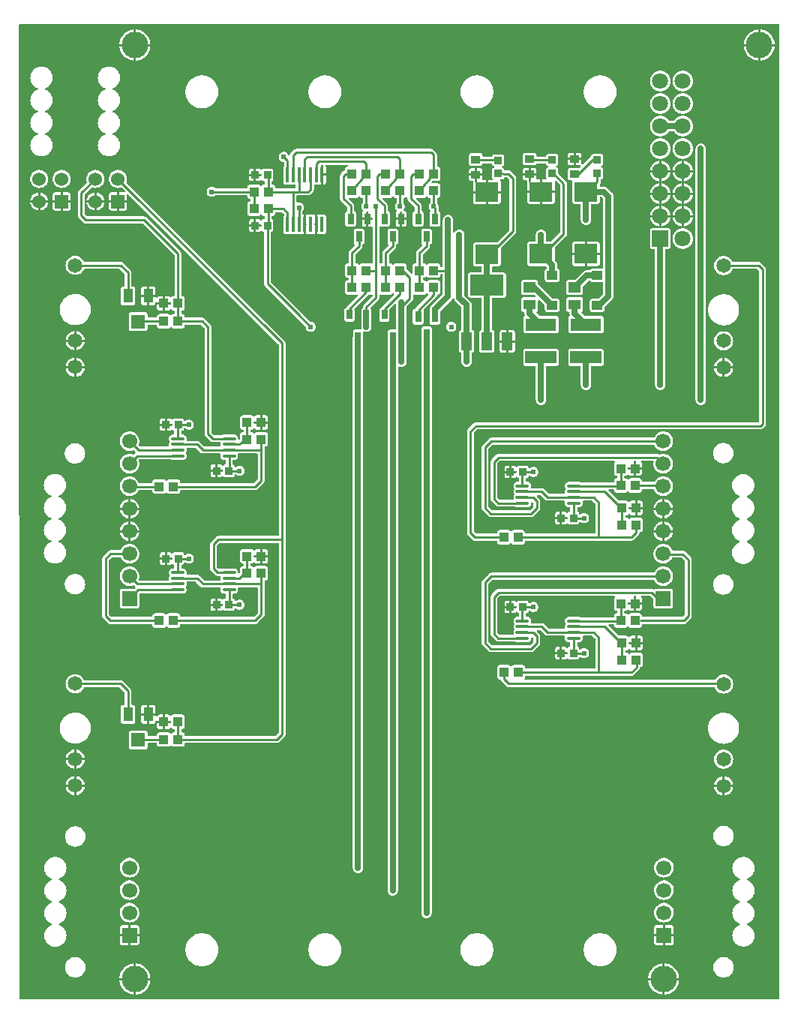
<source format=gbl>
G04 Layer: BottomLayer*
G04 EasyEDA v6.5.34, 2023-09-22 05:43:39*
G04 5a9e321870784d179380c5b7005af72b,5a6b42c53f6a479593ecc07194224c93,10*
G04 Gerber Generator version 0.2*
G04 Scale: 100 percent, Rotated: No, Reflected: No *
G04 Dimensions in millimeters *
G04 leading zeros omitted , absolute positions ,4 integer and 5 decimal *
%FSLAX45Y45*%
%MOMM*%

%AMMACRO1*21,1,$1,$2,0,0,$3*%
%ADD10C,0.2540*%
%ADD11C,0.6350*%
%ADD12C,0.6530*%
%ADD13MACRO1,1X1.1X0.0000*%
%ADD14MACRO1,0.4X1.7X0.0000*%
%ADD15MACRO1,0.8X0.9X0.0000*%
%ADD16MACRO1,0.7X1.25X0.0000*%
%ADD17MACRO1,1.25X0.7X90.0000*%
%ADD18MACRO1,1.07X0.6X90.0000*%
%ADD19MACRO1,1.1001X1.5999X0.0000*%
%ADD20MACRO1,1.6002X1.5999X0.0000*%
%ADD21MACRO1,1.0998X1.5999X0.0000*%
%ADD22MACRO1,2.3X3.8X90.0000*%
%ADD23MACRO1,2X1.2X90.0000*%
%ADD24O,1.499997X0.3999992*%
%ADD25MACRO1,0.7999X0.9X0.0000*%
%ADD26MACRO1,1.377X1.1325X0.0000*%
%ADD27R,1.3770X1.1325*%
%ADD28MACRO1,0.95X1.15X-90.0000*%
%ADD29R,0.8640X0.8065*%
%ADD30MACRO1,0.864X0.8065X0.0000*%
%ADD31R,2.5920X2.2075*%
%ADD32MACRO1,2.592X2.2075X0.0000*%
%ADD33MACRO1,1X0.8999X0.0000*%
%ADD34R,3.4992X1.4067*%
%ADD35MACRO1,3.4992X1.4067X0.0000*%
%ADD36MACRO1,1.524X1.524X0.0000*%
%ADD37C,1.5240*%
%ADD38MACRO1,1.7X1.7X90.0000*%
%ADD39C,1.7000*%
%ADD40R,1.7000X1.7000*%
%ADD41MACRO1,1.8X1.8X90.0000*%
%ADD42C,1.8000*%
%ADD43C,1.6500*%
%ADD44C,3.0000*%
%ADD45C,0.6096*%
%ADD46C,0.0142*%

%LPD*%
G36*
X-6994042Y-4279392D02*
G01*
X-6997953Y-4278630D01*
X-7001205Y-4276394D01*
X-7003440Y-4273143D01*
X-7004202Y-4269232D01*
X-7013651Y6720331D01*
X-7012889Y6724192D01*
X-7010704Y6727494D01*
X-7007402Y6729730D01*
X-7003491Y6730492D01*
X1560322Y6730492D01*
X1564233Y6729730D01*
X1567484Y6727494D01*
X1569720Y6724243D01*
X1570482Y6720331D01*
X1570482Y-4269232D01*
X1569720Y-4273143D01*
X1567484Y-4276394D01*
X1564233Y-4278630D01*
X1560322Y-4279392D01*
G37*

%LPC*%
G36*
X1167180Y6506972D02*
G01*
X1329740Y6506972D01*
X1329740Y6669684D01*
X1310894Y6667296D01*
X1293266Y6663181D01*
X1276197Y6657187D01*
X1259789Y6649516D01*
X1244244Y6640220D01*
X1229766Y6629349D01*
X1216507Y6617055D01*
X1204518Y6603441D01*
X1194054Y6588658D01*
X1185113Y6572910D01*
X1177848Y6556298D01*
X1172362Y6539077D01*
X1168654Y6521348D01*
G37*
G36*
X250240Y-4222140D02*
G01*
X250240Y-4059428D01*
X87680Y-4059428D01*
X89154Y-4073804D01*
X92862Y-4091533D01*
X98348Y-4108754D01*
X105613Y-4125366D01*
X114554Y-4141114D01*
X125018Y-4155897D01*
X137007Y-4169511D01*
X150266Y-4181805D01*
X164744Y-4192676D01*
X180289Y-4201972D01*
X196697Y-4209643D01*
X213766Y-4215587D01*
X231394Y-4219752D01*
G37*
G36*
X-5693359Y-4221937D02*
G01*
X-5683453Y-4221175D01*
X-5665673Y-4217924D01*
X-5648248Y-4212844D01*
X-5631484Y-4206036D01*
X-5615482Y-4197502D01*
X-5600496Y-4187393D01*
X-5586577Y-4175810D01*
X-5573928Y-4162856D01*
X-5562701Y-4148632D01*
X-5552948Y-4133342D01*
X-5544870Y-4117136D01*
X-5538470Y-4100220D01*
X-5533898Y-4082694D01*
X-5531104Y-4064812D01*
X-5530799Y-4059428D01*
X-5693359Y-4059428D01*
G37*
G36*
X275640Y-4221937D02*
G01*
X285546Y-4221175D01*
X303326Y-4217924D01*
X320751Y-4212844D01*
X337515Y-4206036D01*
X353517Y-4197502D01*
X368503Y-4187393D01*
X382422Y-4175810D01*
X395071Y-4162856D01*
X406298Y-4148632D01*
X416051Y-4133342D01*
X424129Y-4117136D01*
X430530Y-4100220D01*
X435101Y-4082694D01*
X437896Y-4064812D01*
X438200Y-4059428D01*
X275640Y-4059428D01*
G37*
G36*
X275640Y-4034028D02*
G01*
X438200Y-4034028D01*
X437896Y-4028643D01*
X435101Y-4010761D01*
X430530Y-3993235D01*
X424129Y-3976268D01*
X416051Y-3960063D01*
X406298Y-3944823D01*
X395071Y-3930599D01*
X382422Y-3917645D01*
X368503Y-3906012D01*
X353517Y-3895902D01*
X337515Y-3887419D01*
X320751Y-3880612D01*
X303326Y-3875532D01*
X285546Y-3872280D01*
X275640Y-3871518D01*
G37*
G36*
X-5693359Y-4034028D02*
G01*
X-5530799Y-4034028D01*
X-5531104Y-4028643D01*
X-5533898Y-4010761D01*
X-5538470Y-3993235D01*
X-5544870Y-3976268D01*
X-5552948Y-3960063D01*
X-5562701Y-3944823D01*
X-5573928Y-3930599D01*
X-5586577Y-3917645D01*
X-5600496Y-3906012D01*
X-5615482Y-3895902D01*
X-5631484Y-3887419D01*
X-5648248Y-3880612D01*
X-5665673Y-3875532D01*
X-5683453Y-3872280D01*
X-5693359Y-3871518D01*
G37*
G36*
X87680Y-4034028D02*
G01*
X250240Y-4034028D01*
X250240Y-3871315D01*
X231394Y-3873703D01*
X213766Y-3877818D01*
X196697Y-3883812D01*
X180289Y-3891483D01*
X164744Y-3900779D01*
X150266Y-3911650D01*
X137007Y-3923944D01*
X125018Y-3937558D01*
X114554Y-3952341D01*
X105613Y-3968089D01*
X98348Y-3984701D01*
X92862Y-4001922D01*
X89154Y-4019651D01*
G37*
G36*
X-5881319Y-4034028D02*
G01*
X-5718759Y-4034028D01*
X-5718759Y-3871315D01*
X-5737606Y-3873703D01*
X-5755233Y-3877818D01*
X-5772302Y-3883812D01*
X-5788710Y-3891483D01*
X-5804255Y-3900779D01*
X-5818733Y-3911650D01*
X-5832043Y-3923944D01*
X-5843981Y-3937558D01*
X-5854446Y-3952341D01*
X-5863386Y-3968089D01*
X-5870651Y-3984701D01*
X-5876137Y-4001922D01*
X-5879846Y-4019651D01*
G37*
G36*
X-6386423Y-4030370D02*
G01*
X-6371894Y-4030370D01*
X-6357467Y-4028541D01*
X-6343345Y-4024934D01*
X-6329832Y-4019600D01*
X-6317081Y-4012590D01*
X-6305296Y-4004005D01*
X-6294678Y-3994048D01*
X-6285382Y-3982821D01*
X-6277610Y-3970578D01*
X-6271412Y-3957370D01*
X-6266891Y-3943553D01*
X-6264198Y-3929227D01*
X-6263284Y-3914749D01*
X-6264198Y-3900220D01*
X-6266891Y-3885895D01*
X-6271412Y-3872077D01*
X-6277610Y-3858869D01*
X-6285382Y-3846626D01*
X-6294678Y-3835400D01*
X-6305296Y-3825443D01*
X-6317081Y-3816858D01*
X-6329832Y-3809847D01*
X-6343345Y-3804513D01*
X-6357467Y-3800906D01*
X-6371894Y-3799078D01*
X-6386423Y-3799078D01*
X-6400850Y-3800906D01*
X-6414973Y-3804513D01*
X-6428486Y-3809847D01*
X-6441236Y-3816858D01*
X-6453022Y-3825443D01*
X-6463639Y-3835400D01*
X-6472936Y-3846626D01*
X-6480708Y-3858869D01*
X-6486906Y-3872077D01*
X-6491427Y-3885895D01*
X-6494119Y-3900220D01*
X-6495034Y-3914749D01*
X-6494119Y-3929227D01*
X-6491427Y-3943553D01*
X-6486906Y-3957370D01*
X-6480708Y-3970578D01*
X-6472936Y-3982821D01*
X-6463639Y-3994048D01*
X-6453022Y-4004005D01*
X-6441236Y-4012590D01*
X-6428486Y-4019600D01*
X-6414973Y-4024934D01*
X-6400850Y-4028541D01*
G37*
G36*
X932332Y-4029201D02*
G01*
X946861Y-4029201D01*
X961288Y-4027373D01*
X975410Y-4023766D01*
X988923Y-4018381D01*
X1001674Y-4011371D01*
X1013460Y-4002836D01*
X1024077Y-3992879D01*
X1033373Y-3981653D01*
X1041146Y-3969359D01*
X1047343Y-3956202D01*
X1051864Y-3942334D01*
X1054557Y-3928059D01*
X1055471Y-3913530D01*
X1054557Y-3899001D01*
X1051864Y-3884726D01*
X1047343Y-3870858D01*
X1041146Y-3857701D01*
X1033373Y-3845407D01*
X1024077Y-3834180D01*
X1013460Y-3824224D01*
X1001674Y-3815689D01*
X988923Y-3808679D01*
X975410Y-3803294D01*
X961288Y-3799687D01*
X946861Y-3797858D01*
X932332Y-3797858D01*
X917905Y-3799687D01*
X903782Y-3803294D01*
X890269Y-3808679D01*
X877519Y-3815689D01*
X865733Y-3824224D01*
X855116Y-3834180D01*
X845819Y-3845407D01*
X838047Y-3857701D01*
X831850Y-3870858D01*
X827328Y-3884726D01*
X824636Y-3899001D01*
X823721Y-3913530D01*
X824636Y-3928059D01*
X827328Y-3942334D01*
X831850Y-3956202D01*
X838047Y-3969359D01*
X845819Y-3981653D01*
X855116Y-3992879D01*
X865733Y-4002836D01*
X877519Y-4011371D01*
X890269Y-4018381D01*
X903782Y-4023766D01*
X917905Y-4027373D01*
G37*
G36*
X-1853336Y-3902201D02*
G01*
X-1834540Y-3902201D01*
X-1815795Y-3900271D01*
X-1797354Y-3896512D01*
X-1779371Y-3890873D01*
X-1762048Y-3883406D01*
X-1745589Y-3874262D01*
X-1730146Y-3863543D01*
X-1715871Y-3851249D01*
X-1702866Y-3837635D01*
X-1691386Y-3822700D01*
X-1681378Y-3806748D01*
X-1673098Y-3789832D01*
X-1666544Y-3772154D01*
X-1661871Y-3753967D01*
X-1658975Y-3735324D01*
X-1658061Y-3716528D01*
X-1658975Y-3697732D01*
X-1661871Y-3679088D01*
X-1666544Y-3660901D01*
X-1673098Y-3643223D01*
X-1681378Y-3626307D01*
X-1691386Y-3610356D01*
X-1702866Y-3595420D01*
X-1715871Y-3581806D01*
X-1730146Y-3569512D01*
X-1745589Y-3558794D01*
X-1762048Y-3549650D01*
X-1779371Y-3542182D01*
X-1797354Y-3536543D01*
X-1815795Y-3532784D01*
X-1834540Y-3530854D01*
X-1853336Y-3530854D01*
X-1872081Y-3532784D01*
X-1890522Y-3536543D01*
X-1908505Y-3542182D01*
X-1925828Y-3549650D01*
X-1942287Y-3558794D01*
X-1957730Y-3569512D01*
X-1972005Y-3581806D01*
X-1985010Y-3595420D01*
X-1996490Y-3610356D01*
X-2006498Y-3626307D01*
X-2014778Y-3643223D01*
X-2021332Y-3660901D01*
X-2026005Y-3679088D01*
X-2028901Y-3697732D01*
X-2029815Y-3716528D01*
X-2028901Y-3735324D01*
X-2026005Y-3753967D01*
X-2021332Y-3772154D01*
X-2014778Y-3789832D01*
X-2006498Y-3806748D01*
X-1996490Y-3822700D01*
X-1985010Y-3837635D01*
X-1972005Y-3851249D01*
X-1957730Y-3863543D01*
X-1942287Y-3874262D01*
X-1925828Y-3883406D01*
X-1908505Y-3890873D01*
X-1890522Y-3896512D01*
X-1872081Y-3900271D01*
G37*
G36*
X-4959146Y-3902201D02*
G01*
X-4940350Y-3902201D01*
X-4921605Y-3900271D01*
X-4903165Y-3896512D01*
X-4885182Y-3890873D01*
X-4867859Y-3883406D01*
X-4851400Y-3874262D01*
X-4835956Y-3863543D01*
X-4821682Y-3851249D01*
X-4808677Y-3837635D01*
X-4797196Y-3822700D01*
X-4787188Y-3806748D01*
X-4778908Y-3789832D01*
X-4772355Y-3772154D01*
X-4767681Y-3753967D01*
X-4764786Y-3735324D01*
X-4763871Y-3716528D01*
X-4764786Y-3697732D01*
X-4767681Y-3679088D01*
X-4772355Y-3660901D01*
X-4778908Y-3643223D01*
X-4787188Y-3626307D01*
X-4797196Y-3610356D01*
X-4808677Y-3595420D01*
X-4821682Y-3581806D01*
X-4835956Y-3569512D01*
X-4851400Y-3558794D01*
X-4867859Y-3549650D01*
X-4885182Y-3542182D01*
X-4903165Y-3536543D01*
X-4921605Y-3532784D01*
X-4940350Y-3530854D01*
X-4959146Y-3530854D01*
X-4977892Y-3532784D01*
X-4996332Y-3536543D01*
X-5014315Y-3542182D01*
X-5031638Y-3549650D01*
X-5048097Y-3558794D01*
X-5063540Y-3569512D01*
X-5077815Y-3581806D01*
X-5090820Y-3595420D01*
X-5102301Y-3610356D01*
X-5112308Y-3626307D01*
X-5120589Y-3643223D01*
X-5127142Y-3660901D01*
X-5131816Y-3679088D01*
X-5134711Y-3697732D01*
X-5135626Y-3716528D01*
X-5134711Y-3735324D01*
X-5131816Y-3753967D01*
X-5127142Y-3772154D01*
X-5120589Y-3789832D01*
X-5112308Y-3806748D01*
X-5102301Y-3822700D01*
X-5090820Y-3837635D01*
X-5077815Y-3851249D01*
X-5063540Y-3863543D01*
X-5048097Y-3874262D01*
X-5031638Y-3883406D01*
X-5014315Y-3890873D01*
X-4996332Y-3896512D01*
X-4977892Y-3900271D01*
G37*
G36*
X-3569157Y-3902201D02*
G01*
X-3550361Y-3902201D01*
X-3531615Y-3900271D01*
X-3513175Y-3896512D01*
X-3495192Y-3890873D01*
X-3477869Y-3883406D01*
X-3461410Y-3874262D01*
X-3445967Y-3863543D01*
X-3431692Y-3851249D01*
X-3418687Y-3837635D01*
X-3407206Y-3822700D01*
X-3397199Y-3806748D01*
X-3388918Y-3789832D01*
X-3382365Y-3772154D01*
X-3377692Y-3753967D01*
X-3374796Y-3735324D01*
X-3373882Y-3716528D01*
X-3374796Y-3697732D01*
X-3377692Y-3679088D01*
X-3382365Y-3660901D01*
X-3388918Y-3643223D01*
X-3397199Y-3626307D01*
X-3407206Y-3610356D01*
X-3418687Y-3595420D01*
X-3431692Y-3581806D01*
X-3445967Y-3569512D01*
X-3461410Y-3558794D01*
X-3477869Y-3549650D01*
X-3495192Y-3542182D01*
X-3513175Y-3536543D01*
X-3531615Y-3532784D01*
X-3550361Y-3530854D01*
X-3569157Y-3530854D01*
X-3587902Y-3532784D01*
X-3606342Y-3536543D01*
X-3624326Y-3542182D01*
X-3641648Y-3549650D01*
X-3658108Y-3558794D01*
X-3673551Y-3569512D01*
X-3687826Y-3581806D01*
X-3700830Y-3595420D01*
X-3712311Y-3610356D01*
X-3722319Y-3626307D01*
X-3730599Y-3643223D01*
X-3737152Y-3660901D01*
X-3741826Y-3679088D01*
X-3744722Y-3697732D01*
X-3745636Y-3716528D01*
X-3744722Y-3735324D01*
X-3741826Y-3753967D01*
X-3737152Y-3772154D01*
X-3730599Y-3789832D01*
X-3722319Y-3806748D01*
X-3712311Y-3822700D01*
X-3700830Y-3837635D01*
X-3687826Y-3851249D01*
X-3673551Y-3863543D01*
X-3658108Y-3874262D01*
X-3641648Y-3883406D01*
X-3624326Y-3890873D01*
X-3606342Y-3896512D01*
X-3587902Y-3900271D01*
G37*
G36*
X-463346Y-3902201D02*
G01*
X-444550Y-3902201D01*
X-425805Y-3900271D01*
X-407365Y-3896512D01*
X-389382Y-3890873D01*
X-372059Y-3883406D01*
X-355600Y-3874262D01*
X-340156Y-3863543D01*
X-325882Y-3851249D01*
X-312877Y-3837635D01*
X-301396Y-3822700D01*
X-291388Y-3806748D01*
X-283108Y-3789832D01*
X-276555Y-3772154D01*
X-271881Y-3753967D01*
X-268986Y-3735324D01*
X-268071Y-3716528D01*
X-268986Y-3697732D01*
X-271881Y-3679088D01*
X-276555Y-3660901D01*
X-283108Y-3643223D01*
X-291388Y-3626307D01*
X-301396Y-3610356D01*
X-312877Y-3595420D01*
X-325882Y-3581806D01*
X-340156Y-3569512D01*
X-355600Y-3558794D01*
X-372059Y-3549650D01*
X-389382Y-3542182D01*
X-407365Y-3536543D01*
X-425805Y-3532784D01*
X-444550Y-3530854D01*
X-463346Y-3530854D01*
X-482092Y-3532784D01*
X-500532Y-3536543D01*
X-518515Y-3542182D01*
X-535838Y-3549650D01*
X-552297Y-3558794D01*
X-567740Y-3569512D01*
X-582015Y-3581806D01*
X-595020Y-3595420D01*
X-606501Y-3610356D01*
X-616508Y-3626307D01*
X-624789Y-3643223D01*
X-631342Y-3660901D01*
X-636016Y-3679088D01*
X-638911Y-3697732D01*
X-639826Y-3716528D01*
X-638911Y-3735324D01*
X-636016Y-3753967D01*
X-631342Y-3772154D01*
X-624789Y-3789832D01*
X-616508Y-3806748D01*
X-606501Y-3822700D01*
X-595020Y-3837635D01*
X-582015Y-3851249D01*
X-567740Y-3863543D01*
X-552297Y-3874262D01*
X-535838Y-3883406D01*
X-518515Y-3890873D01*
X-500532Y-3896512D01*
X-482092Y-3900271D01*
G37*
G36*
X-6604152Y-3683050D02*
G01*
X-6589014Y-3682136D01*
X-6574028Y-3679393D01*
X-6559550Y-3674872D01*
X-6545681Y-3668623D01*
X-6532676Y-3660749D01*
X-6520688Y-3651402D01*
X-6509969Y-3640632D01*
X-6500571Y-3628694D01*
X-6492697Y-3615690D01*
X-6486448Y-3601821D01*
X-6481927Y-3587292D01*
X-6479184Y-3572357D01*
X-6478270Y-3557168D01*
X-6479184Y-3541979D01*
X-6481927Y-3527044D01*
X-6486448Y-3512515D01*
X-6492697Y-3498646D01*
X-6500571Y-3485642D01*
X-6509969Y-3473704D01*
X-6520688Y-3462934D01*
X-6532676Y-3453587D01*
X-6545681Y-3445713D01*
X-6559600Y-3439414D01*
X-6562750Y-3437229D01*
X-6564833Y-3433978D01*
X-6565595Y-3430168D01*
X-6564833Y-3426358D01*
X-6562750Y-3423107D01*
X-6559600Y-3420922D01*
X-6545681Y-3414623D01*
X-6532676Y-3406749D01*
X-6520688Y-3397402D01*
X-6509969Y-3386632D01*
X-6500571Y-3374694D01*
X-6492697Y-3361690D01*
X-6486448Y-3347821D01*
X-6481927Y-3333292D01*
X-6479184Y-3318357D01*
X-6478270Y-3303168D01*
X-6479184Y-3287979D01*
X-6481927Y-3273044D01*
X-6486448Y-3258515D01*
X-6492697Y-3244646D01*
X-6500571Y-3231642D01*
X-6509969Y-3219704D01*
X-6520688Y-3208934D01*
X-6532676Y-3199587D01*
X-6545681Y-3191713D01*
X-6559600Y-3185414D01*
X-6562750Y-3183229D01*
X-6564833Y-3179978D01*
X-6565595Y-3176168D01*
X-6564833Y-3172358D01*
X-6562750Y-3169107D01*
X-6559600Y-3166922D01*
X-6545681Y-3160623D01*
X-6532676Y-3152749D01*
X-6520688Y-3143402D01*
X-6509969Y-3132632D01*
X-6500571Y-3120694D01*
X-6492697Y-3107690D01*
X-6486448Y-3093821D01*
X-6481927Y-3079292D01*
X-6479184Y-3064357D01*
X-6478270Y-3049168D01*
X-6479184Y-3033979D01*
X-6481927Y-3019044D01*
X-6486448Y-3004515D01*
X-6492697Y-2990646D01*
X-6500571Y-2977642D01*
X-6509969Y-2965704D01*
X-6520688Y-2954934D01*
X-6532676Y-2945587D01*
X-6545681Y-2937713D01*
X-6559600Y-2931414D01*
X-6562750Y-2929229D01*
X-6564833Y-2925978D01*
X-6565595Y-2922168D01*
X-6564833Y-2918358D01*
X-6562750Y-2915107D01*
X-6559600Y-2912922D01*
X-6545681Y-2906623D01*
X-6532676Y-2898749D01*
X-6520688Y-2889402D01*
X-6509969Y-2878632D01*
X-6500571Y-2866694D01*
X-6492697Y-2853690D01*
X-6486448Y-2839821D01*
X-6481927Y-2825292D01*
X-6479184Y-2810357D01*
X-6478270Y-2795168D01*
X-6479184Y-2779979D01*
X-6481927Y-2765044D01*
X-6486448Y-2750515D01*
X-6492697Y-2736646D01*
X-6500571Y-2723642D01*
X-6509969Y-2711704D01*
X-6520688Y-2700934D01*
X-6532676Y-2691587D01*
X-6545681Y-2683713D01*
X-6559550Y-2677464D01*
X-6574028Y-2672943D01*
X-6589014Y-2670200D01*
X-6604152Y-2669286D01*
X-6619341Y-2670200D01*
X-6634327Y-2672943D01*
X-6648805Y-2677464D01*
X-6662674Y-2683713D01*
X-6675678Y-2691587D01*
X-6687667Y-2700934D01*
X-6698386Y-2711704D01*
X-6707784Y-2723642D01*
X-6715658Y-2736646D01*
X-6721906Y-2750515D01*
X-6726428Y-2765044D01*
X-6729171Y-2779979D01*
X-6730085Y-2795168D01*
X-6729171Y-2810357D01*
X-6726428Y-2825292D01*
X-6721906Y-2839821D01*
X-6715658Y-2853690D01*
X-6707784Y-2866694D01*
X-6698386Y-2878632D01*
X-6687667Y-2889402D01*
X-6675678Y-2898749D01*
X-6662674Y-2906623D01*
X-6648754Y-2912922D01*
X-6645605Y-2915107D01*
X-6643522Y-2918358D01*
X-6642760Y-2922168D01*
X-6643522Y-2925978D01*
X-6645605Y-2929229D01*
X-6648754Y-2931414D01*
X-6662674Y-2937713D01*
X-6675678Y-2945587D01*
X-6687667Y-2954934D01*
X-6698386Y-2965704D01*
X-6707784Y-2977642D01*
X-6715658Y-2990646D01*
X-6721906Y-3004515D01*
X-6726428Y-3019044D01*
X-6729171Y-3033979D01*
X-6730085Y-3049168D01*
X-6729171Y-3064357D01*
X-6726428Y-3079292D01*
X-6721906Y-3093821D01*
X-6715658Y-3107690D01*
X-6707784Y-3120694D01*
X-6698386Y-3132632D01*
X-6687667Y-3143402D01*
X-6675678Y-3152749D01*
X-6662674Y-3160623D01*
X-6648754Y-3166922D01*
X-6645605Y-3169107D01*
X-6643522Y-3172358D01*
X-6642760Y-3176168D01*
X-6643522Y-3179978D01*
X-6645605Y-3183229D01*
X-6648754Y-3185414D01*
X-6662674Y-3191713D01*
X-6675678Y-3199587D01*
X-6687667Y-3208934D01*
X-6698386Y-3219704D01*
X-6707784Y-3231642D01*
X-6715658Y-3244646D01*
X-6721906Y-3258515D01*
X-6726428Y-3273044D01*
X-6729171Y-3287979D01*
X-6730085Y-3303168D01*
X-6729171Y-3318357D01*
X-6726428Y-3333292D01*
X-6721906Y-3347821D01*
X-6715658Y-3361690D01*
X-6707784Y-3374694D01*
X-6698386Y-3386632D01*
X-6687667Y-3397402D01*
X-6675678Y-3406749D01*
X-6662674Y-3414623D01*
X-6648754Y-3420922D01*
X-6645605Y-3423107D01*
X-6643522Y-3426358D01*
X-6642760Y-3430168D01*
X-6643522Y-3433978D01*
X-6645605Y-3437229D01*
X-6648754Y-3439414D01*
X-6662674Y-3445713D01*
X-6675678Y-3453587D01*
X-6687667Y-3462934D01*
X-6698386Y-3473704D01*
X-6707784Y-3485642D01*
X-6715658Y-3498646D01*
X-6721906Y-3512515D01*
X-6726428Y-3527044D01*
X-6729171Y-3541979D01*
X-6730085Y-3557168D01*
X-6729171Y-3572357D01*
X-6726428Y-3587292D01*
X-6721906Y-3601821D01*
X-6715658Y-3615690D01*
X-6707784Y-3628694D01*
X-6698386Y-3640632D01*
X-6687667Y-3651402D01*
X-6675678Y-3660749D01*
X-6662674Y-3668623D01*
X-6648805Y-3674872D01*
X-6634327Y-3679393D01*
X-6619341Y-3682136D01*
G37*
G36*
X1164640Y-3681882D02*
G01*
X1179779Y-3680968D01*
X1194765Y-3678224D01*
X1209243Y-3673703D01*
X1223111Y-3667455D01*
X1236116Y-3659581D01*
X1248105Y-3650234D01*
X1258824Y-3639464D01*
X1268222Y-3627526D01*
X1276096Y-3614521D01*
X1282344Y-3600653D01*
X1286865Y-3586124D01*
X1289608Y-3571189D01*
X1290523Y-3556000D01*
X1289608Y-3540810D01*
X1286865Y-3525875D01*
X1282344Y-3511346D01*
X1276096Y-3497478D01*
X1268222Y-3484473D01*
X1258824Y-3472535D01*
X1248105Y-3461765D01*
X1236116Y-3452418D01*
X1223111Y-3444544D01*
X1209192Y-3438245D01*
X1206042Y-3436061D01*
X1203960Y-3432810D01*
X1203198Y-3429000D01*
X1203960Y-3425190D01*
X1206042Y-3421938D01*
X1209192Y-3419754D01*
X1223111Y-3413455D01*
X1236116Y-3405581D01*
X1248105Y-3396234D01*
X1258824Y-3385464D01*
X1268222Y-3373526D01*
X1276096Y-3360521D01*
X1282344Y-3346653D01*
X1286865Y-3332124D01*
X1289608Y-3317189D01*
X1290523Y-3302000D01*
X1289608Y-3286810D01*
X1286865Y-3271875D01*
X1282344Y-3257346D01*
X1276096Y-3243478D01*
X1268222Y-3230473D01*
X1258824Y-3218535D01*
X1248105Y-3207766D01*
X1236116Y-3198418D01*
X1223111Y-3190544D01*
X1209192Y-3184245D01*
X1206042Y-3182061D01*
X1203960Y-3178810D01*
X1203198Y-3175000D01*
X1203960Y-3171190D01*
X1206042Y-3167938D01*
X1209192Y-3165754D01*
X1223111Y-3159455D01*
X1236116Y-3151581D01*
X1248105Y-3142234D01*
X1258824Y-3131464D01*
X1268222Y-3119526D01*
X1276096Y-3106521D01*
X1282344Y-3092653D01*
X1286865Y-3078124D01*
X1289608Y-3063189D01*
X1290523Y-3048000D01*
X1289608Y-3032810D01*
X1286865Y-3017875D01*
X1282344Y-3003346D01*
X1276096Y-2989478D01*
X1268222Y-2976473D01*
X1258824Y-2964535D01*
X1248105Y-2953766D01*
X1236116Y-2944418D01*
X1223111Y-2936544D01*
X1209192Y-2930245D01*
X1206042Y-2928061D01*
X1203960Y-2924810D01*
X1203198Y-2921000D01*
X1203960Y-2917190D01*
X1206042Y-2913938D01*
X1209192Y-2911754D01*
X1223111Y-2905455D01*
X1236116Y-2897581D01*
X1248105Y-2888234D01*
X1258824Y-2877464D01*
X1268222Y-2865526D01*
X1276096Y-2852521D01*
X1282344Y-2838653D01*
X1286865Y-2824124D01*
X1289608Y-2809189D01*
X1290523Y-2794000D01*
X1289608Y-2778810D01*
X1286865Y-2763875D01*
X1282344Y-2749346D01*
X1276096Y-2735478D01*
X1268222Y-2722473D01*
X1258824Y-2710535D01*
X1248105Y-2699766D01*
X1236116Y-2690418D01*
X1223111Y-2682544D01*
X1209243Y-2676296D01*
X1194765Y-2671775D01*
X1179779Y-2669032D01*
X1164640Y-2668117D01*
X1149451Y-2669032D01*
X1134465Y-2671775D01*
X1119987Y-2676296D01*
X1106119Y-2682544D01*
X1093114Y-2690418D01*
X1081125Y-2699766D01*
X1070406Y-2710535D01*
X1061008Y-2722473D01*
X1053134Y-2735478D01*
X1046886Y-2749346D01*
X1042365Y-2763875D01*
X1039621Y-2778810D01*
X1038707Y-2794000D01*
X1039621Y-2809189D01*
X1042365Y-2824124D01*
X1046886Y-2838653D01*
X1053134Y-2852521D01*
X1061008Y-2865526D01*
X1070406Y-2877464D01*
X1081125Y-2888234D01*
X1093114Y-2897581D01*
X1106119Y-2905455D01*
X1120038Y-2911754D01*
X1123188Y-2913938D01*
X1125270Y-2917190D01*
X1126032Y-2921000D01*
X1125270Y-2924810D01*
X1123188Y-2928061D01*
X1120038Y-2930245D01*
X1106119Y-2936544D01*
X1093114Y-2944418D01*
X1081125Y-2953766D01*
X1070406Y-2964535D01*
X1061008Y-2976473D01*
X1053134Y-2989478D01*
X1046886Y-3003346D01*
X1042365Y-3017875D01*
X1039621Y-3032810D01*
X1038707Y-3048000D01*
X1039621Y-3063189D01*
X1042365Y-3078124D01*
X1046886Y-3092653D01*
X1053134Y-3106521D01*
X1061008Y-3119526D01*
X1070406Y-3131464D01*
X1081125Y-3142234D01*
X1093114Y-3151581D01*
X1106119Y-3159455D01*
X1120038Y-3165754D01*
X1123188Y-3167938D01*
X1125270Y-3171190D01*
X1126032Y-3175000D01*
X1125270Y-3178810D01*
X1123188Y-3182061D01*
X1120038Y-3184245D01*
X1106119Y-3190544D01*
X1093114Y-3198418D01*
X1081125Y-3207766D01*
X1070406Y-3218535D01*
X1061008Y-3230473D01*
X1053134Y-3243478D01*
X1046886Y-3257346D01*
X1042365Y-3271875D01*
X1039621Y-3286810D01*
X1038707Y-3302000D01*
X1039621Y-3317189D01*
X1042365Y-3332124D01*
X1046886Y-3346653D01*
X1053134Y-3360521D01*
X1061008Y-3373526D01*
X1070406Y-3385464D01*
X1081125Y-3396234D01*
X1093114Y-3405581D01*
X1106119Y-3413455D01*
X1120038Y-3419754D01*
X1123188Y-3421938D01*
X1125270Y-3425190D01*
X1126032Y-3429000D01*
X1125270Y-3432810D01*
X1123188Y-3436061D01*
X1120038Y-3438245D01*
X1106119Y-3444544D01*
X1093114Y-3452418D01*
X1081125Y-3461765D01*
X1070406Y-3472535D01*
X1061008Y-3484473D01*
X1053134Y-3497478D01*
X1046886Y-3511346D01*
X1042365Y-3525875D01*
X1039621Y-3540810D01*
X1038707Y-3556000D01*
X1039621Y-3571189D01*
X1042365Y-3586124D01*
X1046886Y-3600653D01*
X1053134Y-3614521D01*
X1061008Y-3627526D01*
X1070406Y-3639464D01*
X1081125Y-3650234D01*
X1093114Y-3659581D01*
X1106119Y-3667455D01*
X1119987Y-3673703D01*
X1134465Y-3678224D01*
X1149451Y-3680968D01*
G37*
G36*
X-5850483Y-3662324D02*
G01*
X-5778754Y-3662324D01*
X-5778754Y-3564128D01*
X-5876950Y-3564128D01*
X-5876950Y-3635857D01*
X-5876239Y-3642156D01*
X-5874359Y-3647643D01*
X-5871260Y-3652520D01*
X-5867196Y-3656634D01*
X-5862269Y-3659733D01*
X-5856833Y-3661613D01*
G37*
G36*
X-5753354Y-3662324D02*
G01*
X-5681624Y-3662324D01*
X-5675325Y-3661613D01*
X-5669838Y-3659733D01*
X-5664962Y-3656634D01*
X-5660847Y-3652520D01*
X-5657799Y-3647643D01*
X-5655868Y-3642156D01*
X-5655157Y-3635857D01*
X-5655157Y-3564128D01*
X-5753354Y-3564128D01*
G37*
G36*
X182067Y-3662324D02*
G01*
X253796Y-3662324D01*
X253796Y-3564128D01*
X155549Y-3564128D01*
X155549Y-3635857D01*
X156260Y-3642207D01*
X158191Y-3647643D01*
X161290Y-3652570D01*
X165354Y-3656634D01*
X170281Y-3659733D01*
X175717Y-3661613D01*
G37*
G36*
X279196Y-3662324D02*
G01*
X350926Y-3662324D01*
X357225Y-3661613D01*
X362712Y-3659733D01*
X367588Y-3656634D01*
X371703Y-3652570D01*
X374751Y-3647643D01*
X376682Y-3642207D01*
X377393Y-3635857D01*
X377393Y-3564128D01*
X279196Y-3564128D01*
G37*
G36*
X-5753354Y-3538728D02*
G01*
X-5655157Y-3538728D01*
X-5655157Y-3466998D01*
X-5655868Y-3460699D01*
X-5657799Y-3455212D01*
X-5660847Y-3450336D01*
X-5664962Y-3446221D01*
X-5669838Y-3443122D01*
X-5675325Y-3441242D01*
X-5681624Y-3440531D01*
X-5753354Y-3440531D01*
G37*
G36*
X-5876950Y-3538728D02*
G01*
X-5778754Y-3538728D01*
X-5778754Y-3440531D01*
X-5850483Y-3440531D01*
X-5856833Y-3441242D01*
X-5862269Y-3443122D01*
X-5867196Y-3446221D01*
X-5871260Y-3450336D01*
X-5874359Y-3455212D01*
X-5876239Y-3460699D01*
X-5876950Y-3466998D01*
G37*
G36*
X155549Y-3538728D02*
G01*
X253796Y-3538728D01*
X253796Y-3440531D01*
X182067Y-3440531D01*
X175717Y-3441242D01*
X170281Y-3443173D01*
X165354Y-3446221D01*
X161290Y-3450336D01*
X158191Y-3455212D01*
X156260Y-3460699D01*
X155549Y-3466998D01*
G37*
G36*
X279196Y-3538728D02*
G01*
X377393Y-3538728D01*
X377393Y-3466998D01*
X376682Y-3460699D01*
X374751Y-3455212D01*
X371703Y-3450336D01*
X367588Y-3446221D01*
X362712Y-3443173D01*
X357225Y-3441242D01*
X350926Y-3440531D01*
X279196Y-3440531D01*
G37*
G36*
X-5766054Y-3408324D02*
G01*
X-5751880Y-3407410D01*
X-5737910Y-3404666D01*
X-5724448Y-3400196D01*
X-5711647Y-3394049D01*
X-5699760Y-3386277D01*
X-5688939Y-3377082D01*
X-5679389Y-3366566D01*
X-5671261Y-3354933D01*
X-5664657Y-3342335D01*
X-5659780Y-3328974D01*
X-5656580Y-3315106D01*
X-5655208Y-3300984D01*
X-5655665Y-3286760D01*
X-5657951Y-3272739D01*
X-5662015Y-3259124D01*
X-5667756Y-3246120D01*
X-5675122Y-3233978D01*
X-5683961Y-3222853D01*
X-5694172Y-3212998D01*
X-5705551Y-3204514D01*
X-5717946Y-3197504D01*
X-5731103Y-3192170D01*
X-5744870Y-3188563D01*
X-5758942Y-3186785D01*
X-5773166Y-3186785D01*
X-5787237Y-3188563D01*
X-5801004Y-3192170D01*
X-5814161Y-3197504D01*
X-5826556Y-3204514D01*
X-5837936Y-3212998D01*
X-5848146Y-3222853D01*
X-5856986Y-3233978D01*
X-5864352Y-3246120D01*
X-5870143Y-3259124D01*
X-5874156Y-3272739D01*
X-5876442Y-3286760D01*
X-5876899Y-3300984D01*
X-5875528Y-3315106D01*
X-5872378Y-3328974D01*
X-5867450Y-3342335D01*
X-5860897Y-3354933D01*
X-5852769Y-3366566D01*
X-5843219Y-3377082D01*
X-5832398Y-3386277D01*
X-5820460Y-3394049D01*
X-5807659Y-3400196D01*
X-5794197Y-3404666D01*
X-5780227Y-3407410D01*
G37*
G36*
X266496Y-3408324D02*
G01*
X280670Y-3407410D01*
X294589Y-3404717D01*
X308102Y-3400196D01*
X320903Y-3394049D01*
X332790Y-3386277D01*
X343611Y-3377082D01*
X353161Y-3366566D01*
X361289Y-3354933D01*
X367893Y-3342335D01*
X372770Y-3328974D01*
X375920Y-3315106D01*
X377291Y-3300984D01*
X376834Y-3286810D01*
X374599Y-3272739D01*
X370535Y-3259124D01*
X364794Y-3246120D01*
X357428Y-3233978D01*
X348538Y-3222904D01*
X338378Y-3212998D01*
X326948Y-3204514D01*
X314604Y-3197504D01*
X301396Y-3192170D01*
X287680Y-3188614D01*
X273558Y-3186785D01*
X259384Y-3186785D01*
X245262Y-3188614D01*
X231546Y-3192170D01*
X218338Y-3197504D01*
X205994Y-3204514D01*
X194614Y-3212998D01*
X184404Y-3222904D01*
X175514Y-3233978D01*
X168148Y-3246120D01*
X162407Y-3259124D01*
X158343Y-3272739D01*
X156108Y-3286810D01*
X155651Y-3300984D01*
X157022Y-3315106D01*
X160172Y-3328974D01*
X165100Y-3342335D01*
X171653Y-3354933D01*
X179781Y-3366566D01*
X189331Y-3377082D01*
X200152Y-3386277D01*
X212039Y-3394049D01*
X224840Y-3400196D01*
X238353Y-3404717D01*
X252272Y-3407410D01*
G37*
G36*
X-2410409Y-3359607D02*
G01*
X-2398877Y-3357879D01*
X-2389835Y-3354781D01*
X-2381504Y-3350260D01*
X-2373985Y-3344367D01*
X-2367534Y-3337407D01*
X-2362301Y-3329432D01*
X-2358491Y-3320694D01*
X-2356154Y-3311499D01*
X-2355342Y-3301593D01*
X-2355342Y3150158D01*
X-2354783Y3153511D01*
X-2352802Y3159150D01*
X-2352090Y3165500D01*
X-2352090Y3289350D01*
X-2352802Y3295650D01*
X-2354732Y3301136D01*
X-2357780Y3306013D01*
X-2361895Y3310128D01*
X-2366772Y3313176D01*
X-2372258Y3315106D01*
X-2378557Y3315817D01*
X-2447442Y3315817D01*
X-2453741Y3315106D01*
X-2459228Y3313176D01*
X-2464104Y3310128D01*
X-2468219Y3306013D01*
X-2471267Y3301136D01*
X-2473198Y3295650D01*
X-2473909Y3289350D01*
X-2473909Y3165500D01*
X-2473198Y3159150D01*
X-2471216Y3153511D01*
X-2470658Y3150158D01*
X-2470658Y-3301593D01*
X-2469845Y-3311499D01*
X-2467508Y-3320694D01*
X-2463698Y-3329432D01*
X-2458466Y-3337407D01*
X-2452014Y-3344367D01*
X-2444496Y-3350260D01*
X-2436164Y-3354781D01*
X-2427173Y-3357879D01*
X-2417673Y-3359454D01*
G37*
G36*
X-5766054Y-3154324D02*
G01*
X-5751880Y-3153410D01*
X-5737910Y-3150666D01*
X-5724448Y-3146196D01*
X-5711647Y-3140049D01*
X-5699760Y-3132277D01*
X-5688939Y-3123082D01*
X-5679389Y-3112566D01*
X-5671261Y-3100933D01*
X-5664657Y-3088335D01*
X-5659780Y-3074974D01*
X-5656580Y-3061106D01*
X-5655208Y-3046984D01*
X-5655665Y-3032760D01*
X-5657951Y-3018739D01*
X-5662015Y-3005124D01*
X-5667756Y-2992120D01*
X-5675122Y-2979978D01*
X-5683961Y-2968853D01*
X-5694172Y-2958998D01*
X-5705551Y-2950514D01*
X-5717946Y-2943504D01*
X-5731103Y-2938170D01*
X-5744870Y-2934563D01*
X-5758942Y-2932785D01*
X-5773166Y-2932785D01*
X-5787237Y-2934563D01*
X-5801004Y-2938170D01*
X-5814161Y-2943504D01*
X-5826556Y-2950514D01*
X-5837936Y-2958998D01*
X-5848146Y-2968853D01*
X-5856986Y-2979978D01*
X-5864352Y-2992120D01*
X-5870143Y-3005124D01*
X-5874156Y-3018739D01*
X-5876442Y-3032760D01*
X-5876899Y-3046984D01*
X-5875528Y-3061106D01*
X-5872378Y-3074974D01*
X-5867450Y-3088335D01*
X-5860897Y-3100933D01*
X-5852769Y-3112566D01*
X-5843219Y-3123082D01*
X-5832398Y-3132277D01*
X-5820460Y-3140049D01*
X-5807659Y-3146196D01*
X-5794197Y-3150666D01*
X-5780227Y-3153410D01*
G37*
G36*
X266496Y-3154324D02*
G01*
X280670Y-3153410D01*
X294589Y-3150717D01*
X308102Y-3146196D01*
X320903Y-3140049D01*
X332790Y-3132277D01*
X343611Y-3123082D01*
X353161Y-3112566D01*
X361289Y-3100933D01*
X367893Y-3088335D01*
X372770Y-3074974D01*
X375920Y-3061106D01*
X377291Y-3046984D01*
X376834Y-3032810D01*
X374599Y-3018739D01*
X370535Y-3005124D01*
X364794Y-2992120D01*
X357428Y-2979978D01*
X348538Y-2968904D01*
X338378Y-2958998D01*
X326948Y-2950514D01*
X314604Y-2943504D01*
X301396Y-2938170D01*
X287680Y-2934614D01*
X273558Y-2932785D01*
X259384Y-2932785D01*
X245262Y-2934614D01*
X231546Y-2938170D01*
X218338Y-2943504D01*
X205994Y-2950514D01*
X194614Y-2958998D01*
X184404Y-2968904D01*
X175514Y-2979978D01*
X168148Y-2992120D01*
X162407Y-3005124D01*
X158343Y-3018739D01*
X156108Y-3032810D01*
X155651Y-3046984D01*
X157022Y-3061106D01*
X160172Y-3074974D01*
X165100Y-3088335D01*
X171653Y-3100933D01*
X179781Y-3112566D01*
X189331Y-3123082D01*
X200152Y-3132277D01*
X212039Y-3140049D01*
X224840Y-3146196D01*
X238353Y-3150717D01*
X252272Y-3153410D01*
G37*
G36*
X-2798775Y-3105404D02*
G01*
X-2789224Y-3105404D01*
X-2779877Y-3103880D01*
X-2770835Y-3100781D01*
X-2762504Y-3096260D01*
X-2754985Y-3090367D01*
X-2748534Y-3083407D01*
X-2743301Y-3075432D01*
X-2739491Y-3066694D01*
X-2737154Y-3057499D01*
X-2736342Y-3047593D01*
X-2736342Y2860446D01*
X-2735580Y2864307D01*
X-2733395Y2867558D01*
X-2730144Y2869793D01*
X-2726283Y2870606D01*
X-2722422Y2869844D01*
X-2712212Y2865780D01*
X-2702915Y2863799D01*
X-2693416Y2863443D01*
X-2683967Y2864612D01*
X-2674874Y2867304D01*
X-2666288Y2871520D01*
X-2658567Y2877007D01*
X-2651810Y2883763D01*
X-2646324Y2891485D01*
X-2642108Y2900070D01*
X-2639415Y2909163D01*
X-2638247Y2918612D01*
X-2638602Y2928112D01*
X-2641346Y2941320D01*
X-2641346Y3535527D01*
X-2640584Y3539439D01*
X-2638348Y3542741D01*
X-2576576Y3604564D01*
X-2571445Y3610762D01*
X-2567889Y3617468D01*
X-2565704Y3624681D01*
X-2564892Y3632708D01*
X-2564892Y3670350D01*
X-2564180Y3674110D01*
X-2562098Y3677361D01*
X-2558948Y3679596D01*
X-2555189Y3680510D01*
X-2551379Y3679951D01*
X-2548737Y3678986D01*
X-2542438Y3678275D01*
X-2443581Y3678275D01*
X-2437231Y3678986D01*
X-2431796Y3680917D01*
X-2426868Y3684015D01*
X-2422804Y3688079D01*
X-2421585Y3689959D01*
X-2418791Y3692906D01*
X-2415032Y3694531D01*
X-2410968Y3694531D01*
X-2407208Y3692906D01*
X-2404414Y3689959D01*
X-2403195Y3688079D01*
X-2399131Y3684015D01*
X-2396744Y3682492D01*
X-2394102Y3680053D01*
X-2392426Y3676853D01*
X-2392019Y3673246D01*
X-2392934Y3669690D01*
X-2394966Y3666744D01*
X-2534869Y3526840D01*
X-2541066Y3518966D01*
X-2544114Y3516426D01*
X-2548737Y3515106D01*
X-2554224Y3513175D01*
X-2559100Y3510076D01*
X-2563215Y3506012D01*
X-2566263Y3501085D01*
X-2568194Y3495649D01*
X-2568905Y3489299D01*
X-2568905Y3365449D01*
X-2568194Y3359150D01*
X-2566263Y3353663D01*
X-2563215Y3348786D01*
X-2559100Y3344672D01*
X-2554224Y3341624D01*
X-2548737Y3339693D01*
X-2542438Y3338982D01*
X-2473553Y3338982D01*
X-2467254Y3339693D01*
X-2461768Y3341624D01*
X-2456891Y3344672D01*
X-2452776Y3348786D01*
X-2449728Y3353663D01*
X-2447798Y3359150D01*
X-2447086Y3365449D01*
X-2447086Y3489299D01*
X-2448610Y3500069D01*
X-2447747Y3503726D01*
X-2445613Y3506876D01*
X-2306066Y3646474D01*
X-2300935Y3652672D01*
X-2297379Y3659327D01*
X-2295194Y3666591D01*
X-2294940Y3669131D01*
X-2293874Y3672687D01*
X-2291638Y3675684D01*
X-2288489Y3677615D01*
X-2277262Y3678986D01*
X-2271776Y3680917D01*
X-2266899Y3684015D01*
X-2262784Y3688079D01*
X-2259736Y3693007D01*
X-2257806Y3698443D01*
X-2257094Y3704793D01*
X-2257094Y3813606D01*
X-2257806Y3819956D01*
X-2259736Y3825392D01*
X-2262784Y3830320D01*
X-2266899Y3834384D01*
X-2271776Y3837482D01*
X-2277262Y3839413D01*
X-2283561Y3840124D01*
X-2382418Y3840124D01*
X-2388768Y3839413D01*
X-2394204Y3837482D01*
X-2399131Y3834384D01*
X-2403195Y3830320D01*
X-2404414Y3828440D01*
X-2407208Y3825494D01*
X-2410968Y3823868D01*
X-2415032Y3823868D01*
X-2418791Y3825494D01*
X-2421585Y3828440D01*
X-2422804Y3830320D01*
X-2426868Y3834384D01*
X-2431796Y3837482D01*
X-2437180Y3839362D01*
X-2445207Y3840175D01*
X-2448763Y3841191D01*
X-2451760Y3843426D01*
X-2453690Y3846626D01*
X-2454351Y3850284D01*
X-2454351Y3858615D01*
X-2453690Y3862273D01*
X-2451760Y3865473D01*
X-2448763Y3867708D01*
X-2445207Y3868724D01*
X-2437180Y3869537D01*
X-2431796Y3871417D01*
X-2426868Y3874515D01*
X-2422804Y3878579D01*
X-2421585Y3880459D01*
X-2418791Y3883406D01*
X-2415032Y3885031D01*
X-2410968Y3885031D01*
X-2407208Y3883406D01*
X-2404414Y3880459D01*
X-2403195Y3878579D01*
X-2399131Y3874515D01*
X-2394204Y3871417D01*
X-2388768Y3869486D01*
X-2382418Y3868775D01*
X-2283561Y3868775D01*
X-2277262Y3869486D01*
X-2271776Y3871417D01*
X-2266899Y3874515D01*
X-2262784Y3878579D01*
X-2259736Y3883507D01*
X-2257806Y3888943D01*
X-2257094Y3895293D01*
X-2257094Y3900932D01*
X-2256332Y3904843D01*
X-2254097Y3908094D01*
X-2250846Y3910329D01*
X-2246934Y3911092D01*
X-2239518Y3911092D01*
X-2235606Y3910329D01*
X-2232355Y3908094D01*
X-2230120Y3904843D01*
X-2229358Y3900932D01*
X-2229358Y3685692D01*
X-2230120Y3681780D01*
X-2232355Y3678529D01*
X-2358491Y3552342D01*
X-2364892Y3544773D01*
X-2369769Y3536594D01*
X-2373223Y3527755D01*
X-2375204Y3518306D01*
X-2375662Y3510991D01*
X-2375662Y3504590D01*
X-2376220Y3501237D01*
X-2378202Y3495649D01*
X-2378913Y3489299D01*
X-2378913Y3365449D01*
X-2378202Y3359150D01*
X-2376271Y3353663D01*
X-2373223Y3348786D01*
X-2369108Y3344672D01*
X-2364232Y3341624D01*
X-2358745Y3339693D01*
X-2352446Y3338982D01*
X-2283561Y3338982D01*
X-2277262Y3339693D01*
X-2271776Y3341624D01*
X-2266899Y3344672D01*
X-2262784Y3348786D01*
X-2259736Y3353663D01*
X-2257806Y3359150D01*
X-2257094Y3365449D01*
X-2257094Y3486454D01*
X-2256332Y3490366D01*
X-2254097Y3493668D01*
X-2131212Y3616553D01*
X-2124811Y3624122D01*
X-2119833Y3632555D01*
X-2117496Y3636111D01*
X-2113940Y3638397D01*
X-2109724Y3639007D01*
X-2105660Y3637889D01*
X-2102408Y3635146D01*
X-2100529Y3631387D01*
X-2099208Y3626205D01*
X-2095398Y3617468D01*
X-2090115Y3609441D01*
X-2085238Y3603904D01*
X-2021789Y3540404D01*
X-2019554Y3537153D01*
X-2018792Y3533241D01*
X-2018792Y3284778D01*
X-2019655Y3280714D01*
X-2022043Y3277311D01*
X-2025599Y3275177D01*
X-2032254Y3272891D01*
X-2037130Y3269792D01*
X-2041194Y3265728D01*
X-2044293Y3260801D01*
X-2046224Y3255365D01*
X-2046935Y3249015D01*
X-2046935Y3050184D01*
X-2046224Y3043834D01*
X-2044293Y3038398D01*
X-2041194Y3033471D01*
X-2037130Y3029407D01*
X-2032254Y3026308D01*
X-2025548Y3024022D01*
X-2021941Y3021888D01*
X-2019503Y3018485D01*
X-2018639Y3014421D01*
X-2018639Y2921406D01*
X-2017826Y2911500D01*
X-2015489Y2902305D01*
X-2011680Y2893568D01*
X-2006498Y2885592D01*
X-2000046Y2878582D01*
X-1992528Y2872740D01*
X-1984146Y2868218D01*
X-1975154Y2865120D01*
X-1965756Y2863596D01*
X-1956257Y2863596D01*
X-1946859Y2865120D01*
X-1937867Y2868218D01*
X-1929485Y2872740D01*
X-1921967Y2878582D01*
X-1915515Y2885592D01*
X-1910334Y2893568D01*
X-1906524Y2902305D01*
X-1904187Y2911500D01*
X-1903323Y2921406D01*
X-1903323Y3014421D01*
X-1902510Y3018485D01*
X-1900072Y3021888D01*
X-1896465Y3024022D01*
X-1889760Y3026308D01*
X-1884883Y3029407D01*
X-1880819Y3033471D01*
X-1877720Y3038398D01*
X-1875789Y3043834D01*
X-1875078Y3050184D01*
X-1875078Y3249015D01*
X-1875789Y3255365D01*
X-1877720Y3260801D01*
X-1880819Y3265728D01*
X-1884883Y3269792D01*
X-1889760Y3272840D01*
X-1896567Y3275177D01*
X-1900174Y3277311D01*
X-1902612Y3280714D01*
X-1903475Y3284778D01*
X-1903475Y3560927D01*
X-1904288Y3570833D01*
X-1906625Y3580028D01*
X-1910435Y3588765D01*
X-1915718Y3596792D01*
X-1920595Y3602329D01*
X-1984044Y3665829D01*
X-1986280Y3669080D01*
X-1987042Y3672992D01*
X-1987042Y4355693D01*
X-1987854Y4365599D01*
X-1990191Y4374794D01*
X-1994001Y4383532D01*
X-1999234Y4391507D01*
X-2005685Y4398518D01*
X-2013204Y4404360D01*
X-2021535Y4408881D01*
X-2030577Y4411980D01*
X-2039924Y4413504D01*
X-2049475Y4413504D01*
X-2058822Y4411980D01*
X-2067864Y4408881D01*
X-2076196Y4404360D01*
X-2083714Y4398518D01*
X-2090166Y4391507D01*
X-2095398Y4383532D01*
X-2098446Y4380484D01*
X-2102510Y4379010D01*
X-2106777Y4379366D01*
X-2110536Y4381398D01*
X-2113127Y4384852D01*
X-2114042Y4389069D01*
X-2114042Y4520793D01*
X-2114854Y4530699D01*
X-2117191Y4539894D01*
X-2121001Y4548632D01*
X-2126234Y4556607D01*
X-2132685Y4563618D01*
X-2140204Y4569460D01*
X-2148535Y4573981D01*
X-2157577Y4577080D01*
X-2166924Y4578604D01*
X-2176475Y4578604D01*
X-2185822Y4577080D01*
X-2194864Y4573981D01*
X-2203196Y4569460D01*
X-2210714Y4563618D01*
X-2217166Y4556607D01*
X-2222398Y4548632D01*
X-2226208Y4539894D01*
X-2228545Y4530699D01*
X-2229358Y4520793D01*
X-2229358Y3998468D01*
X-2230120Y3994556D01*
X-2232355Y3991305D01*
X-2235606Y3989070D01*
X-2239518Y3988308D01*
X-2246934Y3988308D01*
X-2250846Y3989070D01*
X-2254097Y3991305D01*
X-2256332Y3994556D01*
X-2257094Y3998468D01*
X-2257094Y4004106D01*
X-2257806Y4010456D01*
X-2259736Y4015892D01*
X-2262784Y4020820D01*
X-2266899Y4024884D01*
X-2271776Y4027982D01*
X-2277262Y4029913D01*
X-2283561Y4030624D01*
X-2382418Y4030624D01*
X-2388768Y4029913D01*
X-2394204Y4027982D01*
X-2399131Y4024884D01*
X-2403195Y4020820D01*
X-2404414Y4018940D01*
X-2407208Y4015994D01*
X-2410968Y4014368D01*
X-2415032Y4014368D01*
X-2418791Y4015994D01*
X-2421585Y4018940D01*
X-2422804Y4020820D01*
X-2426868Y4024884D01*
X-2431796Y4027982D01*
X-2437180Y4029862D01*
X-2445207Y4030675D01*
X-2448763Y4031691D01*
X-2451760Y4033926D01*
X-2453690Y4037126D01*
X-2454351Y4040784D01*
X-2454351Y4128922D01*
X-2453589Y4132783D01*
X-2451404Y4136085D01*
X-2386025Y4201464D01*
X-2380945Y4207662D01*
X-2377389Y4214368D01*
X-2375154Y4221581D01*
X-2374392Y4229608D01*
X-2374392Y4236669D01*
X-2373528Y4240733D01*
X-2371140Y4244086D01*
X-2366772Y4246524D01*
X-2361895Y4249623D01*
X-2357780Y4253687D01*
X-2354732Y4258614D01*
X-2352802Y4264050D01*
X-2352090Y4270400D01*
X-2352090Y4394250D01*
X-2352802Y4400550D01*
X-2354732Y4406036D01*
X-2357780Y4410913D01*
X-2361895Y4415028D01*
X-2366772Y4418076D01*
X-2372258Y4420006D01*
X-2378557Y4420717D01*
X-2447442Y4420717D01*
X-2453741Y4420006D01*
X-2459228Y4418076D01*
X-2464104Y4415028D01*
X-2468219Y4410913D01*
X-2471267Y4406036D01*
X-2473198Y4400550D01*
X-2473909Y4394250D01*
X-2473909Y4270400D01*
X-2473198Y4264050D01*
X-2471267Y4258614D01*
X-2468219Y4253687D01*
X-2461056Y4246321D01*
X-2459736Y4242104D01*
X-2460294Y4237736D01*
X-2462682Y4234027D01*
X-2519934Y4176776D01*
X-2525064Y4170527D01*
X-2528620Y4163872D01*
X-2530805Y4156659D01*
X-2531567Y4148632D01*
X-2531567Y4040784D01*
X-2532278Y4037126D01*
X-2534208Y4033926D01*
X-2537206Y4031691D01*
X-2540762Y4030675D01*
X-2548839Y4029862D01*
X-2554224Y4027982D01*
X-2559100Y4024884D01*
X-2563215Y4020820D01*
X-2566263Y4015892D01*
X-2568194Y4010456D01*
X-2568905Y4004106D01*
X-2568905Y3918000D01*
X-2569667Y3914140D01*
X-2571851Y3910837D01*
X-2575153Y3908653D01*
X-2579065Y3907840D01*
X-2582926Y3908653D01*
X-2586228Y3910837D01*
X-2635097Y3959707D01*
X-2637332Y3963009D01*
X-2638094Y3966921D01*
X-2638094Y4004106D01*
X-2638806Y4010456D01*
X-2640736Y4015892D01*
X-2643784Y4020820D01*
X-2647899Y4024884D01*
X-2652776Y4027982D01*
X-2658262Y4029913D01*
X-2664561Y4030624D01*
X-2763418Y4030624D01*
X-2769768Y4029913D01*
X-2775204Y4027982D01*
X-2780131Y4024884D01*
X-2784195Y4020820D01*
X-2785414Y4018940D01*
X-2788208Y4015994D01*
X-2791968Y4014368D01*
X-2796032Y4014368D01*
X-2799791Y4015994D01*
X-2802585Y4018940D01*
X-2803804Y4020820D01*
X-2807868Y4024884D01*
X-2812796Y4027982D01*
X-2818180Y4029862D01*
X-2826207Y4030675D01*
X-2829763Y4031691D01*
X-2832760Y4033926D01*
X-2834690Y4037126D01*
X-2835351Y4040784D01*
X-2835351Y4128922D01*
X-2834589Y4132783D01*
X-2832404Y4136085D01*
X-2767076Y4201464D01*
X-2761945Y4207662D01*
X-2758389Y4214368D01*
X-2756204Y4221581D01*
X-2755392Y4229608D01*
X-2755392Y4236618D01*
X-2754528Y4240682D01*
X-2752140Y4244086D01*
X-2747772Y4246524D01*
X-2742895Y4249572D01*
X-2738780Y4253687D01*
X-2735732Y4258564D01*
X-2733802Y4264050D01*
X-2733090Y4270349D01*
X-2733090Y4394250D01*
X-2733802Y4400550D01*
X-2735732Y4406036D01*
X-2738780Y4410913D01*
X-2742895Y4415028D01*
X-2747772Y4418076D01*
X-2753258Y4420006D01*
X-2759557Y4420717D01*
X-2828442Y4420717D01*
X-2834741Y4420006D01*
X-2840228Y4418076D01*
X-2845104Y4415028D01*
X-2849219Y4410913D01*
X-2852267Y4406036D01*
X-2854198Y4400550D01*
X-2854909Y4394250D01*
X-2854909Y4270349D01*
X-2854198Y4264050D01*
X-2852267Y4258564D01*
X-2849219Y4253687D01*
X-2842056Y4246321D01*
X-2840736Y4242104D01*
X-2841294Y4237736D01*
X-2843682Y4234027D01*
X-2900934Y4176776D01*
X-2906064Y4170527D01*
X-2909620Y4163872D01*
X-2911805Y4156659D01*
X-2912567Y4148632D01*
X-2912567Y4040784D01*
X-2913278Y4037126D01*
X-2915208Y4033926D01*
X-2918206Y4031691D01*
X-2921762Y4030675D01*
X-2929839Y4029862D01*
X-2932379Y4028998D01*
X-2936189Y4028389D01*
X-2939948Y4029303D01*
X-2943098Y4031538D01*
X-2945180Y4034790D01*
X-2945892Y4038549D01*
X-2945892Y4435957D01*
X-2945180Y4439716D01*
X-2943098Y4442968D01*
X-2939948Y4445203D01*
X-2936189Y4446066D01*
X-2932379Y4445508D01*
X-2929737Y4444593D01*
X-2923438Y4443882D01*
X-2854553Y4443882D01*
X-2848254Y4444593D01*
X-2842768Y4446524D01*
X-2837891Y4449622D01*
X-2833776Y4453686D01*
X-2830728Y4458614D01*
X-2828798Y4464050D01*
X-2828086Y4470400D01*
X-2828086Y4594250D01*
X-2828798Y4600549D01*
X-2830728Y4606036D01*
X-2833776Y4610912D01*
X-2837891Y4615027D01*
X-2847136Y4620514D01*
X-2849524Y4623917D01*
X-2850388Y4627981D01*
X-2850388Y4679188D01*
X-2851200Y4687214D01*
X-2853385Y4694428D01*
X-2856941Y4701133D01*
X-2862072Y4707331D01*
X-2907842Y4753152D01*
X-2910027Y4756454D01*
X-2910840Y4760315D01*
X-2910027Y4764227D01*
X-2907842Y4767529D01*
X-2904540Y4769713D01*
X-2900680Y4770475D01*
X-2824581Y4770475D01*
X-2818231Y4771186D01*
X-2812796Y4773117D01*
X-2807868Y4776216D01*
X-2803804Y4780280D01*
X-2802585Y4782159D01*
X-2799791Y4785106D01*
X-2796032Y4786731D01*
X-2791968Y4786731D01*
X-2788208Y4785106D01*
X-2785414Y4782159D01*
X-2784195Y4780280D01*
X-2780131Y4776216D01*
X-2775204Y4773117D01*
X-2769819Y4771237D01*
X-2761792Y4770424D01*
X-2758186Y4769408D01*
X-2755239Y4767173D01*
X-2753258Y4763973D01*
X-2752598Y4760315D01*
X-2752598Y4718608D01*
X-2753360Y4714697D01*
X-2755595Y4711395D01*
X-2757170Y4709820D01*
X-2762808Y4701794D01*
X-2766923Y4692853D01*
X-2769463Y4683404D01*
X-2770327Y4673600D01*
X-2769463Y4663795D01*
X-2766923Y4654346D01*
X-2762808Y4645406D01*
X-2757170Y4637379D01*
X-2749651Y4629861D01*
X-2747416Y4626559D01*
X-2746654Y4622698D01*
X-2747416Y4618786D01*
X-2749651Y4615484D01*
X-2754223Y4610912D01*
X-2757271Y4605985D01*
X-2759202Y4600549D01*
X-2759913Y4594199D01*
X-2759913Y4544974D01*
X-2711704Y4544974D01*
X-2711704Y4608322D01*
X-2710738Y4612589D01*
X-2708097Y4616094D01*
X-2704185Y4618126D01*
X-2699105Y4619498D01*
X-2695397Y4619752D01*
X-2691841Y4618736D01*
X-2688894Y4616450D01*
X-2686964Y4613300D01*
X-2686304Y4609642D01*
X-2686304Y4544974D01*
X-2638094Y4544974D01*
X-2638094Y4594199D01*
X-2638806Y4600549D01*
X-2640736Y4605985D01*
X-2643784Y4610912D01*
X-2647899Y4614976D01*
X-2652776Y4618075D01*
X-2658313Y4620006D01*
X-2664256Y4620717D01*
X-2668168Y4622088D01*
X-2671267Y4624882D01*
X-2672943Y4628692D01*
X-2672994Y4632807D01*
X-2671318Y4636668D01*
X-2665171Y4645406D01*
X-2661056Y4654346D01*
X-2658516Y4663795D01*
X-2657652Y4673600D01*
X-2658516Y4683404D01*
X-2661056Y4692853D01*
X-2665171Y4701794D01*
X-2670810Y4709820D01*
X-2672384Y4711395D01*
X-2674620Y4714697D01*
X-2675382Y4718608D01*
X-2675382Y4760315D01*
X-2674721Y4763973D01*
X-2672740Y4767173D01*
X-2669794Y4769408D01*
X-2666187Y4770424D01*
X-2658160Y4771237D01*
X-2652776Y4773117D01*
X-2647899Y4776216D01*
X-2643479Y4779518D01*
X-2639568Y4780330D01*
X-2635656Y4779518D01*
X-2632405Y4777333D01*
X-2630170Y4774031D01*
X-2629408Y4770170D01*
X-2629408Y4763008D01*
X-2628595Y4754981D01*
X-2626410Y4747768D01*
X-2622854Y4741062D01*
X-2617724Y4734864D01*
X-2549601Y4666691D01*
X-2547366Y4663389D01*
X-2546604Y4659477D01*
X-2546604Y4627930D01*
X-2547467Y4623866D01*
X-2549855Y4620514D01*
X-2554224Y4618075D01*
X-2559100Y4614976D01*
X-2563215Y4610912D01*
X-2566263Y4605985D01*
X-2568194Y4600549D01*
X-2568905Y4594199D01*
X-2568905Y4470349D01*
X-2568194Y4464050D01*
X-2566263Y4458563D01*
X-2563215Y4453686D01*
X-2559100Y4449572D01*
X-2554224Y4446524D01*
X-2548737Y4444593D01*
X-2542438Y4443882D01*
X-2473553Y4443882D01*
X-2467254Y4444593D01*
X-2461768Y4446524D01*
X-2456891Y4449572D01*
X-2452776Y4453686D01*
X-2449728Y4458563D01*
X-2447798Y4464050D01*
X-2447086Y4470349D01*
X-2447086Y4594199D01*
X-2447798Y4600549D01*
X-2449728Y4605985D01*
X-2452776Y4610912D01*
X-2456891Y4614976D01*
X-2466136Y4620514D01*
X-2468524Y4623866D01*
X-2469388Y4627930D01*
X-2469388Y4679188D01*
X-2470200Y4687214D01*
X-2472385Y4694428D01*
X-2475941Y4701133D01*
X-2481072Y4707331D01*
X-2526842Y4753152D01*
X-2529027Y4756454D01*
X-2529840Y4760315D01*
X-2529027Y4764227D01*
X-2526842Y4767529D01*
X-2523540Y4769713D01*
X-2519680Y4770475D01*
X-2443581Y4770475D01*
X-2437231Y4771186D01*
X-2431796Y4773117D01*
X-2426868Y4776216D01*
X-2422804Y4780280D01*
X-2421585Y4782159D01*
X-2418791Y4785106D01*
X-2415032Y4786731D01*
X-2410968Y4786731D01*
X-2407208Y4785106D01*
X-2404414Y4782159D01*
X-2403195Y4780280D01*
X-2399131Y4776216D01*
X-2394204Y4773117D01*
X-2388819Y4771237D01*
X-2380792Y4770424D01*
X-2377186Y4769408D01*
X-2374239Y4767173D01*
X-2372258Y4763973D01*
X-2371598Y4760315D01*
X-2371598Y4718608D01*
X-2372360Y4714697D01*
X-2374595Y4711395D01*
X-2376170Y4709820D01*
X-2381808Y4701794D01*
X-2385923Y4692853D01*
X-2388463Y4683404D01*
X-2389327Y4673600D01*
X-2388463Y4663795D01*
X-2385923Y4654346D01*
X-2381808Y4645406D01*
X-2376170Y4637379D01*
X-2368651Y4629861D01*
X-2366416Y4626559D01*
X-2365654Y4622647D01*
X-2366416Y4618786D01*
X-2368651Y4615484D01*
X-2373223Y4610912D01*
X-2376271Y4605985D01*
X-2378202Y4600549D01*
X-2378913Y4594199D01*
X-2378913Y4470349D01*
X-2378202Y4464050D01*
X-2376271Y4458563D01*
X-2373223Y4453686D01*
X-2369108Y4449572D01*
X-2364232Y4446524D01*
X-2358745Y4444593D01*
X-2352446Y4443882D01*
X-2283561Y4443882D01*
X-2277262Y4444593D01*
X-2271776Y4446524D01*
X-2266899Y4449572D01*
X-2262784Y4453686D01*
X-2259736Y4458563D01*
X-2257806Y4464050D01*
X-2257094Y4470349D01*
X-2257094Y4594199D01*
X-2257806Y4600549D01*
X-2259736Y4605985D01*
X-2262784Y4610912D01*
X-2266899Y4614976D01*
X-2276144Y4620514D01*
X-2278532Y4623866D01*
X-2279396Y4627930D01*
X-2279396Y4655413D01*
X-2279040Y4658004D01*
X-2277516Y4663795D01*
X-2276652Y4673600D01*
X-2277516Y4683404D01*
X-2280056Y4692853D01*
X-2284171Y4701794D01*
X-2289810Y4709820D01*
X-2291384Y4711395D01*
X-2293620Y4714697D01*
X-2294382Y4718608D01*
X-2294382Y4760315D01*
X-2293721Y4763973D01*
X-2291740Y4767173D01*
X-2288794Y4769408D01*
X-2285187Y4770424D01*
X-2277160Y4771237D01*
X-2271776Y4773117D01*
X-2266899Y4776216D01*
X-2262784Y4780280D01*
X-2259736Y4785207D01*
X-2257806Y4790643D01*
X-2257094Y4796993D01*
X-2257094Y4905806D01*
X-2257806Y4912156D01*
X-2259736Y4917592D01*
X-2262784Y4922520D01*
X-2266899Y4926584D01*
X-2271776Y4929682D01*
X-2277262Y4931613D01*
X-2283561Y4932324D01*
X-2352802Y4932324D01*
X-2356561Y4933035D01*
X-2359812Y4935067D01*
X-2362047Y4938166D01*
X-2362962Y4941874D01*
X-2362454Y4945684D01*
X-2360625Y4948986D01*
X-2353564Y4957368D01*
X-2350109Y4960061D01*
X-2345791Y4960975D01*
X-2283561Y4960975D01*
X-2277262Y4961686D01*
X-2271776Y4963617D01*
X-2266899Y4966716D01*
X-2262784Y4970780D01*
X-2259736Y4975707D01*
X-2257806Y4981143D01*
X-2257094Y4987493D01*
X-2257094Y5096306D01*
X-2257806Y5102656D01*
X-2259736Y5108092D01*
X-2262784Y5113020D01*
X-2266899Y5117084D01*
X-2271776Y5120182D01*
X-2277160Y5122062D01*
X-2285187Y5122875D01*
X-2288794Y5123891D01*
X-2291740Y5126126D01*
X-2293721Y5129326D01*
X-2294382Y5132984D01*
X-2294382Y5253482D01*
X-2295194Y5261508D01*
X-2297379Y5268722D01*
X-2300935Y5275427D01*
X-2306066Y5281625D01*
X-2334564Y5310124D01*
X-2340762Y5315254D01*
X-2347468Y5318810D01*
X-2354681Y5320995D01*
X-2362708Y5321808D01*
X-3885692Y5321808D01*
X-3893718Y5320995D01*
X-3900932Y5318810D01*
X-3907637Y5315254D01*
X-3913835Y5310124D01*
X-3945382Y5278577D01*
X-3950512Y5272379D01*
X-3954068Y5265674D01*
X-3956405Y5258104D01*
X-3958336Y5254548D01*
X-3961485Y5252008D01*
X-3965397Y5250891D01*
X-3969410Y5251450D01*
X-3972915Y5253482D01*
X-3975303Y5256733D01*
X-3977081Y5260594D01*
X-3982720Y5268620D01*
X-3989679Y5275580D01*
X-3997706Y5281218D01*
X-4006646Y5285333D01*
X-4016095Y5287873D01*
X-4025900Y5288737D01*
X-4035704Y5287873D01*
X-4045153Y5285333D01*
X-4054094Y5281218D01*
X-4062120Y5275580D01*
X-4069079Y5268620D01*
X-4074718Y5260594D01*
X-4078833Y5251653D01*
X-4081373Y5242204D01*
X-4082237Y5232400D01*
X-4081373Y5222595D01*
X-4078833Y5213146D01*
X-4074718Y5204206D01*
X-4069079Y5196179D01*
X-4062120Y5189220D01*
X-4054094Y5183581D01*
X-4045153Y5179466D01*
X-4035704Y5176926D01*
X-4031284Y5176520D01*
X-4027678Y5175504D01*
X-4024680Y5173268D01*
X-4022699Y5170068D01*
X-4021988Y5166410D01*
X-4021988Y5136388D01*
X-4022394Y5133543D01*
X-4023563Y5130952D01*
X-4026662Y5126024D01*
X-4028592Y5120538D01*
X-4029303Y5114239D01*
X-4029303Y4945380D01*
X-4028592Y4939030D01*
X-4026662Y4933594D01*
X-4023614Y4928666D01*
X-4019499Y4924602D01*
X-4014622Y4921504D01*
X-4009136Y4919624D01*
X-4002836Y4918913D01*
X-3963974Y4918913D01*
X-3957624Y4919624D01*
X-3954272Y4920792D01*
X-3950868Y4921351D01*
X-3947515Y4920792D01*
X-3944162Y4919624D01*
X-3937812Y4918913D01*
X-3902201Y4918913D01*
X-3898290Y4918100D01*
X-3894988Y4915916D01*
X-3892804Y4912614D01*
X-3891991Y4908753D01*
X-3891991Y4887468D01*
X-3892804Y4883556D01*
X-3894988Y4880305D01*
X-3898290Y4878070D01*
X-3902201Y4877308D01*
X-4113834Y4877308D01*
X-4117746Y4878070D01*
X-4120997Y4880305D01*
X-4123232Y4883556D01*
X-4123994Y4887468D01*
X-4123994Y4893106D01*
X-4124706Y4899456D01*
X-4126636Y4904892D01*
X-4129684Y4909820D01*
X-4133799Y4913884D01*
X-4138676Y4916982D01*
X-4144060Y4918862D01*
X-4152137Y4919675D01*
X-4155694Y4920691D01*
X-4158640Y4922926D01*
X-4160621Y4926126D01*
X-4161282Y4929784D01*
X-4161282Y4953711D01*
X-4160723Y4957064D01*
X-4159097Y4960010D01*
X-4156557Y4962296D01*
X-4153814Y4964023D01*
X-4149699Y4968087D01*
X-4146600Y4973015D01*
X-4144721Y4978450D01*
X-4144010Y4984800D01*
X-4144010Y5073650D01*
X-4144721Y5079949D01*
X-4146600Y5085435D01*
X-4149699Y5090312D01*
X-4153814Y5094427D01*
X-4158691Y5097526D01*
X-4164126Y5099405D01*
X-4170476Y5100116D01*
X-4249318Y5100116D01*
X-4255668Y5099405D01*
X-4261104Y5097526D01*
X-4266031Y5094427D01*
X-4270095Y5090312D01*
X-4271314Y5088432D01*
X-4274108Y5085486D01*
X-4277868Y5083911D01*
X-4281932Y5083911D01*
X-4285691Y5085486D01*
X-4288485Y5088432D01*
X-4289653Y5090312D01*
X-4293768Y5094427D01*
X-4298645Y5097526D01*
X-4304131Y5099405D01*
X-4310430Y5100116D01*
X-4337202Y5100116D01*
X-4337202Y5041900D01*
X-4285945Y5041900D01*
X-4282084Y5041138D01*
X-4278782Y5038953D01*
X-4276598Y5035651D01*
X-4275836Y5031740D01*
X-4275836Y5026660D01*
X-4276598Y5022799D01*
X-4278782Y5019497D01*
X-4282084Y5017312D01*
X-4285945Y5016500D01*
X-4337202Y5016500D01*
X-4337202Y4958334D01*
X-4310430Y4958334D01*
X-4304131Y4959045D01*
X-4298645Y4960924D01*
X-4293768Y4964023D01*
X-4289653Y4968087D01*
X-4288485Y4969967D01*
X-4285691Y4972913D01*
X-4281932Y4974539D01*
X-4277868Y4974539D01*
X-4274108Y4972913D01*
X-4271314Y4969967D01*
X-4270095Y4968087D01*
X-4266031Y4964023D01*
X-4261104Y4960924D01*
X-4255719Y4959045D01*
X-4247692Y4958283D01*
X-4244086Y4957216D01*
X-4241139Y4954981D01*
X-4239209Y4951831D01*
X-4238498Y4948174D01*
X-4238498Y4929784D01*
X-4239209Y4926126D01*
X-4241139Y4922926D01*
X-4244086Y4920691D01*
X-4247692Y4919675D01*
X-4255719Y4918862D01*
X-4261104Y4916982D01*
X-4266031Y4913884D01*
X-4270095Y4909820D01*
X-4271314Y4907940D01*
X-4274108Y4904994D01*
X-4277868Y4903368D01*
X-4281932Y4903368D01*
X-4285691Y4904994D01*
X-4288485Y4907940D01*
X-4289704Y4909820D01*
X-4293768Y4913884D01*
X-4298696Y4916982D01*
X-4304131Y4918913D01*
X-4310481Y4919624D01*
X-4409338Y4919624D01*
X-4415637Y4918913D01*
X-4421124Y4916982D01*
X-4426000Y4913884D01*
X-4430115Y4909820D01*
X-4433163Y4904892D01*
X-4435094Y4899456D01*
X-4435805Y4893106D01*
X-4435805Y4887468D01*
X-4436567Y4883556D01*
X-4438751Y4880305D01*
X-4442053Y4878070D01*
X-4445965Y4877308D01*
X-4793691Y4877308D01*
X-4797602Y4878070D01*
X-4800904Y4880305D01*
X-4802479Y4881880D01*
X-4810506Y4887518D01*
X-4819446Y4891633D01*
X-4828895Y4894173D01*
X-4838700Y4895037D01*
X-4848504Y4894173D01*
X-4857953Y4891633D01*
X-4866894Y4887518D01*
X-4874920Y4881880D01*
X-4881880Y4874920D01*
X-4887518Y4866894D01*
X-4891633Y4857953D01*
X-4894173Y4848504D01*
X-4895037Y4838700D01*
X-4894173Y4828895D01*
X-4891633Y4819446D01*
X-4887518Y4810506D01*
X-4881880Y4802479D01*
X-4874920Y4795520D01*
X-4866894Y4789881D01*
X-4857953Y4785766D01*
X-4848504Y4783226D01*
X-4838700Y4782362D01*
X-4828895Y4783226D01*
X-4819446Y4785766D01*
X-4810506Y4789881D01*
X-4802479Y4795520D01*
X-4800904Y4797094D01*
X-4797602Y4799330D01*
X-4793691Y4800092D01*
X-4445965Y4800092D01*
X-4442053Y4799330D01*
X-4438751Y4797094D01*
X-4436567Y4793843D01*
X-4435805Y4789932D01*
X-4435805Y4784293D01*
X-4435094Y4777943D01*
X-4433163Y4772507D01*
X-4430115Y4767580D01*
X-4426000Y4763516D01*
X-4421124Y4760417D01*
X-4415739Y4758537D01*
X-4407662Y4757724D01*
X-4404106Y4756708D01*
X-4401108Y4754473D01*
X-4399178Y4751273D01*
X-4398518Y4747615D01*
X-4398518Y4739284D01*
X-4399178Y4735626D01*
X-4401108Y4732426D01*
X-4404106Y4730191D01*
X-4407662Y4729175D01*
X-4415739Y4728362D01*
X-4421124Y4726482D01*
X-4426000Y4723384D01*
X-4430115Y4719320D01*
X-4433163Y4714392D01*
X-4435094Y4708956D01*
X-4435805Y4702606D01*
X-4435805Y4593793D01*
X-4435094Y4587443D01*
X-4433163Y4582007D01*
X-4430115Y4577080D01*
X-4426000Y4573016D01*
X-4421124Y4569917D01*
X-4415637Y4567986D01*
X-4409338Y4567275D01*
X-4310481Y4567275D01*
X-4304131Y4567986D01*
X-4298696Y4569917D01*
X-4293768Y4573016D01*
X-4289704Y4577080D01*
X-4288485Y4578959D01*
X-4285691Y4581906D01*
X-4281932Y4583531D01*
X-4277868Y4583531D01*
X-4274108Y4581906D01*
X-4271314Y4578959D01*
X-4270095Y4577080D01*
X-4266031Y4573016D01*
X-4261104Y4569917D01*
X-4255719Y4568037D01*
X-4247692Y4567224D01*
X-4244086Y4566208D01*
X-4241139Y4563973D01*
X-4239158Y4560773D01*
X-4238498Y4557115D01*
X-4238498Y4538776D01*
X-4239158Y4535119D01*
X-4241139Y4531969D01*
X-4244086Y4529734D01*
X-4247692Y4528667D01*
X-4255719Y4527905D01*
X-4261104Y4526026D01*
X-4266031Y4522927D01*
X-4270095Y4518812D01*
X-4271314Y4516932D01*
X-4274108Y4513986D01*
X-4277868Y4512411D01*
X-4281932Y4512411D01*
X-4285691Y4513986D01*
X-4288485Y4516932D01*
X-4289653Y4518812D01*
X-4293768Y4522927D01*
X-4298645Y4526026D01*
X-4304131Y4527905D01*
X-4310430Y4528616D01*
X-4337202Y4528616D01*
X-4337202Y4470400D01*
X-4285945Y4470400D01*
X-4282084Y4469638D01*
X-4278782Y4467453D01*
X-4276598Y4464151D01*
X-4275836Y4460240D01*
X-4275836Y4455160D01*
X-4276598Y4451299D01*
X-4278782Y4447997D01*
X-4282084Y4445812D01*
X-4285945Y4445000D01*
X-4337202Y4445000D01*
X-4337202Y4386834D01*
X-4310430Y4386834D01*
X-4304131Y4387545D01*
X-4298645Y4389424D01*
X-4293768Y4392523D01*
X-4289653Y4396587D01*
X-4288485Y4398467D01*
X-4285691Y4401413D01*
X-4281932Y4403039D01*
X-4277868Y4403039D01*
X-4274108Y4401413D01*
X-4271314Y4398467D01*
X-4270095Y4396587D01*
X-4266031Y4392523D01*
X-4261104Y4389424D01*
X-4255312Y4387392D01*
X-4251756Y4385259D01*
X-4249369Y4381855D01*
X-4248505Y4377791D01*
X-4248505Y3804005D01*
X-4247692Y3795979D01*
X-4245508Y3788714D01*
X-4241952Y3782060D01*
X-4236821Y3775862D01*
X-3780231Y3319221D01*
X-3778199Y3316325D01*
X-3777284Y3312922D01*
X-3776573Y3304895D01*
X-3774033Y3295446D01*
X-3769918Y3286506D01*
X-3764279Y3278479D01*
X-3757320Y3271520D01*
X-3749294Y3265881D01*
X-3740353Y3261766D01*
X-3730904Y3259226D01*
X-3721100Y3258362D01*
X-3711295Y3259226D01*
X-3701846Y3261766D01*
X-3692906Y3265881D01*
X-3684879Y3271520D01*
X-3677920Y3278479D01*
X-3672281Y3286506D01*
X-3668166Y3295446D01*
X-3665626Y3304895D01*
X-3664762Y3314700D01*
X-3665626Y3324504D01*
X-3668166Y3333953D01*
X-3672281Y3342894D01*
X-3677920Y3350920D01*
X-3684879Y3357879D01*
X-3692906Y3363518D01*
X-3701846Y3367633D01*
X-3711295Y3370173D01*
X-3719322Y3370884D01*
X-3722725Y3371799D01*
X-3725621Y3373831D01*
X-4168292Y3816502D01*
X-4170527Y3819804D01*
X-4171289Y3823715D01*
X-4171289Y4377842D01*
X-4170426Y4381855D01*
X-4168038Y4385259D01*
X-4164482Y4387392D01*
X-4158691Y4389424D01*
X-4153814Y4392523D01*
X-4149699Y4396587D01*
X-4146600Y4401515D01*
X-4144721Y4406950D01*
X-4144010Y4413300D01*
X-4144010Y4502150D01*
X-4144721Y4508449D01*
X-4146600Y4513935D01*
X-4149699Y4518812D01*
X-4153814Y4522927D01*
X-4156506Y4524654D01*
X-4159046Y4526889D01*
X-4160723Y4529886D01*
X-4161282Y4533239D01*
X-4161282Y4557115D01*
X-4160621Y4560773D01*
X-4158640Y4563973D01*
X-4155694Y4566208D01*
X-4152087Y4567224D01*
X-4144060Y4568037D01*
X-4138676Y4569917D01*
X-4133799Y4573016D01*
X-4129684Y4577080D01*
X-4126636Y4582007D01*
X-4124706Y4587443D01*
X-4123994Y4593793D01*
X-4123994Y4599432D01*
X-4123232Y4603343D01*
X-4120997Y4606594D01*
X-4117746Y4608830D01*
X-4113834Y4609592D01*
X-4049928Y4609592D01*
X-4046016Y4608830D01*
X-4042714Y4606594D01*
X-4024985Y4588865D01*
X-4022801Y4585563D01*
X-4021988Y4581702D01*
X-4021988Y4576368D01*
X-4022394Y4573574D01*
X-4023563Y4570984D01*
X-4026712Y4566005D01*
X-4028592Y4560519D01*
X-4029303Y4554220D01*
X-4029303Y4385360D01*
X-4028592Y4379010D01*
X-4026712Y4373575D01*
X-4023614Y4368647D01*
X-4019499Y4364583D01*
X-4014622Y4361484D01*
X-4009186Y4359605D01*
X-4002836Y4358894D01*
X-3963974Y4358894D01*
X-3957675Y4359605D01*
X-3954272Y4360773D01*
X-3950919Y4361332D01*
X-3947566Y4360773D01*
X-3944162Y4359605D01*
X-3937863Y4358894D01*
X-3899001Y4358894D01*
X-3892651Y4359605D01*
X-3889248Y4360773D01*
X-3885895Y4361332D01*
X-3882542Y4360773D01*
X-3879189Y4359605D01*
X-3872839Y4358894D01*
X-3833977Y4358894D01*
X-3827678Y4359605D01*
X-3824274Y4360773D01*
X-3820922Y4361332D01*
X-3817569Y4360773D01*
X-3814165Y4359605D01*
X-3807866Y4358894D01*
X-3801110Y4358894D01*
X-3801110Y4457801D01*
X-3804462Y4459986D01*
X-3806698Y4463338D01*
X-3807510Y4467250D01*
X-3807510Y4472330D01*
X-3806698Y4476242D01*
X-3804462Y4479594D01*
X-3801110Y4481779D01*
X-3801110Y4580686D01*
X-3804615Y4580686D01*
X-3808526Y4581448D01*
X-3811828Y4583684D01*
X-3814013Y4586986D01*
X-3814775Y4590846D01*
X-3814775Y4615891D01*
X-3814013Y4619802D01*
X-3811828Y4623104D01*
X-3810254Y4624679D01*
X-3804615Y4632706D01*
X-3800449Y4641646D01*
X-3797909Y4651095D01*
X-3797046Y4660900D01*
X-3797909Y4670704D01*
X-3800449Y4680153D01*
X-3804615Y4689094D01*
X-3810254Y4697120D01*
X-3817162Y4704080D01*
X-3825240Y4709718D01*
X-3834129Y4713833D01*
X-3843629Y4716373D01*
X-3853383Y4717237D01*
X-3863187Y4716373D01*
X-3866997Y4715357D01*
X-3870706Y4715103D01*
X-3874262Y4716119D01*
X-3877208Y4718405D01*
X-3879138Y4721555D01*
X-3879799Y4725162D01*
X-3879799Y4789932D01*
X-3879037Y4793843D01*
X-3876801Y4797094D01*
X-3873550Y4799330D01*
X-3869639Y4800092D01*
X-3750818Y4800092D01*
X-3742791Y4800904D01*
X-3735527Y4803089D01*
X-3728872Y4806645D01*
X-3722674Y4811776D01*
X-3696462Y4837938D01*
X-3691331Y4844186D01*
X-3687775Y4850841D01*
X-3685590Y4858054D01*
X-3684778Y4866081D01*
X-3684778Y4908753D01*
X-3684015Y4912614D01*
X-3681831Y4915916D01*
X-3678529Y4918151D01*
X-3674618Y4918913D01*
X-3638956Y4918913D01*
X-3632657Y4919624D01*
X-3629253Y4920792D01*
X-3625900Y4921351D01*
X-3622548Y4920792D01*
X-3619144Y4919624D01*
X-3612845Y4918913D01*
X-3606088Y4918913D01*
X-3606088Y5017820D01*
X-3609441Y5020005D01*
X-3611727Y5023358D01*
X-3612489Y5027269D01*
X-3612489Y5032349D01*
X-3611727Y5036261D01*
X-3609441Y5039614D01*
X-3606088Y5041798D01*
X-3606088Y5132832D01*
X-3605326Y5136743D01*
X-3603142Y5139994D01*
X-3599840Y5142230D01*
X-3595928Y5142992D01*
X-3590848Y5142992D01*
X-3586987Y5142230D01*
X-3583686Y5139994D01*
X-3581450Y5136743D01*
X-3580688Y5132832D01*
X-3580688Y5042509D01*
X-3547516Y5042509D01*
X-3547516Y5114239D01*
X-3548227Y5120589D01*
X-3550107Y5126024D01*
X-3551021Y5127447D01*
X-3552444Y5131460D01*
X-3552139Y5135778D01*
X-3550056Y5139537D01*
X-3546601Y5142077D01*
X-3542385Y5142992D01*
X-3306216Y5142992D01*
X-3301949Y5142077D01*
X-3298444Y5139436D01*
X-3296412Y5135575D01*
X-3296158Y5131206D01*
X-3297783Y5127142D01*
X-3300933Y5124145D01*
X-3305048Y5122722D01*
X-3310737Y5122113D01*
X-3316224Y5120182D01*
X-3321100Y5117084D01*
X-3325215Y5113020D01*
X-3328263Y5108092D01*
X-3330194Y5102656D01*
X-3330905Y5096306D01*
X-3330905Y5088483D01*
X-3331819Y5084267D01*
X-3334359Y5080812D01*
X-3338118Y5078730D01*
X-3342132Y5077510D01*
X-3348837Y5073954D01*
X-3355035Y5068824D01*
X-3379724Y5044135D01*
X-3384854Y5037937D01*
X-3388410Y5031232D01*
X-3390595Y5024018D01*
X-3391408Y5015992D01*
X-3391408Y4763008D01*
X-3390595Y4754981D01*
X-3388410Y4747768D01*
X-3384854Y4741062D01*
X-3379724Y4734864D01*
X-3311601Y4666691D01*
X-3309365Y4663389D01*
X-3308604Y4659477D01*
X-3308604Y4627981D01*
X-3309467Y4623917D01*
X-3311855Y4620514D01*
X-3316224Y4618075D01*
X-3321100Y4615027D01*
X-3325215Y4610912D01*
X-3328263Y4606036D01*
X-3330194Y4600549D01*
X-3330905Y4594250D01*
X-3330905Y4470400D01*
X-3330194Y4464050D01*
X-3328263Y4458614D01*
X-3325215Y4453686D01*
X-3321100Y4449622D01*
X-3316224Y4446524D01*
X-3310737Y4444593D01*
X-3304438Y4443882D01*
X-3235553Y4443882D01*
X-3229254Y4444593D01*
X-3223768Y4446524D01*
X-3218891Y4449622D01*
X-3214776Y4453686D01*
X-3211728Y4458614D01*
X-3209798Y4464050D01*
X-3209086Y4470400D01*
X-3209086Y4594250D01*
X-3209798Y4600549D01*
X-3211728Y4606036D01*
X-3214776Y4610912D01*
X-3218891Y4615027D01*
X-3228136Y4620514D01*
X-3230524Y4623917D01*
X-3231388Y4627981D01*
X-3231388Y4679188D01*
X-3232200Y4687214D01*
X-3234385Y4694428D01*
X-3237941Y4701133D01*
X-3243072Y4707331D01*
X-3288842Y4753152D01*
X-3291027Y4756454D01*
X-3291840Y4760315D01*
X-3291027Y4764227D01*
X-3288842Y4767529D01*
X-3285540Y4769713D01*
X-3281679Y4770475D01*
X-3205581Y4770475D01*
X-3199231Y4771186D01*
X-3193796Y4773117D01*
X-3188868Y4776216D01*
X-3184804Y4780280D01*
X-3183585Y4782159D01*
X-3180791Y4785106D01*
X-3177032Y4786731D01*
X-3172968Y4786731D01*
X-3169208Y4785106D01*
X-3166414Y4782159D01*
X-3165195Y4780280D01*
X-3161131Y4776216D01*
X-3156204Y4773117D01*
X-3150819Y4771237D01*
X-3142792Y4770424D01*
X-3139186Y4769408D01*
X-3136239Y4767173D01*
X-3134258Y4763973D01*
X-3133598Y4760315D01*
X-3133598Y4718608D01*
X-3134360Y4714697D01*
X-3136595Y4711395D01*
X-3138170Y4709820D01*
X-3143808Y4701794D01*
X-3147923Y4692853D01*
X-3150463Y4683404D01*
X-3151327Y4673600D01*
X-3150463Y4663795D01*
X-3147923Y4654346D01*
X-3143808Y4645406D01*
X-3138170Y4637379D01*
X-3130651Y4629861D01*
X-3128416Y4626559D01*
X-3127654Y4622698D01*
X-3128416Y4618786D01*
X-3130651Y4615484D01*
X-3135223Y4610912D01*
X-3138271Y4605985D01*
X-3140202Y4600549D01*
X-3140913Y4594199D01*
X-3140913Y4544974D01*
X-3092704Y4544974D01*
X-3092704Y4608322D01*
X-3091738Y4612589D01*
X-3089097Y4616094D01*
X-3085185Y4618126D01*
X-3080105Y4619498D01*
X-3076397Y4619752D01*
X-3072841Y4618736D01*
X-3069894Y4616450D01*
X-3067964Y4613300D01*
X-3067304Y4609642D01*
X-3067304Y4544974D01*
X-3033268Y4544974D01*
X-3029356Y4544212D01*
X-3026105Y4542028D01*
X-3023870Y4538726D01*
X-3023108Y4534814D01*
X-3023108Y4529734D01*
X-3023870Y4525873D01*
X-3026105Y4522571D01*
X-3029356Y4520387D01*
X-3033268Y4519574D01*
X-3067304Y4519574D01*
X-3067304Y4443882D01*
X-3045561Y4443882D01*
X-3039262Y4444593D01*
X-3036620Y4445508D01*
X-3032810Y4446066D01*
X-3029051Y4445203D01*
X-3025902Y4442968D01*
X-3023819Y4439716D01*
X-3023108Y4435906D01*
X-3023108Y4038549D01*
X-3023819Y4034790D01*
X-3025902Y4031538D01*
X-3029051Y4029303D01*
X-3032810Y4028440D01*
X-3036620Y4028998D01*
X-3039262Y4029913D01*
X-3045561Y4030624D01*
X-3144418Y4030624D01*
X-3150768Y4029913D01*
X-3156204Y4027982D01*
X-3161131Y4024884D01*
X-3165195Y4020820D01*
X-3166414Y4018940D01*
X-3169208Y4015994D01*
X-3172968Y4014368D01*
X-3177032Y4014368D01*
X-3180791Y4015994D01*
X-3183585Y4018940D01*
X-3184804Y4020820D01*
X-3188868Y4024884D01*
X-3193796Y4027982D01*
X-3199180Y4029862D01*
X-3207207Y4030675D01*
X-3210763Y4031691D01*
X-3213760Y4033926D01*
X-3215690Y4037126D01*
X-3216402Y4040784D01*
X-3216402Y4128922D01*
X-3215589Y4132783D01*
X-3213404Y4136085D01*
X-3148076Y4201464D01*
X-3142945Y4207662D01*
X-3139389Y4214368D01*
X-3137204Y4221581D01*
X-3136392Y4229608D01*
X-3136392Y4236618D01*
X-3135528Y4240682D01*
X-3133140Y4244086D01*
X-3128772Y4246524D01*
X-3123895Y4249572D01*
X-3119780Y4253687D01*
X-3116732Y4258564D01*
X-3114802Y4264050D01*
X-3114090Y4270349D01*
X-3114090Y4394250D01*
X-3114802Y4400550D01*
X-3116732Y4406036D01*
X-3119780Y4410913D01*
X-3123895Y4415028D01*
X-3128772Y4418076D01*
X-3134258Y4420006D01*
X-3140557Y4420717D01*
X-3209442Y4420717D01*
X-3215741Y4420006D01*
X-3221228Y4418076D01*
X-3226104Y4415028D01*
X-3230219Y4410913D01*
X-3233267Y4406036D01*
X-3235198Y4400550D01*
X-3235909Y4394250D01*
X-3235909Y4270349D01*
X-3235198Y4264050D01*
X-3233267Y4258564D01*
X-3230219Y4253687D01*
X-3223056Y4246321D01*
X-3221736Y4242104D01*
X-3222294Y4237736D01*
X-3224682Y4234027D01*
X-3281934Y4176776D01*
X-3287064Y4170527D01*
X-3290620Y4163872D01*
X-3292805Y4156659D01*
X-3293567Y4148632D01*
X-3293567Y4040784D01*
X-3294278Y4037126D01*
X-3296208Y4033926D01*
X-3299206Y4031691D01*
X-3302762Y4030675D01*
X-3310839Y4029862D01*
X-3316224Y4027982D01*
X-3321100Y4024884D01*
X-3325215Y4020820D01*
X-3328263Y4015892D01*
X-3330194Y4010456D01*
X-3330905Y4004106D01*
X-3330905Y3895293D01*
X-3330194Y3888943D01*
X-3328263Y3883507D01*
X-3325215Y3878579D01*
X-3321100Y3874515D01*
X-3316224Y3871417D01*
X-3310839Y3869537D01*
X-3302762Y3868724D01*
X-3299206Y3867708D01*
X-3296208Y3865473D01*
X-3294278Y3862273D01*
X-3293567Y3858615D01*
X-3293567Y3850284D01*
X-3294278Y3846626D01*
X-3296208Y3843426D01*
X-3299206Y3841191D01*
X-3302762Y3840175D01*
X-3310839Y3839362D01*
X-3316224Y3837482D01*
X-3321100Y3834384D01*
X-3325215Y3830320D01*
X-3328263Y3825392D01*
X-3330194Y3819956D01*
X-3330905Y3813606D01*
X-3330905Y3704793D01*
X-3330194Y3698443D01*
X-3328263Y3693007D01*
X-3325215Y3688079D01*
X-3321100Y3684015D01*
X-3316224Y3680917D01*
X-3310737Y3678986D01*
X-3304438Y3678275D01*
X-3205581Y3678275D01*
X-3202127Y3678682D01*
X-3197961Y3678275D01*
X-3194354Y3676294D01*
X-3191814Y3672992D01*
X-3190849Y3668979D01*
X-3191510Y3664864D01*
X-3193796Y3661410D01*
X-3309620Y3545535D01*
X-3314750Y3539337D01*
X-3318459Y3532428D01*
X-3320745Y3529533D01*
X-3328822Y3524605D01*
X-3332886Y3520490D01*
X-3335985Y3515614D01*
X-3337915Y3510127D01*
X-3338626Y3503828D01*
X-3338626Y3397961D01*
X-3337915Y3391611D01*
X-3335985Y3386175D01*
X-3332886Y3381298D01*
X-3328822Y3377184D01*
X-3323894Y3374085D01*
X-3318459Y3372205D01*
X-3312109Y3371494D01*
X-3253282Y3371494D01*
X-3246932Y3372205D01*
X-3241497Y3374085D01*
X-3236569Y3377184D01*
X-3232505Y3381298D01*
X-3229406Y3386175D01*
X-3227527Y3391611D01*
X-3226816Y3397961D01*
X-3226816Y3503828D01*
X-3228136Y3514039D01*
X-3227273Y3517696D01*
X-3225139Y3520846D01*
X-3070707Y3675329D01*
X-3067405Y3677513D01*
X-3063494Y3678275D01*
X-3045561Y3678275D01*
X-3039262Y3678986D01*
X-3036620Y3679901D01*
X-3032810Y3680460D01*
X-3029051Y3679596D01*
X-3025902Y3677361D01*
X-3023819Y3674110D01*
X-3023108Y3670350D01*
X-3023108Y3665118D01*
X-3023870Y3661206D01*
X-3026105Y3657904D01*
X-3119628Y3564331D01*
X-3124758Y3558133D01*
X-3128314Y3551428D01*
X-3130499Y3544214D01*
X-3131312Y3534918D01*
X-3131870Y3531565D01*
X-3133547Y3528568D01*
X-3136087Y3526332D01*
X-3138830Y3524605D01*
X-3142894Y3520490D01*
X-3145993Y3515614D01*
X-3147872Y3510127D01*
X-3148584Y3503828D01*
X-3148584Y3465322D01*
X-3149549Y3460394D01*
X-3150362Y3450488D01*
X-3150362Y3315106D01*
X-3149549Y3305200D01*
X-3147161Y3295853D01*
X-3146958Y3291992D01*
X-3148228Y3288284D01*
X-3150768Y3285337D01*
X-3154273Y3283610D01*
X-3158286Y3283305D01*
X-3217113Y3283305D01*
X-3223463Y3282594D01*
X-3228898Y3280664D01*
X-3233826Y3277615D01*
X-3237890Y3273501D01*
X-3240989Y3268624D01*
X-3242919Y3263138D01*
X-3243630Y3256838D01*
X-3243630Y3218332D01*
X-3244545Y3213404D01*
X-3245358Y3203498D01*
X-3245358Y-2793593D01*
X-3244545Y-2803499D01*
X-3242208Y-2812694D01*
X-3238398Y-2821432D01*
X-3233166Y-2829407D01*
X-3226714Y-2836418D01*
X-3219196Y-2842260D01*
X-3210864Y-2846781D01*
X-3201822Y-2849880D01*
X-3192475Y-2851404D01*
X-3182924Y-2851404D01*
X-3173577Y-2849880D01*
X-3164535Y-2846781D01*
X-3156204Y-2842260D01*
X-3148685Y-2836418D01*
X-3142234Y-2829407D01*
X-3137001Y-2821432D01*
X-3133191Y-2812694D01*
X-3130854Y-2803499D01*
X-3130042Y-2793593D01*
X-3130042Y3203498D01*
X-3130854Y3213404D01*
X-3131769Y3218332D01*
X-3131769Y3253486D01*
X-3130956Y3257600D01*
X-3128518Y3261004D01*
X-3124911Y3263138D01*
X-3120796Y3263646D01*
X-3106826Y3258820D01*
X-3097479Y3257296D01*
X-3087928Y3257296D01*
X-3078530Y3258820D01*
X-3069539Y3261918D01*
X-3061208Y3266440D01*
X-3053689Y3272282D01*
X-3047238Y3279292D01*
X-3042005Y3287268D01*
X-3038195Y3296005D01*
X-3035858Y3305200D01*
X-3035046Y3315106D01*
X-3035046Y3450488D01*
X-3035858Y3460394D01*
X-3036773Y3465322D01*
X-3036773Y3503828D01*
X-3037484Y3510127D01*
X-3039414Y3515614D01*
X-3042716Y3520897D01*
X-3044037Y3524046D01*
X-3044240Y3527450D01*
X-3043275Y3530701D01*
X-3041345Y3533495D01*
X-2957576Y3617264D01*
X-2952445Y3623462D01*
X-2948889Y3630168D01*
X-2946704Y3637381D01*
X-2945892Y3645408D01*
X-2945892Y3670350D01*
X-2945180Y3674110D01*
X-2943098Y3677361D01*
X-2939948Y3679596D01*
X-2936189Y3680510D01*
X-2932379Y3679901D01*
X-2929737Y3678986D01*
X-2923438Y3678275D01*
X-2824581Y3678275D01*
X-2818231Y3678986D01*
X-2812796Y3680917D01*
X-2807868Y3684015D01*
X-2803804Y3688079D01*
X-2802585Y3689959D01*
X-2799791Y3692906D01*
X-2796032Y3694531D01*
X-2791968Y3694531D01*
X-2788208Y3692906D01*
X-2785414Y3689959D01*
X-2780741Y3683508D01*
X-2779979Y3679647D01*
X-2780741Y3675735D01*
X-2782925Y3672433D01*
X-2915920Y3539439D01*
X-2921711Y3532428D01*
X-2923540Y3530701D01*
X-2925826Y3529431D01*
X-2930042Y3527755D01*
X-2935122Y3524605D01*
X-2939186Y3520490D01*
X-2942285Y3515614D01*
X-2944215Y3510127D01*
X-2944926Y3503828D01*
X-2944926Y3397961D01*
X-2944215Y3391611D01*
X-2942285Y3386175D01*
X-2939186Y3381298D01*
X-2935122Y3377184D01*
X-2930194Y3374085D01*
X-2924759Y3372205D01*
X-2918409Y3371494D01*
X-2859582Y3371494D01*
X-2853232Y3372205D01*
X-2847797Y3374085D01*
X-2842869Y3377184D01*
X-2838805Y3381298D01*
X-2835706Y3386175D01*
X-2833827Y3391611D01*
X-2833116Y3397961D01*
X-2833116Y3503828D01*
X-2833471Y3507282D01*
X-2833370Y3510330D01*
X-2832354Y3513175D01*
X-2830576Y3515614D01*
X-2773984Y3572205D01*
X-2770682Y3574389D01*
X-2766822Y3575151D01*
X-2762910Y3574389D01*
X-2759659Y3572205D01*
X-2757424Y3568903D01*
X-2756662Y3564991D01*
X-2756662Y3293465D01*
X-2757424Y3289554D01*
X-2759659Y3286251D01*
X-2762910Y3284067D01*
X-2766822Y3283305D01*
X-2823413Y3283305D01*
X-2829763Y3282594D01*
X-2835198Y3280664D01*
X-2840126Y3277615D01*
X-2844190Y3273501D01*
X-2847289Y3268624D01*
X-2849219Y3263138D01*
X-2849930Y3256838D01*
X-2849930Y3218332D01*
X-2850845Y3213404D01*
X-2851658Y3203498D01*
X-2851658Y-3047593D01*
X-2850845Y-3057499D01*
X-2848508Y-3066694D01*
X-2844698Y-3075432D01*
X-2839466Y-3083407D01*
X-2833014Y-3090367D01*
X-2825496Y-3096260D01*
X-2817164Y-3100781D01*
X-2808173Y-3103880D01*
G37*
G36*
X-5766054Y-2900324D02*
G01*
X-5751880Y-2899410D01*
X-5737910Y-2896666D01*
X-5724448Y-2892196D01*
X-5711647Y-2886049D01*
X-5699760Y-2878277D01*
X-5688939Y-2869082D01*
X-5679389Y-2858566D01*
X-5671261Y-2846933D01*
X-5664657Y-2834335D01*
X-5659780Y-2820974D01*
X-5656580Y-2807106D01*
X-5655208Y-2792984D01*
X-5655665Y-2778760D01*
X-5657951Y-2764739D01*
X-5662015Y-2751124D01*
X-5667756Y-2738120D01*
X-5675122Y-2725978D01*
X-5683961Y-2714853D01*
X-5694172Y-2704998D01*
X-5705551Y-2696514D01*
X-5717946Y-2689504D01*
X-5731103Y-2684170D01*
X-5744870Y-2680563D01*
X-5758942Y-2678785D01*
X-5773166Y-2678785D01*
X-5787237Y-2680563D01*
X-5801004Y-2684170D01*
X-5814161Y-2689504D01*
X-5826556Y-2696514D01*
X-5837936Y-2704998D01*
X-5848146Y-2714853D01*
X-5856986Y-2725978D01*
X-5864352Y-2738120D01*
X-5870143Y-2751124D01*
X-5874156Y-2764739D01*
X-5876442Y-2778760D01*
X-5876899Y-2792984D01*
X-5875528Y-2807106D01*
X-5872378Y-2820974D01*
X-5867450Y-2834335D01*
X-5860897Y-2846933D01*
X-5852769Y-2858566D01*
X-5843219Y-2869082D01*
X-5832398Y-2878277D01*
X-5820460Y-2886049D01*
X-5807659Y-2892196D01*
X-5794197Y-2896666D01*
X-5780227Y-2899410D01*
G37*
G36*
X266496Y-2900324D02*
G01*
X280670Y-2899410D01*
X294589Y-2896717D01*
X308102Y-2892196D01*
X320903Y-2886049D01*
X332790Y-2878277D01*
X343611Y-2869082D01*
X353161Y-2858566D01*
X361289Y-2846933D01*
X367893Y-2834335D01*
X372770Y-2820974D01*
X375920Y-2807106D01*
X377291Y-2792984D01*
X376834Y-2778810D01*
X374599Y-2764739D01*
X370535Y-2751124D01*
X364794Y-2738120D01*
X357428Y-2725978D01*
X348538Y-2714904D01*
X338378Y-2704998D01*
X326948Y-2696514D01*
X314604Y-2689504D01*
X301396Y-2684170D01*
X287680Y-2680614D01*
X273558Y-2678785D01*
X259384Y-2678785D01*
X245262Y-2680614D01*
X231546Y-2684170D01*
X218338Y-2689504D01*
X205994Y-2696514D01*
X194614Y-2704998D01*
X184404Y-2714904D01*
X175514Y-2725978D01*
X168148Y-2738120D01*
X162407Y-2751124D01*
X158343Y-2764739D01*
X156108Y-2778810D01*
X155651Y-2792984D01*
X157022Y-2807106D01*
X160172Y-2820974D01*
X165100Y-2834335D01*
X171653Y-2846933D01*
X179781Y-2858566D01*
X189331Y-2869082D01*
X200152Y-2878277D01*
X212039Y-2886049D01*
X224840Y-2892196D01*
X238353Y-2896717D01*
X252272Y-2899410D01*
G37*
G36*
X-5881268Y6506972D02*
G01*
X-5718708Y6506972D01*
X-5718708Y6669684D01*
X-5737555Y6667296D01*
X-5755182Y6663181D01*
X-5772251Y6657187D01*
X-5788660Y6649516D01*
X-5804204Y6640220D01*
X-5818682Y6629349D01*
X-5831992Y6617055D01*
X-5843930Y6603441D01*
X-5854395Y6588658D01*
X-5863336Y6572910D01*
X-5870600Y6556298D01*
X-5876086Y6539077D01*
X-5879795Y6521348D01*
G37*
G36*
X-6386423Y-2553309D02*
G01*
X-6371894Y-2553309D01*
X-6357467Y-2551480D01*
X-6343345Y-2547874D01*
X-6329832Y-2542489D01*
X-6317081Y-2535478D01*
X-6305296Y-2526944D01*
X-6294678Y-2516987D01*
X-6285382Y-2505760D01*
X-6277610Y-2493467D01*
X-6271412Y-2480310D01*
X-6266891Y-2466441D01*
X-6264198Y-2452166D01*
X-6263284Y-2437638D01*
X-6264198Y-2423109D01*
X-6266891Y-2408834D01*
X-6271412Y-2394966D01*
X-6277610Y-2381808D01*
X-6285382Y-2369515D01*
X-6294678Y-2358288D01*
X-6305296Y-2348331D01*
X-6317081Y-2339797D01*
X-6329832Y-2332786D01*
X-6343345Y-2327402D01*
X-6357467Y-2323795D01*
X-6371894Y-2321966D01*
X-6386423Y-2321966D01*
X-6400850Y-2323795D01*
X-6414973Y-2327402D01*
X-6428486Y-2332786D01*
X-6441236Y-2339797D01*
X-6453022Y-2348331D01*
X-6463639Y-2358288D01*
X-6472936Y-2369515D01*
X-6480708Y-2381808D01*
X-6486906Y-2394966D01*
X-6491427Y-2408834D01*
X-6494119Y-2423109D01*
X-6495034Y-2437638D01*
X-6494119Y-2452166D01*
X-6491427Y-2466441D01*
X-6486906Y-2480310D01*
X-6480708Y-2493467D01*
X-6472936Y-2505760D01*
X-6463639Y-2516987D01*
X-6453022Y-2526944D01*
X-6441236Y-2535478D01*
X-6428486Y-2542489D01*
X-6414973Y-2547874D01*
X-6400850Y-2551480D01*
G37*
G36*
X932332Y-2547112D02*
G01*
X946861Y-2547112D01*
X961288Y-2545283D01*
X975410Y-2541676D01*
X988923Y-2536291D01*
X1001674Y-2529281D01*
X1013460Y-2520746D01*
X1024077Y-2510790D01*
X1033373Y-2499563D01*
X1041146Y-2487269D01*
X1047343Y-2474112D01*
X1051864Y-2460244D01*
X1054557Y-2445969D01*
X1055471Y-2431440D01*
X1054557Y-2416911D01*
X1051864Y-2402636D01*
X1047343Y-2388768D01*
X1041146Y-2375611D01*
X1033373Y-2363317D01*
X1024077Y-2352090D01*
X1013460Y-2342134D01*
X1001674Y-2333599D01*
X988923Y-2326589D01*
X975410Y-2321204D01*
X961288Y-2317597D01*
X946861Y-2315768D01*
X932332Y-2315768D01*
X917905Y-2317597D01*
X903782Y-2321204D01*
X890269Y-2326589D01*
X877519Y-2333599D01*
X865733Y-2342134D01*
X855116Y-2352090D01*
X845819Y-2363317D01*
X838047Y-2375611D01*
X831850Y-2388768D01*
X827328Y-2402636D01*
X824636Y-2416911D01*
X823721Y-2431440D01*
X824636Y-2445969D01*
X827328Y-2460244D01*
X831850Y-2474112D01*
X838047Y-2487269D01*
X845819Y-2499563D01*
X855116Y-2510790D01*
X865733Y-2520746D01*
X877519Y-2529281D01*
X890269Y-2536291D01*
X903782Y-2541676D01*
X917905Y-2545283D01*
G37*
G36*
X952296Y-1974443D02*
G01*
X953769Y-1974342D01*
X967638Y-1971598D01*
X981100Y-1967026D01*
X993800Y-1960778D01*
X1005586Y-1952904D01*
X1016253Y-1943557D01*
X1025601Y-1932889D01*
X1033475Y-1921103D01*
X1039723Y-1908352D01*
X1044295Y-1894941D01*
X1047038Y-1881022D01*
X1047140Y-1879600D01*
X952296Y-1879600D01*
G37*
G36*
X926896Y-1974443D02*
G01*
X926896Y-1879600D01*
X832053Y-1879600D01*
X832154Y-1881022D01*
X834898Y-1894941D01*
X839469Y-1908352D01*
X845718Y-1921103D01*
X853592Y-1932889D01*
X862939Y-1943557D01*
X873607Y-1952904D01*
X885393Y-1960778D01*
X898144Y-1967026D01*
X911555Y-1971598D01*
X925474Y-1974342D01*
G37*
G36*
X-6391859Y-1972208D02*
G01*
X-6391859Y-1877364D01*
X-6486702Y-1877364D01*
X-6486601Y-1878787D01*
X-6483858Y-1892706D01*
X-6479286Y-1906117D01*
X-6473037Y-1918817D01*
X-6465163Y-1930603D01*
X-6455816Y-1941271D01*
X-6445148Y-1950618D01*
X-6433362Y-1958492D01*
X-6420612Y-1964791D01*
X-6407200Y-1969312D01*
X-6393281Y-1972106D01*
G37*
G36*
X-6366459Y-1972208D02*
G01*
X-6364986Y-1972106D01*
X-6351117Y-1969312D01*
X-6337655Y-1964791D01*
X-6324955Y-1958492D01*
X-6313170Y-1950618D01*
X-6302502Y-1941271D01*
X-6293154Y-1930603D01*
X-6285280Y-1918817D01*
X-6279032Y-1906117D01*
X-6274460Y-1892706D01*
X-6271717Y-1878787D01*
X-6271615Y-1877364D01*
X-6366459Y-1877364D01*
G37*
G36*
X952296Y-1854200D02*
G01*
X1047140Y-1854200D01*
X1047038Y-1852777D01*
X1044295Y-1838858D01*
X1039723Y-1825447D01*
X1033475Y-1812696D01*
X1025601Y-1800910D01*
X1016253Y-1790242D01*
X1005586Y-1780895D01*
X993800Y-1773021D01*
X981100Y-1766773D01*
X967638Y-1762201D01*
X953769Y-1759457D01*
X952296Y-1759356D01*
G37*
G36*
X832053Y-1854200D02*
G01*
X926896Y-1854200D01*
X926896Y-1759356D01*
X925474Y-1759457D01*
X911555Y-1762201D01*
X898144Y-1766773D01*
X885393Y-1773021D01*
X873607Y-1780895D01*
X862939Y-1790242D01*
X853592Y-1800910D01*
X845718Y-1812696D01*
X839469Y-1825447D01*
X834898Y-1838858D01*
X832154Y-1852777D01*
G37*
G36*
X-6366459Y-1851964D02*
G01*
X-6271615Y-1851964D01*
X-6271717Y-1850491D01*
X-6274460Y-1836572D01*
X-6279032Y-1823161D01*
X-6285280Y-1810461D01*
X-6293154Y-1798675D01*
X-6302502Y-1788007D01*
X-6313170Y-1778660D01*
X-6324955Y-1770786D01*
X-6337655Y-1764487D01*
X-6351117Y-1759966D01*
X-6364986Y-1757172D01*
X-6366459Y-1757070D01*
G37*
G36*
X-6486702Y-1851964D02*
G01*
X-6391859Y-1851964D01*
X-6391859Y-1757070D01*
X-6393281Y-1757172D01*
X-6407200Y-1759966D01*
X-6420612Y-1764487D01*
X-6433362Y-1770786D01*
X-6445148Y-1778660D01*
X-6455816Y-1788007D01*
X-6465163Y-1798675D01*
X-6473037Y-1810461D01*
X-6479286Y-1823161D01*
X-6483858Y-1836572D01*
X-6486601Y-1850491D01*
G37*
G36*
X939596Y-1675282D02*
G01*
X953769Y-1674317D01*
X967638Y-1671574D01*
X981100Y-1667002D01*
X993800Y-1660753D01*
X1005586Y-1652879D01*
X1016253Y-1643532D01*
X1025601Y-1632864D01*
X1033475Y-1621078D01*
X1039723Y-1608328D01*
X1044295Y-1594916D01*
X1047038Y-1580997D01*
X1048003Y-1566875D01*
X1047038Y-1552752D01*
X1044295Y-1538833D01*
X1039723Y-1525422D01*
X1033475Y-1512671D01*
X1025601Y-1500886D01*
X1016253Y-1490218D01*
X1005586Y-1480870D01*
X993800Y-1472996D01*
X981100Y-1466748D01*
X967638Y-1462176D01*
X953769Y-1459433D01*
X939596Y-1458468D01*
X925474Y-1459433D01*
X911555Y-1462176D01*
X898144Y-1466748D01*
X885393Y-1472996D01*
X873607Y-1480870D01*
X862939Y-1490218D01*
X853592Y-1500886D01*
X845718Y-1512671D01*
X839469Y-1525422D01*
X834898Y-1538833D01*
X832154Y-1552752D01*
X831189Y-1566875D01*
X832154Y-1580997D01*
X834898Y-1594916D01*
X839469Y-1608328D01*
X845718Y-1621078D01*
X853592Y-1632864D01*
X862939Y-1643532D01*
X873607Y-1652879D01*
X885393Y-1660753D01*
X898144Y-1667002D01*
X911555Y-1671574D01*
X925474Y-1674317D01*
G37*
G36*
X-6391859Y-1672183D02*
G01*
X-6391859Y-1577340D01*
X-6486702Y-1577340D01*
X-6486601Y-1578762D01*
X-6483858Y-1592681D01*
X-6479286Y-1606092D01*
X-6473037Y-1618792D01*
X-6465163Y-1630578D01*
X-6455816Y-1641246D01*
X-6445148Y-1650593D01*
X-6433362Y-1658467D01*
X-6420612Y-1664766D01*
X-6407200Y-1669288D01*
X-6393281Y-1672082D01*
G37*
G36*
X-6366459Y-1672183D02*
G01*
X-6364986Y-1672082D01*
X-6351117Y-1669288D01*
X-6337655Y-1664766D01*
X-6324955Y-1658467D01*
X-6313170Y-1650593D01*
X-6302502Y-1641246D01*
X-6293154Y-1630578D01*
X-6285280Y-1618792D01*
X-6279032Y-1606092D01*
X-6274460Y-1592681D01*
X-6271717Y-1578762D01*
X-6271615Y-1577340D01*
X-6366459Y-1577340D01*
G37*
G36*
X-6366459Y-1551940D02*
G01*
X-6271615Y-1551940D01*
X-6271717Y-1550466D01*
X-6274460Y-1536547D01*
X-6279032Y-1523136D01*
X-6285280Y-1510436D01*
X-6293154Y-1498650D01*
X-6302502Y-1487982D01*
X-6313170Y-1478635D01*
X-6324955Y-1470761D01*
X-6337655Y-1464462D01*
X-6351117Y-1459941D01*
X-6364986Y-1457147D01*
X-6366459Y-1457045D01*
G37*
G36*
X-6486702Y-1551940D02*
G01*
X-6391859Y-1551940D01*
X-6391859Y-1457045D01*
X-6393281Y-1457147D01*
X-6407200Y-1459941D01*
X-6420612Y-1464462D01*
X-6433362Y-1470761D01*
X-6445148Y-1478635D01*
X-6455816Y-1487982D01*
X-6465163Y-1498650D01*
X-6473037Y-1510436D01*
X-6479286Y-1523136D01*
X-6483858Y-1536547D01*
X-6486601Y-1550466D01*
G37*
G36*
X-5747461Y-1455623D02*
G01*
X-5588609Y-1455623D01*
X-5582259Y-1454912D01*
X-5576824Y-1452981D01*
X-5571896Y-1449933D01*
X-5567832Y-1445818D01*
X-5564733Y-1440942D01*
X-5562803Y-1435455D01*
X-5562092Y-1429156D01*
X-5562092Y-1393190D01*
X-5561330Y-1389278D01*
X-5559145Y-1385976D01*
X-5555843Y-1383792D01*
X-5551932Y-1383030D01*
X-5465775Y-1383030D01*
X-5461863Y-1383792D01*
X-5458561Y-1385976D01*
X-5456377Y-1389278D01*
X-5455615Y-1393190D01*
X-5455615Y-1398828D01*
X-5454904Y-1405128D01*
X-5452973Y-1410614D01*
X-5449925Y-1415491D01*
X-5445810Y-1419606D01*
X-5440934Y-1422704D01*
X-5435447Y-1424584D01*
X-5429148Y-1425295D01*
X-5330291Y-1425295D01*
X-5323941Y-1424584D01*
X-5318506Y-1422704D01*
X-5313578Y-1419606D01*
X-5309514Y-1415491D01*
X-5308295Y-1413611D01*
X-5305501Y-1410665D01*
X-5301742Y-1409090D01*
X-5297678Y-1409090D01*
X-5293918Y-1410665D01*
X-5291124Y-1413611D01*
X-5289905Y-1415491D01*
X-5285841Y-1419606D01*
X-5280914Y-1422704D01*
X-5275478Y-1424584D01*
X-5269128Y-1425295D01*
X-5170271Y-1425295D01*
X-5163972Y-1424584D01*
X-5158486Y-1422704D01*
X-5153609Y-1419606D01*
X-5149494Y-1415491D01*
X-5146446Y-1410614D01*
X-5144516Y-1405128D01*
X-5143804Y-1398828D01*
X-5143804Y-1393190D01*
X-5143042Y-1389278D01*
X-5140807Y-1386027D01*
X-5137556Y-1383792D01*
X-5133644Y-1383030D01*
X-4104640Y-1383030D01*
X-4096613Y-1382217D01*
X-4089400Y-1380032D01*
X-4082694Y-1376476D01*
X-4076496Y-1371346D01*
X-4015486Y-1310335D01*
X-4010355Y-1304137D01*
X-4006799Y-1297432D01*
X-4004614Y-1290218D01*
X-4003801Y-1282192D01*
X-4003801Y3128365D01*
X-4004614Y3136392D01*
X-4006799Y3143605D01*
X-4010355Y3150311D01*
X-4015486Y3156508D01*
X-5797905Y4938979D01*
X-5800039Y4942078D01*
X-5800852Y4945735D01*
X-5800293Y4949494D01*
X-5798058Y4955997D01*
X-5795314Y4969357D01*
X-5794451Y4982972D01*
X-5795314Y4996586D01*
X-5798058Y5009946D01*
X-5802528Y5022850D01*
X-5808675Y5034991D01*
X-5816396Y5046218D01*
X-5825540Y5056378D01*
X-5835954Y5065166D01*
X-5847435Y5072481D01*
X-5859830Y5078222D01*
X-5872835Y5082286D01*
X-5886297Y5084521D01*
X-5899912Y5084978D01*
X-5913475Y5083657D01*
X-5926734Y5080457D01*
X-5939485Y5075580D01*
X-5951423Y5069027D01*
X-5962446Y5060950D01*
X-5972200Y5051450D01*
X-5980684Y5040731D01*
X-5987643Y5028996D01*
X-5992926Y5016449D01*
X-5996533Y5003292D01*
X-5998362Y4989779D01*
X-5998362Y4976164D01*
X-5996533Y4962652D01*
X-5992926Y4949494D01*
X-5987643Y4936947D01*
X-5980684Y4925212D01*
X-5972200Y4914493D01*
X-5962446Y4904994D01*
X-5951423Y4896916D01*
X-5939485Y4890363D01*
X-5926734Y4885486D01*
X-5913475Y4882286D01*
X-5899912Y4880965D01*
X-5886297Y4881422D01*
X-5872835Y4883658D01*
X-5862624Y4886807D01*
X-5859018Y4887264D01*
X-5855462Y4886401D01*
X-5852464Y4884318D01*
X-5816549Y4848402D01*
X-5814364Y4845151D01*
X-5813602Y4841240D01*
X-5814364Y4837328D01*
X-5816549Y4834077D01*
X-5819851Y4831842D01*
X-5823762Y4831080D01*
X-5883808Y4831080D01*
X-5883808Y4741672D01*
X-5794400Y4741672D01*
X-5794400Y4801717D01*
X-5793638Y4805629D01*
X-5791454Y4808931D01*
X-5788152Y4811115D01*
X-5784240Y4811877D01*
X-5780379Y4811115D01*
X-5777077Y4808931D01*
X-4084015Y3115868D01*
X-4081779Y3112566D01*
X-4081018Y3108655D01*
X-4081018Y963168D01*
X-4081779Y959256D01*
X-4084015Y956005D01*
X-4087266Y953769D01*
X-4091178Y953008D01*
X-4765802Y953008D01*
X-4773828Y952195D01*
X-4781042Y950010D01*
X-4787747Y946454D01*
X-4793945Y941324D01*
X-4844034Y891235D01*
X-4849164Y885037D01*
X-4852720Y878332D01*
X-4854905Y871118D01*
X-4855718Y863092D01*
X-4855718Y584708D01*
X-4854905Y576681D01*
X-4852720Y569468D01*
X-4849164Y562762D01*
X-4844034Y556564D01*
X-4802581Y515112D01*
X-4796383Y509981D01*
X-4789678Y506425D01*
X-4782464Y504240D01*
X-4774438Y503428D01*
X-4750003Y503428D01*
X-4746142Y502666D01*
X-4742840Y500532D01*
X-4740656Y497281D01*
X-4739843Y493471D01*
X-4742078Y481228D01*
X-4742078Y472744D01*
X-4739843Y460552D01*
X-4740656Y456742D01*
X-4742891Y453491D01*
X-4746142Y451358D01*
X-4750003Y450596D01*
X-4916779Y450596D01*
X-4920691Y451358D01*
X-4923993Y453593D01*
X-4974386Y503935D01*
X-4980584Y509066D01*
X-4987290Y512622D01*
X-4994503Y514807D01*
X-5002530Y515620D01*
X-5112816Y515620D01*
X-5116677Y516382D01*
X-5119928Y518515D01*
X-5122164Y521766D01*
X-5122976Y525576D01*
X-5120741Y537768D01*
X-5120741Y546252D01*
X-5122316Y554532D01*
X-5125364Y562457D01*
X-5129834Y569620D01*
X-5135524Y575919D01*
X-5142280Y580999D01*
X-5149850Y584758D01*
X-5157978Y587095D01*
X-5166868Y587908D01*
X-5172659Y587908D01*
X-5176520Y588670D01*
X-5179822Y590905D01*
X-5182006Y594156D01*
X-5182768Y598068D01*
X-5182768Y617931D01*
X-5182108Y621588D01*
X-5180228Y624738D01*
X-5177282Y626973D01*
X-5173776Y628040D01*
X-5171287Y628345D01*
X-5165801Y630224D01*
X-5160924Y633323D01*
X-5156809Y637387D01*
X-5153710Y642315D01*
X-5151831Y647750D01*
X-5151475Y650748D01*
X-5150358Y654354D01*
X-5148021Y657301D01*
X-5144719Y659231D01*
X-5141010Y659790D01*
X-5137302Y658926D01*
X-5134203Y656793D01*
X-5132730Y655320D01*
X-5124704Y649681D01*
X-5115763Y645566D01*
X-5106314Y643026D01*
X-5096510Y642162D01*
X-5086705Y643026D01*
X-5077256Y645566D01*
X-5068316Y649681D01*
X-5060289Y655320D01*
X-5053330Y662279D01*
X-5047691Y670306D01*
X-5043576Y679246D01*
X-5041036Y688695D01*
X-5040172Y698500D01*
X-5041036Y708304D01*
X-5043576Y717753D01*
X-5047691Y726694D01*
X-5053330Y734720D01*
X-5060289Y741680D01*
X-5068316Y747318D01*
X-5077256Y751433D01*
X-5086705Y753973D01*
X-5096510Y754837D01*
X-5106314Y753973D01*
X-5115763Y751433D01*
X-5124704Y747318D01*
X-5132730Y741680D01*
X-5134203Y740206D01*
X-5137302Y738073D01*
X-5141010Y737209D01*
X-5144719Y737768D01*
X-5148021Y739698D01*
X-5150358Y742645D01*
X-5151475Y746252D01*
X-5151831Y749249D01*
X-5153710Y754735D01*
X-5156809Y759612D01*
X-5160924Y763727D01*
X-5165801Y766826D01*
X-5171287Y768705D01*
X-5177586Y769416D01*
X-5256428Y769416D01*
X-5262778Y768705D01*
X-5268214Y766826D01*
X-5273141Y763727D01*
X-5277205Y759612D01*
X-5278424Y757732D01*
X-5281218Y754786D01*
X-5284978Y753211D01*
X-5289042Y753211D01*
X-5292801Y754786D01*
X-5295595Y757732D01*
X-5296814Y759612D01*
X-5300878Y763727D01*
X-5305806Y766826D01*
X-5311241Y768705D01*
X-5317540Y769416D01*
X-5344312Y769416D01*
X-5344312Y711200D01*
X-5293106Y711200D01*
X-5289194Y710438D01*
X-5285892Y708253D01*
X-5283708Y704951D01*
X-5282946Y701040D01*
X-5282946Y695960D01*
X-5283708Y692099D01*
X-5285892Y688797D01*
X-5289194Y686612D01*
X-5293106Y685800D01*
X-5344312Y685800D01*
X-5344312Y627634D01*
X-5317540Y627634D01*
X-5311241Y628345D01*
X-5305806Y630224D01*
X-5300878Y633323D01*
X-5296814Y637387D01*
X-5295595Y639267D01*
X-5292801Y642213D01*
X-5289042Y643839D01*
X-5284978Y643839D01*
X-5281218Y642213D01*
X-5278424Y639267D01*
X-5277205Y637387D01*
X-5273141Y633323D01*
X-5268214Y630224D01*
X-5263235Y627583D01*
X-5260848Y624230D01*
X-5259984Y620166D01*
X-5259984Y598068D01*
X-5260797Y594156D01*
X-5262981Y590905D01*
X-5266283Y588670D01*
X-5270195Y587908D01*
X-5275935Y587908D01*
X-5284825Y587095D01*
X-5293004Y584758D01*
X-5300573Y580999D01*
X-5307330Y575919D01*
X-5313019Y569620D01*
X-5317490Y562457D01*
X-5320538Y554532D01*
X-5322062Y546252D01*
X-5322062Y537768D01*
X-5320538Y529437D01*
X-5317490Y521563D01*
X-5313324Y514858D01*
X-5311952Y511352D01*
X-5311952Y507644D01*
X-5313324Y504139D01*
X-5317490Y497433D01*
X-5320538Y489508D01*
X-5322062Y481228D01*
X-5322062Y472744D01*
X-5319826Y460552D01*
X-5320690Y456742D01*
X-5322874Y453491D01*
X-5326176Y451358D01*
X-5329986Y450596D01*
X-5651703Y450596D01*
X-5655513Y451358D01*
X-5658764Y453440D01*
X-5660999Y456641D01*
X-5661863Y460451D01*
X-5661253Y464261D01*
X-5659780Y468325D01*
X-5656580Y482142D01*
X-5655208Y496316D01*
X-5655665Y510489D01*
X-5657951Y524510D01*
X-5662015Y538175D01*
X-5667756Y551129D01*
X-5675122Y563321D01*
X-5683961Y574395D01*
X-5694172Y584301D01*
X-5705551Y592785D01*
X-5717946Y599744D01*
X-5731103Y605078D01*
X-5744870Y608685D01*
X-5758942Y610514D01*
X-5773166Y610514D01*
X-5787237Y608685D01*
X-5801004Y605078D01*
X-5814161Y599744D01*
X-5826556Y592785D01*
X-5837936Y584301D01*
X-5848146Y574395D01*
X-5856986Y563321D01*
X-5864352Y551129D01*
X-5870143Y538175D01*
X-5874156Y524510D01*
X-5876442Y510489D01*
X-5876899Y496316D01*
X-5875528Y482142D01*
X-5872378Y468325D01*
X-5867450Y454964D01*
X-5860897Y442366D01*
X-5852769Y430733D01*
X-5843219Y420217D01*
X-5832398Y410972D01*
X-5820460Y403250D01*
X-5807659Y397052D01*
X-5794197Y392582D01*
X-5780227Y389890D01*
X-5766054Y388975D01*
X-5751880Y389890D01*
X-5737910Y392582D01*
X-5725464Y396748D01*
X-5721807Y397256D01*
X-5718149Y396392D01*
X-5715101Y394258D01*
X-5705856Y385064D01*
X-5702808Y382524D01*
X-5700166Y379272D01*
X-5699099Y375208D01*
X-5699760Y371043D01*
X-5702046Y367487D01*
X-5709818Y359765D01*
X-5713120Y357530D01*
X-5717032Y356768D01*
X-5850483Y356768D01*
X-5856833Y356057D01*
X-5862269Y354126D01*
X-5867196Y351078D01*
X-5871260Y346964D01*
X-5874359Y342087D01*
X-5876239Y336600D01*
X-5876950Y330301D01*
X-5876950Y161442D01*
X-5876239Y155092D01*
X-5874359Y149656D01*
X-5871260Y144729D01*
X-5867196Y140665D01*
X-5862269Y137566D01*
X-5856833Y135686D01*
X-5850483Y134975D01*
X-5681624Y134975D01*
X-5675325Y135686D01*
X-5669838Y137566D01*
X-5664962Y140665D01*
X-5660847Y144729D01*
X-5657799Y149656D01*
X-5655868Y155092D01*
X-5655157Y161442D01*
X-5655157Y298196D01*
X-5654395Y302107D01*
X-5652160Y305358D01*
X-5648858Y307594D01*
X-5644997Y308356D01*
X-5303774Y308356D01*
X-5299252Y307289D01*
X-5293004Y304139D01*
X-5284825Y301853D01*
X-5275935Y301040D01*
X-5166868Y301040D01*
X-5157978Y301853D01*
X-5149850Y304139D01*
X-5142280Y307949D01*
X-5135524Y313029D01*
X-5129834Y319278D01*
X-5125364Y326491D01*
X-5122316Y334365D01*
X-5120741Y342696D01*
X-5120741Y351180D01*
X-5122316Y359460D01*
X-5125364Y367385D01*
X-5129530Y374091D01*
X-5130850Y377596D01*
X-5130850Y381304D01*
X-5129530Y384810D01*
X-5125364Y391515D01*
X-5122316Y399389D01*
X-5120741Y407720D01*
X-5120741Y416204D01*
X-5123027Y428447D01*
X-5122164Y432257D01*
X-5119979Y435508D01*
X-5116677Y437642D01*
X-5112867Y438404D01*
X-5022240Y438404D01*
X-5018328Y437642D01*
X-5015026Y435406D01*
X-4964633Y385064D01*
X-4958435Y379933D01*
X-4951730Y376377D01*
X-4944516Y374192D01*
X-4936490Y373380D01*
X-4750003Y373380D01*
X-4746142Y372618D01*
X-4742840Y370484D01*
X-4740656Y367233D01*
X-4739843Y363423D01*
X-4742078Y351180D01*
X-4742078Y342696D01*
X-4740554Y334365D01*
X-4737455Y326491D01*
X-4733036Y319278D01*
X-4727295Y313029D01*
X-4720539Y307949D01*
X-4712970Y304139D01*
X-4704842Y301853D01*
X-4695952Y301040D01*
X-4690160Y301040D01*
X-4686300Y300228D01*
X-4682998Y298043D01*
X-4680813Y294741D01*
X-4680000Y290880D01*
X-4680000Y258368D01*
X-4680712Y254762D01*
X-4682591Y251612D01*
X-4685538Y249326D01*
X-4689043Y248259D01*
X-4691278Y248005D01*
X-4696714Y246125D01*
X-4701641Y243027D01*
X-4705705Y238912D01*
X-4706924Y237032D01*
X-4709718Y234086D01*
X-4713478Y232511D01*
X-4717542Y232511D01*
X-4721301Y234086D01*
X-4724095Y237032D01*
X-4725263Y238912D01*
X-4729378Y243027D01*
X-4734255Y246125D01*
X-4739741Y248005D01*
X-4746040Y248716D01*
X-4772812Y248716D01*
X-4772812Y190500D01*
X-4721555Y190500D01*
X-4717694Y189738D01*
X-4714392Y187553D01*
X-4712208Y184251D01*
X-4711395Y180340D01*
X-4711395Y175260D01*
X-4712208Y171399D01*
X-4714392Y168097D01*
X-4717694Y165912D01*
X-4721555Y165100D01*
X-4772812Y165100D01*
X-4772812Y106933D01*
X-4746040Y106933D01*
X-4739741Y107645D01*
X-4734255Y109524D01*
X-4729378Y112623D01*
X-4725263Y116687D01*
X-4724095Y118567D01*
X-4721301Y121513D01*
X-4717542Y123139D01*
X-4713478Y123139D01*
X-4709718Y121513D01*
X-4706924Y118567D01*
X-4705705Y116687D01*
X-4701641Y112623D01*
X-4696714Y109524D01*
X-4691278Y107645D01*
X-4684928Y106933D01*
X-4606086Y106933D01*
X-4599736Y107645D01*
X-4594301Y109524D01*
X-4589424Y112623D01*
X-4585309Y116687D01*
X-4582210Y121615D01*
X-4580331Y127050D01*
X-4579975Y130048D01*
X-4578858Y133654D01*
X-4576521Y136601D01*
X-4573219Y138531D01*
X-4569510Y139090D01*
X-4565802Y138226D01*
X-4562703Y136093D01*
X-4561230Y134620D01*
X-4553204Y128981D01*
X-4544263Y124866D01*
X-4534814Y122326D01*
X-4525010Y121462D01*
X-4515205Y122326D01*
X-4505756Y124866D01*
X-4496816Y128981D01*
X-4488789Y134620D01*
X-4481830Y141579D01*
X-4476191Y149606D01*
X-4472076Y158546D01*
X-4469536Y167995D01*
X-4468672Y177800D01*
X-4469536Y187604D01*
X-4472076Y197053D01*
X-4476191Y205994D01*
X-4481830Y214020D01*
X-4488789Y220979D01*
X-4496816Y226618D01*
X-4505756Y230733D01*
X-4515205Y233273D01*
X-4525010Y234137D01*
X-4534814Y233273D01*
X-4544263Y230733D01*
X-4553204Y226618D01*
X-4561230Y220979D01*
X-4562703Y219506D01*
X-4565802Y217373D01*
X-4569510Y216509D01*
X-4573219Y217119D01*
X-4576521Y218998D01*
X-4578858Y221945D01*
X-4579975Y225552D01*
X-4580331Y228549D01*
X-4582210Y234035D01*
X-4585309Y238912D01*
X-4589424Y243027D01*
X-4594301Y246125D01*
X-4596028Y246684D01*
X-4599584Y248818D01*
X-4601972Y252221D01*
X-4602784Y256286D01*
X-4602784Y290880D01*
X-4602022Y294741D01*
X-4599838Y298043D01*
X-4596536Y300228D01*
X-4592624Y301040D01*
X-4586884Y301040D01*
X-4577994Y301853D01*
X-4569866Y304139D01*
X-4562297Y307949D01*
X-4555540Y313029D01*
X-4549800Y319278D01*
X-4545380Y326491D01*
X-4542282Y334365D01*
X-4540758Y342696D01*
X-4540758Y351180D01*
X-4542993Y363423D01*
X-4542180Y367233D01*
X-4539996Y370484D01*
X-4536694Y372618D01*
X-4532833Y373380D01*
X-4328668Y373380D01*
X-4324756Y372618D01*
X-4321505Y370382D01*
X-4319270Y367131D01*
X-4318508Y363220D01*
X-4318508Y87528D01*
X-4319270Y83616D01*
X-4321505Y80314D01*
X-4360214Y41605D01*
X-4363516Y39370D01*
X-4367428Y38608D01*
X-5184444Y38608D01*
X-5188356Y39370D01*
X-5191607Y41605D01*
X-5193842Y44856D01*
X-5194604Y48768D01*
X-5194604Y54406D01*
X-5195316Y60756D01*
X-5197246Y66192D01*
X-5200294Y71120D01*
X-5204409Y75184D01*
X-5209286Y78282D01*
X-5214772Y80213D01*
X-5221071Y80924D01*
X-5319928Y80924D01*
X-5326278Y80213D01*
X-5331714Y78282D01*
X-5336641Y75184D01*
X-5340705Y71120D01*
X-5341924Y69240D01*
X-5344718Y66294D01*
X-5348478Y64668D01*
X-5352542Y64668D01*
X-5356301Y66294D01*
X-5359095Y69240D01*
X-5360314Y71120D01*
X-5364378Y75184D01*
X-5369306Y78282D01*
X-5374741Y80213D01*
X-5381091Y80924D01*
X-5479948Y80924D01*
X-5486247Y80213D01*
X-5491734Y78282D01*
X-5496610Y75184D01*
X-5500725Y71120D01*
X-5503773Y66192D01*
X-5505704Y60756D01*
X-5506415Y54406D01*
X-5506415Y48768D01*
X-5507177Y44856D01*
X-5509361Y41605D01*
X-5512663Y39370D01*
X-5516575Y38608D01*
X-5965291Y38608D01*
X-5969203Y39370D01*
X-5972505Y41605D01*
X-5994704Y63804D01*
X-5996940Y67106D01*
X-5997702Y71018D01*
X-5997702Y678281D01*
X-5996940Y682193D01*
X-5994704Y685495D01*
X-5967933Y712266D01*
X-5964631Y714451D01*
X-5960770Y715213D01*
X-5876848Y715213D01*
X-5873242Y714552D01*
X-5870092Y712673D01*
X-5867857Y709777D01*
X-5860897Y696366D01*
X-5852769Y684733D01*
X-5843219Y674217D01*
X-5832398Y664972D01*
X-5820460Y657250D01*
X-5807659Y651052D01*
X-5794197Y646582D01*
X-5780227Y643890D01*
X-5766054Y642975D01*
X-5751880Y643890D01*
X-5737910Y646582D01*
X-5724448Y651052D01*
X-5711647Y657250D01*
X-5699760Y664972D01*
X-5688939Y674217D01*
X-5679389Y684733D01*
X-5671261Y696366D01*
X-5664657Y708964D01*
X-5659780Y722325D01*
X-5656580Y736142D01*
X-5655208Y750316D01*
X-5655665Y764489D01*
X-5657951Y778510D01*
X-5662015Y792175D01*
X-5667756Y805129D01*
X-5675122Y817321D01*
X-5683961Y828395D01*
X-5694172Y838301D01*
X-5705551Y846785D01*
X-5717946Y853744D01*
X-5731103Y859078D01*
X-5744870Y862685D01*
X-5758942Y864514D01*
X-5773166Y864514D01*
X-5787237Y862685D01*
X-5801004Y859078D01*
X-5814161Y853744D01*
X-5826556Y846785D01*
X-5837936Y838301D01*
X-5848146Y828395D01*
X-5856986Y817321D01*
X-5864352Y805129D01*
X-5867298Y798525D01*
X-5869533Y795324D01*
X-5872784Y793191D01*
X-5876594Y792429D01*
X-5980480Y792429D01*
X-5988507Y791667D01*
X-5995720Y789482D01*
X-6002375Y785926D01*
X-6008624Y780796D01*
X-6063234Y726135D01*
X-6068364Y719937D01*
X-6071920Y713232D01*
X-6074105Y706018D01*
X-6074918Y697992D01*
X-6074918Y51308D01*
X-6074105Y43281D01*
X-6071920Y36068D01*
X-6068364Y29362D01*
X-6063234Y23164D01*
X-6013145Y-26924D01*
X-6006947Y-32054D01*
X-6000242Y-35610D01*
X-5993028Y-37795D01*
X-5985002Y-38608D01*
X-5516575Y-38608D01*
X-5512663Y-39370D01*
X-5509361Y-41605D01*
X-5507177Y-44856D01*
X-5506415Y-48768D01*
X-5506415Y-54406D01*
X-5505704Y-60756D01*
X-5503773Y-66192D01*
X-5500725Y-71120D01*
X-5496610Y-75184D01*
X-5491734Y-78282D01*
X-5486247Y-80213D01*
X-5479948Y-80924D01*
X-5381091Y-80924D01*
X-5374741Y-80213D01*
X-5369306Y-78282D01*
X-5364378Y-75184D01*
X-5360314Y-71120D01*
X-5359095Y-69240D01*
X-5356301Y-66294D01*
X-5352542Y-64668D01*
X-5348478Y-64668D01*
X-5344718Y-66294D01*
X-5341924Y-69240D01*
X-5340705Y-71120D01*
X-5336641Y-75184D01*
X-5331714Y-78282D01*
X-5326278Y-80213D01*
X-5319928Y-80924D01*
X-5221071Y-80924D01*
X-5214772Y-80213D01*
X-5209286Y-78282D01*
X-5204409Y-75184D01*
X-5200294Y-71120D01*
X-5197246Y-66192D01*
X-5195316Y-60756D01*
X-5194604Y-54406D01*
X-5194604Y-48768D01*
X-5193842Y-44856D01*
X-5191607Y-41605D01*
X-5188356Y-39370D01*
X-5184444Y-38608D01*
X-4347718Y-38608D01*
X-4339691Y-37795D01*
X-4332478Y-35610D01*
X-4325772Y-32054D01*
X-4319574Y-26924D01*
X-4252976Y39674D01*
X-4247845Y45872D01*
X-4244289Y52578D01*
X-4242104Y59791D01*
X-4241292Y67818D01*
X-4241292Y442315D01*
X-4240631Y445973D01*
X-4238701Y449173D01*
X-4235704Y451408D01*
X-4232148Y452424D01*
X-4224070Y453237D01*
X-4218686Y455117D01*
X-4213809Y458216D01*
X-4209694Y462280D01*
X-4206646Y467207D01*
X-4204716Y472643D01*
X-4204004Y478993D01*
X-4204004Y587806D01*
X-4204716Y594156D01*
X-4206646Y599592D01*
X-4209694Y604520D01*
X-4213809Y608584D01*
X-4218686Y611682D01*
X-4224172Y613613D01*
X-4230471Y614324D01*
X-4329328Y614324D01*
X-4335678Y613613D01*
X-4341114Y611682D01*
X-4346041Y608584D01*
X-4350105Y604520D01*
X-4351324Y602640D01*
X-4354118Y599694D01*
X-4357878Y598068D01*
X-4361942Y598068D01*
X-4365701Y599694D01*
X-4368495Y602640D01*
X-4369714Y604520D01*
X-4373778Y608584D01*
X-4378706Y611682D01*
X-4384090Y613562D01*
X-4392117Y614375D01*
X-4395724Y615391D01*
X-4398670Y617626D01*
X-4400651Y620826D01*
X-4401312Y624484D01*
X-4401312Y632815D01*
X-4400651Y636473D01*
X-4398670Y639673D01*
X-4395724Y641908D01*
X-4392117Y642924D01*
X-4384090Y643737D01*
X-4378706Y645617D01*
X-4373778Y648716D01*
X-4369714Y652780D01*
X-4368495Y654659D01*
X-4365701Y657606D01*
X-4361942Y659231D01*
X-4357878Y659231D01*
X-4354118Y657606D01*
X-4351324Y654659D01*
X-4350105Y652780D01*
X-4346041Y648716D01*
X-4341114Y645617D01*
X-4335678Y643686D01*
X-4329328Y642975D01*
X-4292600Y642975D01*
X-4292600Y711200D01*
X-4353814Y711200D01*
X-4357725Y711962D01*
X-4361027Y714197D01*
X-4363212Y717448D01*
X-4363974Y721360D01*
X-4363974Y726440D01*
X-4363212Y730351D01*
X-4361027Y733602D01*
X-4357725Y735838D01*
X-4353814Y736600D01*
X-4292600Y736600D01*
X-4292600Y804824D01*
X-4329328Y804824D01*
X-4335678Y804113D01*
X-4341114Y802182D01*
X-4346041Y799084D01*
X-4350105Y795020D01*
X-4351324Y793140D01*
X-4354118Y790194D01*
X-4357878Y788568D01*
X-4361942Y788568D01*
X-4365701Y790194D01*
X-4368495Y793140D01*
X-4369714Y795020D01*
X-4373778Y799084D01*
X-4378706Y802182D01*
X-4384141Y804113D01*
X-4390491Y804824D01*
X-4489348Y804824D01*
X-4495647Y804113D01*
X-4501134Y802182D01*
X-4506010Y799084D01*
X-4510125Y795020D01*
X-4513173Y790092D01*
X-4515104Y784656D01*
X-4515815Y778306D01*
X-4515815Y669493D01*
X-4515104Y663143D01*
X-4513173Y657707D01*
X-4510125Y652780D01*
X-4506010Y648716D01*
X-4501134Y645617D01*
X-4495749Y643737D01*
X-4487722Y642924D01*
X-4484116Y641908D01*
X-4481169Y639673D01*
X-4479188Y636473D01*
X-4478528Y632815D01*
X-4478528Y624484D01*
X-4479188Y620826D01*
X-4481169Y617626D01*
X-4484116Y615391D01*
X-4487722Y614375D01*
X-4495749Y613562D01*
X-4501134Y611682D01*
X-4506010Y608584D01*
X-4510125Y604520D01*
X-4513173Y599592D01*
X-4515104Y594156D01*
X-4515815Y587806D01*
X-4515815Y545033D01*
X-4516577Y541121D01*
X-4518812Y537819D01*
X-4523384Y533196D01*
X-4526686Y531012D01*
X-4530598Y530250D01*
X-4534458Y531012D01*
X-4537760Y533196D01*
X-4539996Y536498D01*
X-4540758Y540410D01*
X-4540758Y546252D01*
X-4542282Y554532D01*
X-4545380Y562457D01*
X-4549800Y569620D01*
X-4555540Y575919D01*
X-4562297Y580999D01*
X-4569866Y584758D01*
X-4577994Y587095D01*
X-4586884Y587908D01*
X-4695952Y587908D01*
X-4704842Y587095D01*
X-4712970Y584758D01*
X-4719116Y581710D01*
X-4723638Y580644D01*
X-4754727Y580644D01*
X-4758639Y581406D01*
X-4761941Y583641D01*
X-4775504Y597204D01*
X-4777740Y600506D01*
X-4778502Y604418D01*
X-4778502Y843381D01*
X-4777740Y847293D01*
X-4775504Y850595D01*
X-4753305Y872794D01*
X-4750003Y875030D01*
X-4746091Y875792D01*
X-4091178Y875792D01*
X-4087266Y875030D01*
X-4084015Y872794D01*
X-4081779Y869543D01*
X-4081018Y865632D01*
X-4081018Y-1262481D01*
X-4081779Y-1266393D01*
X-4084015Y-1269695D01*
X-4117136Y-1302816D01*
X-4120438Y-1305052D01*
X-4124350Y-1305814D01*
X-5133644Y-1305814D01*
X-5137556Y-1305052D01*
X-5140807Y-1302816D01*
X-5143042Y-1299565D01*
X-5143804Y-1295654D01*
X-5143804Y-1289964D01*
X-5144516Y-1283665D01*
X-5146446Y-1278178D01*
X-5149494Y-1273302D01*
X-5153609Y-1269187D01*
X-5158486Y-1266088D01*
X-5163870Y-1264208D01*
X-5171897Y-1263446D01*
X-5175504Y-1262430D01*
X-5178450Y-1260144D01*
X-5180431Y-1256995D01*
X-5181092Y-1253337D01*
X-5181092Y-1234084D01*
X-5180431Y-1230426D01*
X-5178450Y-1227226D01*
X-5175504Y-1224991D01*
X-5171897Y-1223975D01*
X-5163870Y-1223162D01*
X-5158486Y-1221282D01*
X-5153609Y-1218184D01*
X-5149494Y-1214120D01*
X-5146446Y-1209192D01*
X-5144516Y-1203756D01*
X-5143804Y-1197406D01*
X-5143804Y-1088593D01*
X-5144516Y-1082243D01*
X-5146446Y-1076807D01*
X-5149494Y-1071880D01*
X-5153609Y-1067816D01*
X-5158486Y-1064717D01*
X-5163972Y-1062786D01*
X-5170271Y-1062075D01*
X-5269128Y-1062075D01*
X-5275478Y-1062786D01*
X-5280914Y-1064717D01*
X-5285841Y-1067816D01*
X-5289905Y-1071880D01*
X-5291124Y-1073759D01*
X-5293918Y-1076706D01*
X-5297678Y-1078331D01*
X-5301742Y-1078331D01*
X-5305501Y-1076706D01*
X-5308295Y-1073759D01*
X-5309514Y-1071880D01*
X-5313578Y-1067816D01*
X-5318506Y-1064717D01*
X-5323941Y-1062786D01*
X-5330291Y-1062075D01*
X-5367020Y-1062075D01*
X-5367020Y-1130300D01*
X-5305755Y-1130300D01*
X-5301894Y-1131062D01*
X-5298592Y-1133297D01*
X-5296408Y-1136548D01*
X-5295595Y-1140460D01*
X-5295595Y-1145540D01*
X-5296408Y-1149451D01*
X-5298592Y-1152702D01*
X-5301894Y-1154938D01*
X-5305755Y-1155700D01*
X-5367020Y-1155700D01*
X-5367020Y-1223924D01*
X-5330291Y-1223924D01*
X-5323941Y-1223213D01*
X-5318506Y-1221282D01*
X-5313578Y-1218184D01*
X-5309514Y-1214120D01*
X-5308295Y-1212240D01*
X-5305501Y-1209294D01*
X-5301742Y-1207668D01*
X-5297678Y-1207668D01*
X-5293918Y-1209294D01*
X-5291124Y-1212240D01*
X-5289905Y-1214120D01*
X-5285841Y-1218184D01*
X-5280914Y-1221282D01*
X-5275529Y-1223162D01*
X-5267502Y-1223975D01*
X-5263896Y-1224991D01*
X-5260949Y-1227226D01*
X-5258968Y-1230426D01*
X-5258308Y-1234084D01*
X-5258308Y-1253337D01*
X-5258968Y-1256995D01*
X-5260949Y-1260144D01*
X-5263896Y-1262430D01*
X-5267502Y-1263446D01*
X-5275529Y-1264208D01*
X-5280914Y-1266088D01*
X-5285841Y-1269187D01*
X-5289905Y-1273302D01*
X-5291124Y-1275181D01*
X-5293918Y-1278128D01*
X-5297678Y-1279702D01*
X-5301742Y-1279702D01*
X-5305501Y-1278128D01*
X-5308295Y-1275181D01*
X-5309514Y-1273302D01*
X-5313578Y-1269187D01*
X-5318506Y-1266088D01*
X-5323941Y-1264208D01*
X-5330291Y-1263497D01*
X-5429148Y-1263497D01*
X-5435447Y-1264208D01*
X-5440934Y-1266088D01*
X-5445810Y-1269187D01*
X-5449925Y-1273302D01*
X-5452973Y-1278178D01*
X-5454904Y-1283665D01*
X-5455615Y-1289964D01*
X-5455615Y-1295654D01*
X-5456377Y-1299514D01*
X-5458561Y-1302816D01*
X-5461863Y-1305001D01*
X-5465775Y-1305814D01*
X-5551932Y-1305814D01*
X-5555843Y-1305001D01*
X-5559145Y-1302816D01*
X-5561330Y-1299514D01*
X-5562092Y-1295654D01*
X-5562092Y-1270254D01*
X-5562803Y-1263954D01*
X-5564733Y-1258468D01*
X-5567832Y-1253591D01*
X-5571896Y-1249476D01*
X-5576824Y-1246428D01*
X-5582259Y-1244498D01*
X-5588609Y-1243787D01*
X-5747461Y-1243787D01*
X-5753760Y-1244498D01*
X-5759246Y-1246428D01*
X-5764123Y-1249476D01*
X-5768238Y-1253591D01*
X-5771286Y-1258468D01*
X-5773216Y-1263954D01*
X-5773928Y-1270254D01*
X-5773928Y-1429156D01*
X-5773216Y-1435455D01*
X-5771286Y-1440942D01*
X-5768238Y-1445818D01*
X-5764123Y-1449933D01*
X-5759246Y-1452981D01*
X-5753760Y-1454912D01*
G37*
G36*
X-5693308Y6506972D02*
G01*
X-5530748Y6506972D01*
X-5531053Y6512356D01*
X-5533847Y6530238D01*
X-5538419Y6547764D01*
X-5544820Y6564731D01*
X-5552948Y6580936D01*
X-5562650Y6596176D01*
X-5573877Y6610400D01*
X-5586526Y6623354D01*
X-5600446Y6634988D01*
X-5615432Y6645097D01*
X-5631434Y6653580D01*
X-5648198Y6660388D01*
X-5665622Y6665468D01*
X-5683402Y6668719D01*
X-5693308Y6669481D01*
G37*
G36*
X1355140Y6506972D02*
G01*
X1517700Y6506972D01*
X1517396Y6512356D01*
X1514602Y6530238D01*
X1510030Y6547764D01*
X1503629Y6564731D01*
X1495552Y6580936D01*
X1485798Y6596176D01*
X1474571Y6610400D01*
X1461922Y6623354D01*
X1448003Y6634988D01*
X1433017Y6645097D01*
X1417015Y6653580D01*
X1400251Y6660388D01*
X1382826Y6665468D01*
X1365046Y6668719D01*
X1355140Y6669481D01*
G37*
G36*
X944118Y-1392732D02*
G01*
X962202Y-1391310D01*
X979982Y-1388059D01*
X997407Y-1383030D01*
X1014171Y-1376172D01*
X1030122Y-1367688D01*
X1045159Y-1357579D01*
X1059078Y-1345996D01*
X1071727Y-1332992D01*
X1082954Y-1318818D01*
X1092657Y-1303528D01*
X1100785Y-1287322D01*
X1107135Y-1270355D01*
X1111758Y-1252880D01*
X1114552Y-1234998D01*
X1115466Y-1216914D01*
X1114552Y-1198778D01*
X1111758Y-1180896D01*
X1107135Y-1163421D01*
X1100785Y-1146454D01*
X1092657Y-1130249D01*
X1082954Y-1114958D01*
X1071727Y-1100785D01*
X1059078Y-1087780D01*
X1045159Y-1076198D01*
X1030122Y-1066088D01*
X1014171Y-1057605D01*
X997407Y-1050747D01*
X979982Y-1045718D01*
X962202Y-1042466D01*
X944118Y-1041044D01*
X926033Y-1041501D01*
X908050Y-1043838D01*
X890422Y-1048003D01*
X873353Y-1053947D01*
X856945Y-1061618D01*
X841400Y-1070965D01*
X826922Y-1081836D01*
X813612Y-1094130D01*
X801674Y-1107744D01*
X791159Y-1122476D01*
X782269Y-1138224D01*
X775004Y-1154836D01*
X769518Y-1172108D01*
X765810Y-1189837D01*
X763930Y-1207820D01*
X763930Y-1225956D01*
X765810Y-1243939D01*
X769518Y-1261668D01*
X775004Y-1278940D01*
X782269Y-1295552D01*
X791159Y-1311300D01*
X801674Y-1326032D01*
X813612Y-1339646D01*
X826922Y-1351940D01*
X841400Y-1362811D01*
X856945Y-1372158D01*
X873353Y-1379829D01*
X890422Y-1385773D01*
X908050Y-1389938D01*
X926033Y-1392275D01*
G37*
G36*
X-6374638Y-1390446D02*
G01*
X-6356553Y-1389075D01*
X-6338773Y-1385824D01*
X-6321348Y-1380744D01*
X-6304584Y-1373936D01*
X-6288633Y-1365402D01*
X-6273596Y-1355293D01*
X-6259677Y-1343710D01*
X-6247028Y-1330756D01*
X-6235801Y-1316532D01*
X-6226098Y-1301242D01*
X-6217970Y-1285087D01*
X-6211620Y-1268120D01*
X-6206998Y-1250594D01*
X-6204204Y-1232712D01*
X-6203289Y-1214628D01*
X-6204204Y-1196543D01*
X-6206998Y-1178661D01*
X-6211620Y-1161135D01*
X-6217970Y-1144168D01*
X-6226098Y-1128014D01*
X-6235801Y-1112723D01*
X-6247028Y-1098499D01*
X-6259677Y-1085545D01*
X-6273596Y-1073962D01*
X-6288633Y-1063853D01*
X-6304584Y-1055319D01*
X-6321348Y-1048512D01*
X-6338773Y-1043432D01*
X-6356553Y-1040180D01*
X-6374638Y-1038809D01*
X-6392722Y-1039266D01*
X-6410706Y-1041603D01*
X-6428333Y-1045718D01*
X-6445402Y-1051712D01*
X-6461810Y-1059383D01*
X-6477355Y-1068679D01*
X-6491833Y-1079550D01*
X-6505143Y-1091844D01*
X-6517081Y-1105458D01*
X-6527596Y-1120241D01*
X-6536486Y-1135989D01*
X-6543751Y-1152601D01*
X-6549237Y-1169822D01*
X-6552946Y-1187551D01*
X-6554825Y-1205585D01*
X-6554825Y-1223670D01*
X-6552946Y-1241704D01*
X-6549237Y-1259433D01*
X-6543751Y-1276654D01*
X-6536486Y-1293266D01*
X-6527596Y-1309014D01*
X-6517081Y-1323797D01*
X-6505143Y-1337411D01*
X-6491833Y-1349705D01*
X-6477355Y-1360576D01*
X-6461810Y-1369872D01*
X-6445402Y-1377543D01*
X-6428333Y-1383538D01*
X-6410706Y-1387652D01*
X-6392722Y-1389989D01*
G37*
G36*
X-5693308Y6319062D02*
G01*
X-5683402Y6319824D01*
X-5665622Y6323076D01*
X-5648198Y6328156D01*
X-5631434Y6334963D01*
X-5615432Y6343497D01*
X-5600446Y6353606D01*
X-5586526Y6365189D01*
X-5573877Y6378143D01*
X-5562650Y6392367D01*
X-5552948Y6407658D01*
X-5544820Y6423863D01*
X-5538419Y6440779D01*
X-5533847Y6458305D01*
X-5531053Y6476187D01*
X-5530748Y6481572D01*
X-5693308Y6481572D01*
G37*
G36*
X1355140Y6319062D02*
G01*
X1365046Y6319824D01*
X1382826Y6323076D01*
X1400251Y6328156D01*
X1417015Y6334963D01*
X1433017Y6343497D01*
X1448003Y6353606D01*
X1461922Y6365189D01*
X1474571Y6378143D01*
X1485798Y6392367D01*
X1495552Y6407658D01*
X1503629Y6423863D01*
X1510030Y6440779D01*
X1514602Y6458305D01*
X1517396Y6476187D01*
X1517700Y6481572D01*
X1355140Y6481572D01*
G37*
G36*
X-5718708Y6318859D02*
G01*
X-5718708Y6481572D01*
X-5881268Y6481572D01*
X-5879795Y6467195D01*
X-5876086Y6449466D01*
X-5870600Y6432245D01*
X-5863336Y6415633D01*
X-5854395Y6399885D01*
X-5843930Y6385102D01*
X-5831992Y6371488D01*
X-5818682Y6359194D01*
X-5804204Y6348323D01*
X-5788660Y6339027D01*
X-5772251Y6331356D01*
X-5755182Y6325412D01*
X-5737555Y6321247D01*
G37*
G36*
X-5429148Y-1223924D02*
G01*
X-5392420Y-1223924D01*
X-5392420Y-1155700D01*
X-5455615Y-1155700D01*
X-5455615Y-1197406D01*
X-5454904Y-1203756D01*
X-5452973Y-1209192D01*
X-5449925Y-1214120D01*
X-5445810Y-1218184D01*
X-5440934Y-1221282D01*
X-5435447Y-1223213D01*
G37*
G36*
X1329740Y6318859D02*
G01*
X1329740Y6481572D01*
X1167180Y6481572D01*
X1168654Y6467195D01*
X1172362Y6449466D01*
X1177848Y6432245D01*
X1185113Y6415633D01*
X1194054Y6399885D01*
X1204518Y6385102D01*
X1216507Y6371488D01*
X1229766Y6359194D01*
X1244244Y6348323D01*
X1259789Y6339027D01*
X1276197Y6331356D01*
X1293266Y6325412D01*
X1310894Y6321247D01*
G37*
G36*
X-5607456Y-1165606D02*
G01*
X-5565749Y-1165606D01*
X-5565749Y-1072388D01*
X-5633923Y-1072388D01*
X-5633923Y-1139139D01*
X-5633212Y-1145438D01*
X-5631332Y-1150924D01*
X-5628233Y-1155801D01*
X-5624169Y-1159916D01*
X-5619242Y-1162964D01*
X-5613806Y-1164894D01*
G37*
G36*
X-5540349Y-1165606D02*
G01*
X-5498592Y-1165606D01*
X-5492292Y-1164894D01*
X-5486806Y-1162964D01*
X-5481929Y-1159916D01*
X-5477814Y-1155801D01*
X-5474462Y-1150467D01*
X-5475173Y-1149451D01*
X-5475935Y-1145540D01*
X-5475935Y-1140460D01*
X-5475173Y-1136548D01*
X-5472938Y-1133297D01*
X-5469636Y-1131062D01*
X-5465775Y-1130300D01*
X-5392420Y-1130300D01*
X-5392420Y-1062075D01*
X-5429148Y-1062075D01*
X-5435447Y-1062786D01*
X-5440934Y-1064717D01*
X-5445810Y-1067816D01*
X-5449925Y-1071880D01*
X-5453380Y-1077366D01*
X-5456326Y-1080465D01*
X-5460339Y-1081989D01*
X-5464606Y-1081786D01*
X-5468366Y-1079855D01*
X-5471058Y-1076502D01*
X-5472125Y-1072388D01*
X-5540349Y-1072388D01*
G37*
G36*
X-5837428Y-1165606D02*
G01*
X-5728563Y-1165606D01*
X-5722213Y-1164894D01*
X-5716778Y-1162964D01*
X-5711850Y-1159916D01*
X-5707786Y-1155801D01*
X-5704687Y-1150924D01*
X-5702808Y-1145438D01*
X-5702096Y-1139139D01*
X-5702096Y-980236D01*
X-5702808Y-973937D01*
X-5704687Y-968451D01*
X-5707786Y-963574D01*
X-5711850Y-959459D01*
X-5716778Y-956411D01*
X-5722213Y-954481D01*
X-5728563Y-953769D01*
X-5734202Y-953769D01*
X-5738114Y-953008D01*
X-5741416Y-950823D01*
X-5743600Y-947521D01*
X-5744362Y-943610D01*
X-5744362Y-798118D01*
X-5745175Y-790092D01*
X-5747359Y-782878D01*
X-5750915Y-776173D01*
X-5756046Y-769975D01*
X-5838342Y-687679D01*
X-5844540Y-682548D01*
X-5851245Y-678992D01*
X-5858459Y-676808D01*
X-5866485Y-676046D01*
X-6271310Y-676046D01*
X-6274968Y-675335D01*
X-6278168Y-673354D01*
X-6280404Y-670356D01*
X-6285280Y-660450D01*
X-6293154Y-648665D01*
X-6302502Y-637997D01*
X-6313170Y-628650D01*
X-6324955Y-620776D01*
X-6337655Y-614476D01*
X-6351117Y-609955D01*
X-6364986Y-607161D01*
X-6379159Y-606247D01*
X-6393281Y-607161D01*
X-6407200Y-609955D01*
X-6420612Y-614476D01*
X-6433362Y-620776D01*
X-6445148Y-628650D01*
X-6455816Y-637997D01*
X-6465163Y-648665D01*
X-6473037Y-660450D01*
X-6479286Y-673150D01*
X-6483858Y-686562D01*
X-6486601Y-700481D01*
X-6487566Y-714654D01*
X-6486601Y-728776D01*
X-6483858Y-742696D01*
X-6479286Y-756107D01*
X-6473037Y-768807D01*
X-6465163Y-780592D01*
X-6455816Y-791260D01*
X-6445148Y-800608D01*
X-6433362Y-808482D01*
X-6420612Y-814781D01*
X-6407200Y-819302D01*
X-6393281Y-822096D01*
X-6379159Y-823010D01*
X-6364986Y-822096D01*
X-6351117Y-819302D01*
X-6337655Y-814781D01*
X-6324955Y-808482D01*
X-6313170Y-800608D01*
X-6302502Y-791260D01*
X-6293154Y-780592D01*
X-6285280Y-768807D01*
X-6280404Y-758901D01*
X-6278168Y-755904D01*
X-6274968Y-753922D01*
X-6271310Y-753262D01*
X-5886196Y-753262D01*
X-5882284Y-754024D01*
X-5878982Y-756208D01*
X-5824575Y-810615D01*
X-5822391Y-813917D01*
X-5821578Y-817829D01*
X-5821578Y-943610D01*
X-5822391Y-947521D01*
X-5824575Y-950823D01*
X-5827877Y-953008D01*
X-5831738Y-953769D01*
X-5837428Y-953769D01*
X-5843727Y-954481D01*
X-5849213Y-956411D01*
X-5854090Y-959459D01*
X-5858205Y-963574D01*
X-5861253Y-968451D01*
X-5863183Y-973937D01*
X-5863894Y-980236D01*
X-5863894Y-1139139D01*
X-5863183Y-1145438D01*
X-5861253Y-1150924D01*
X-5858205Y-1155801D01*
X-5854090Y-1159916D01*
X-5849213Y-1162964D01*
X-5843727Y-1164894D01*
G37*
G36*
X478840Y5971997D02*
G01*
X493369Y5972911D01*
X507644Y5975604D01*
X521512Y5980125D01*
X534670Y5986322D01*
X546963Y5994095D01*
X558190Y6003391D01*
X568147Y6014008D01*
X576681Y6025794D01*
X583692Y6038545D01*
X589076Y6052058D01*
X592683Y6066180D01*
X594512Y6080607D01*
X594512Y6095136D01*
X592683Y6109563D01*
X589076Y6123686D01*
X583692Y6137198D01*
X576681Y6149949D01*
X568147Y6161735D01*
X558190Y6172352D01*
X546963Y6181648D01*
X534670Y6189421D01*
X521512Y6195618D01*
X507644Y6200140D01*
X493369Y6202832D01*
X478840Y6203746D01*
X464312Y6202832D01*
X450037Y6200140D01*
X436168Y6195618D01*
X423011Y6189421D01*
X410718Y6181648D01*
X399491Y6172352D01*
X389534Y6161735D01*
X381000Y6149949D01*
X373989Y6137198D01*
X368604Y6123686D01*
X364998Y6109563D01*
X363169Y6095136D01*
X363169Y6080607D01*
X364998Y6066180D01*
X368604Y6052058D01*
X373989Y6038545D01*
X381000Y6025794D01*
X389534Y6014008D01*
X399491Y6003391D01*
X410718Y5994095D01*
X423011Y5986322D01*
X436168Y5980125D01*
X450037Y5975604D01*
X464312Y5972911D01*
G37*
G36*
X224840Y5971997D02*
G01*
X239369Y5972911D01*
X253644Y5975604D01*
X267512Y5980125D01*
X280670Y5986322D01*
X292963Y5994095D01*
X304190Y6003391D01*
X314147Y6014008D01*
X322681Y6025794D01*
X329692Y6038545D01*
X335076Y6052058D01*
X338683Y6066180D01*
X340512Y6080607D01*
X340512Y6095136D01*
X338683Y6109563D01*
X335076Y6123686D01*
X329692Y6137198D01*
X322681Y6149949D01*
X314147Y6161735D01*
X304190Y6172352D01*
X292963Y6181648D01*
X280670Y6189421D01*
X267512Y6195618D01*
X253644Y6200140D01*
X239369Y6202832D01*
X224840Y6203746D01*
X210312Y6202832D01*
X196037Y6200140D01*
X182168Y6195618D01*
X169011Y6189421D01*
X156718Y6181648D01*
X145491Y6172352D01*
X135534Y6161735D01*
X127000Y6149949D01*
X119989Y6137198D01*
X114604Y6123686D01*
X110998Y6109563D01*
X109169Y6095136D01*
X109169Y6080607D01*
X110998Y6066180D01*
X114604Y6052058D01*
X119989Y6038545D01*
X127000Y6025794D01*
X135534Y6014008D01*
X145491Y6003391D01*
X156718Y5994095D01*
X169011Y5986322D01*
X182168Y5980125D01*
X196037Y5975604D01*
X210312Y5972911D01*
G37*
G36*
X-5633923Y-1046987D02*
G01*
X-5565749Y-1046987D01*
X-5565749Y-953769D01*
X-5607456Y-953769D01*
X-5613806Y-954481D01*
X-5619242Y-956411D01*
X-5624169Y-959459D01*
X-5628233Y-963574D01*
X-5631332Y-968451D01*
X-5633212Y-973937D01*
X-5633923Y-980236D01*
G37*
G36*
X-5540349Y-1046987D02*
G01*
X-5472125Y-1046987D01*
X-5472125Y-980236D01*
X-5472836Y-973937D01*
X-5474766Y-968451D01*
X-5477814Y-963574D01*
X-5481929Y-959459D01*
X-5486806Y-956411D01*
X-5492292Y-954481D01*
X-5498592Y-953769D01*
X-5540349Y-953769D01*
G37*
G36*
X939596Y-825296D02*
G01*
X953769Y-824331D01*
X967638Y-821588D01*
X981100Y-817016D01*
X993800Y-810768D01*
X1005586Y-802894D01*
X1016253Y-793546D01*
X1025601Y-782878D01*
X1033475Y-771093D01*
X1039723Y-758342D01*
X1044295Y-744931D01*
X1047038Y-731012D01*
X1048003Y-716889D01*
X1047038Y-702767D01*
X1044295Y-688848D01*
X1039723Y-675436D01*
X1033475Y-662686D01*
X1025601Y-650900D01*
X1016253Y-640232D01*
X1005586Y-630885D01*
X993800Y-623011D01*
X981100Y-616762D01*
X967638Y-612190D01*
X953769Y-609447D01*
X939596Y-608482D01*
X925474Y-609447D01*
X911555Y-612190D01*
X898144Y-616762D01*
X885393Y-623011D01*
X873607Y-630885D01*
X862939Y-640232D01*
X853592Y-650900D01*
X845718Y-662686D01*
X843635Y-666902D01*
X841400Y-669899D01*
X838200Y-671880D01*
X834542Y-672592D01*
X-1299260Y-672592D01*
X-1303121Y-671830D01*
X-1306423Y-669645D01*
X-1308608Y-666343D01*
X-1309420Y-662482D01*
X-1308658Y-658622D01*
X-1303426Y-650392D01*
X-1301496Y-644956D01*
X-1300784Y-638606D01*
X-1300784Y-632968D01*
X-1300022Y-629056D01*
X-1297787Y-625805D01*
X-1294536Y-623570D01*
X-1290624Y-622808D01*
X-98298Y-622808D01*
X-90271Y-621995D01*
X-83058Y-619810D01*
X-76352Y-616254D01*
X-70154Y-611124D01*
X-16256Y-557225D01*
X-11125Y-551027D01*
X-7569Y-544372D01*
X-5384Y-537108D01*
X-5080Y-534365D01*
X-4165Y-531012D01*
X-2235Y-528218D01*
X558Y-526186D01*
X3860Y-525221D01*
X8737Y-524713D01*
X14224Y-522782D01*
X19100Y-519684D01*
X23215Y-515620D01*
X26263Y-510692D01*
X28194Y-505256D01*
X28905Y-498906D01*
X28905Y-390093D01*
X28194Y-383743D01*
X26263Y-378307D01*
X23215Y-373380D01*
X19100Y-369316D01*
X14224Y-366217D01*
X8737Y-364286D01*
X2438Y-363575D01*
X-96418Y-363575D01*
X-102768Y-364286D01*
X-108204Y-366217D01*
X-113131Y-369316D01*
X-117195Y-373380D01*
X-118414Y-375259D01*
X-121208Y-378206D01*
X-124968Y-379831D01*
X-129032Y-379831D01*
X-132791Y-378206D01*
X-135585Y-375259D01*
X-136804Y-373380D01*
X-140868Y-369316D01*
X-145796Y-366217D01*
X-151180Y-364337D01*
X-159207Y-363524D01*
X-162763Y-362508D01*
X-165760Y-360273D01*
X-167690Y-357073D01*
X-168351Y-353415D01*
X-168351Y-345084D01*
X-167690Y-341426D01*
X-165760Y-338226D01*
X-162763Y-335991D01*
X-159207Y-334975D01*
X-151180Y-334162D01*
X-145796Y-332282D01*
X-140868Y-329184D01*
X-136804Y-325120D01*
X-135585Y-323240D01*
X-132791Y-320294D01*
X-129032Y-318668D01*
X-124968Y-318668D01*
X-121208Y-320294D01*
X-118414Y-323240D01*
X-117195Y-325120D01*
X-113131Y-329184D01*
X-108204Y-332282D01*
X-102768Y-334213D01*
X-96418Y-334924D01*
X-59690Y-334924D01*
X-59690Y-266700D01*
X-120904Y-266700D01*
X-124815Y-265938D01*
X-128117Y-263702D01*
X-130302Y-260451D01*
X-131064Y-256540D01*
X-131064Y-251460D01*
X-130302Y-247548D01*
X-128117Y-244297D01*
X-124815Y-242062D01*
X-120904Y-241300D01*
X-59690Y-241300D01*
X-59690Y-173075D01*
X-96418Y-173075D01*
X-102768Y-173786D01*
X-108204Y-175717D01*
X-113131Y-178816D01*
X-117195Y-182880D01*
X-118414Y-184759D01*
X-121208Y-187706D01*
X-124968Y-189331D01*
X-129032Y-189331D01*
X-132791Y-187706D01*
X-135585Y-184759D01*
X-136804Y-182880D01*
X-140868Y-178816D01*
X-145796Y-175717D01*
X-151231Y-173786D01*
X-157581Y-173075D01*
X-237998Y-173075D01*
X-241909Y-172313D01*
X-245160Y-170129D01*
X-355295Y-59994D01*
X-357479Y-56692D01*
X-358241Y-52832D01*
X-357479Y-48920D01*
X-355295Y-45669D01*
X-351993Y-43434D01*
X-348081Y-42672D01*
X-305765Y-42672D01*
X-301853Y-43434D01*
X-298551Y-45669D01*
X-296367Y-48920D01*
X-294894Y-60756D01*
X-292963Y-66192D01*
X-289915Y-71120D01*
X-285800Y-75184D01*
X-280924Y-78282D01*
X-275437Y-80213D01*
X-269138Y-80924D01*
X-170281Y-80924D01*
X-163931Y-80213D01*
X-158496Y-78282D01*
X-153568Y-75184D01*
X-149504Y-71120D01*
X-148285Y-69240D01*
X-145491Y-66294D01*
X-141732Y-64668D01*
X-137668Y-64668D01*
X-133908Y-66294D01*
X-131114Y-69240D01*
X-129895Y-71120D01*
X-125831Y-75184D01*
X-120904Y-78282D01*
X-115468Y-80213D01*
X-109118Y-80924D01*
X-10261Y-80924D01*
X-3962Y-80213D01*
X1524Y-78282D01*
X6400Y-75184D01*
X10515Y-71120D01*
X13563Y-66192D01*
X15494Y-60756D01*
X16205Y-54406D01*
X16205Y-48768D01*
X16967Y-44856D01*
X19202Y-41605D01*
X22453Y-39370D01*
X26365Y-38608D01*
X490982Y-38608D01*
X499008Y-37795D01*
X506222Y-35610D01*
X512927Y-32054D01*
X519125Y-26924D01*
X569214Y23164D01*
X574344Y29362D01*
X577900Y36068D01*
X580085Y43281D01*
X580898Y51308D01*
X580898Y685292D01*
X580085Y693318D01*
X577900Y700532D01*
X574344Y707237D01*
X569214Y713435D01*
X506425Y776224D01*
X500227Y781354D01*
X493522Y784910D01*
X486308Y787095D01*
X478282Y787908D01*
X371906Y787908D01*
X368096Y788670D01*
X364845Y790752D01*
X362610Y793953D01*
X357632Y805129D01*
X350266Y817321D01*
X341426Y828395D01*
X331216Y838301D01*
X319836Y846785D01*
X307441Y853744D01*
X294284Y859078D01*
X280517Y862685D01*
X266446Y864514D01*
X252221Y864514D01*
X238150Y862685D01*
X224383Y859078D01*
X211226Y853744D01*
X198831Y846785D01*
X187452Y838301D01*
X177241Y828395D01*
X168402Y817321D01*
X161036Y805129D01*
X155295Y792175D01*
X151231Y778510D01*
X148945Y764489D01*
X148488Y750316D01*
X149860Y736142D01*
X153009Y722325D01*
X157937Y708964D01*
X164490Y696366D01*
X172618Y684733D01*
X182219Y674217D01*
X192989Y664972D01*
X204927Y657250D01*
X217728Y651052D01*
X231190Y646582D01*
X245160Y643890D01*
X259334Y642975D01*
X273507Y643890D01*
X287477Y646582D01*
X300939Y651052D01*
X313740Y657250D01*
X325678Y664972D01*
X336499Y674217D01*
X346049Y684733D01*
X354177Y696366D01*
X358800Y705256D01*
X361035Y708101D01*
X364185Y710031D01*
X367792Y710692D01*
X458571Y710692D01*
X462483Y709930D01*
X465785Y707694D01*
X500684Y672795D01*
X502920Y669493D01*
X503682Y665581D01*
X503682Y71018D01*
X502920Y67106D01*
X500684Y63804D01*
X478485Y41605D01*
X475183Y39370D01*
X471271Y38608D01*
X26365Y38608D01*
X22453Y39370D01*
X19202Y41605D01*
X16967Y44856D01*
X16205Y48768D01*
X16205Y54406D01*
X15494Y60756D01*
X13563Y66192D01*
X10515Y71120D01*
X6400Y75184D01*
X1524Y78282D01*
X-3962Y80213D01*
X-10261Y80924D01*
X-109118Y80924D01*
X-115468Y80213D01*
X-120904Y78282D01*
X-125831Y75184D01*
X-129895Y71120D01*
X-131114Y69240D01*
X-133908Y66294D01*
X-137668Y64668D01*
X-141732Y64668D01*
X-145491Y66294D01*
X-148285Y69240D01*
X-149504Y71120D01*
X-153568Y75184D01*
X-158496Y78282D01*
X-163880Y80162D01*
X-171907Y80975D01*
X-175463Y81991D01*
X-178460Y84226D01*
X-180390Y87426D01*
X-181051Y91084D01*
X-181051Y99415D01*
X-180390Y103073D01*
X-178460Y106273D01*
X-175463Y108508D01*
X-171907Y109524D01*
X-163880Y110337D01*
X-158496Y112217D01*
X-153568Y115316D01*
X-149504Y119380D01*
X-148285Y121259D01*
X-145491Y124206D01*
X-141732Y125831D01*
X-137668Y125831D01*
X-133908Y124206D01*
X-131114Y121259D01*
X-129895Y119380D01*
X-125831Y115316D01*
X-120904Y112217D01*
X-115468Y110286D01*
X-109118Y109575D01*
X-72390Y109575D01*
X-72390Y177800D01*
X-133604Y177800D01*
X-137515Y178562D01*
X-140817Y180797D01*
X-143002Y184048D01*
X-143764Y187960D01*
X-143764Y193040D01*
X-143002Y196951D01*
X-140817Y200202D01*
X-137515Y202438D01*
X-133604Y203200D01*
X-72390Y203200D01*
X-72390Y268732D01*
X-71628Y272643D01*
X-69443Y275894D01*
X-66141Y278130D01*
X-62230Y278892D01*
X-57150Y278892D01*
X-53289Y278130D01*
X-49987Y275894D01*
X-47752Y272643D01*
X-46990Y268732D01*
X-46990Y203200D01*
X16205Y203200D01*
X16205Y244906D01*
X15494Y251256D01*
X13563Y256692D01*
X8331Y264922D01*
X7569Y268782D01*
X8382Y272643D01*
X10566Y275945D01*
X13868Y278130D01*
X17729Y278892D01*
X107797Y278892D01*
X111658Y278130D01*
X114960Y275894D01*
X145440Y245414D01*
X147675Y242163D01*
X148437Y238252D01*
X148437Y161442D01*
X149148Y155092D01*
X151028Y149656D01*
X154127Y144729D01*
X158242Y140665D01*
X163118Y137566D01*
X168605Y135686D01*
X174904Y134975D01*
X343763Y134975D01*
X350062Y135686D01*
X355549Y137566D01*
X360426Y140665D01*
X364540Y144729D01*
X367639Y149656D01*
X369519Y155092D01*
X370230Y161442D01*
X370230Y330301D01*
X369519Y336600D01*
X367639Y342087D01*
X364540Y346964D01*
X360426Y351078D01*
X355549Y354126D01*
X350062Y356057D01*
X343763Y356768D01*
X174904Y356768D01*
X168605Y356057D01*
X163118Y354126D01*
X157886Y350824D01*
X154584Y349504D01*
X151028Y349402D01*
X147675Y350469D01*
X142748Y353110D01*
X135534Y355295D01*
X127508Y356108D01*
X-1599692Y356108D01*
X-1607718Y355295D01*
X-1614932Y353110D01*
X-1621637Y349554D01*
X-1627835Y344424D01*
X-1677924Y294335D01*
X-1683054Y288137D01*
X-1686610Y281432D01*
X-1688795Y274218D01*
X-1689607Y266192D01*
X-1689607Y-151892D01*
X-1688795Y-159918D01*
X-1686610Y-167132D01*
X-1683054Y-173837D01*
X-1677924Y-180035D01*
X-1631899Y-226060D01*
X-1625701Y-231190D01*
X-1619046Y-234746D01*
X-1611782Y-236931D01*
X-1603756Y-237744D01*
X-1413764Y-237744D01*
X-1409242Y-238810D01*
X-1402994Y-241960D01*
X-1394815Y-244246D01*
X-1385925Y-245059D01*
X-1276858Y-245059D01*
X-1267968Y-244246D01*
X-1259840Y-241960D01*
X-1252270Y-238150D01*
X-1245514Y-233070D01*
X-1239824Y-226821D01*
X-1235354Y-219608D01*
X-1232306Y-211734D01*
X-1230731Y-203403D01*
X-1230731Y-194614D01*
X-1229969Y-190703D01*
X-1227785Y-187401D01*
X-1224483Y-185216D01*
X-1220571Y-184454D01*
X-1216710Y-185216D01*
X-1213408Y-187401D01*
X-1210005Y-190804D01*
X-1207770Y-194106D01*
X-1207008Y-198018D01*
X-1207008Y-233781D01*
X-1207770Y-237693D01*
X-1210005Y-240995D01*
X-1244904Y-275894D01*
X-1248206Y-278130D01*
X-1252118Y-278892D01*
X-1668881Y-278892D01*
X-1672793Y-278130D01*
X-1676095Y-275894D01*
X-1710994Y-240995D01*
X-1713230Y-237693D01*
X-1713992Y-233781D01*
X-1713992Y411581D01*
X-1713230Y415493D01*
X-1710994Y418795D01*
X-1671523Y458266D01*
X-1668221Y460451D01*
X-1664360Y461213D01*
X148539Y461213D01*
X152146Y460552D01*
X155295Y458673D01*
X157581Y455777D01*
X164541Y442366D01*
X172618Y430733D01*
X182219Y420217D01*
X192989Y410972D01*
X204927Y403250D01*
X217728Y397052D01*
X231190Y392582D01*
X245160Y389890D01*
X259334Y388975D01*
X273507Y389890D01*
X287477Y392582D01*
X300939Y397052D01*
X313740Y403250D01*
X325678Y410972D01*
X336499Y420217D01*
X346049Y430733D01*
X354177Y442366D01*
X360730Y454964D01*
X365658Y468325D01*
X368808Y482142D01*
X370179Y496316D01*
X369722Y510489D01*
X367436Y524510D01*
X363423Y538175D01*
X357632Y551129D01*
X350266Y563321D01*
X341426Y574395D01*
X331216Y584301D01*
X319836Y592785D01*
X307441Y599744D01*
X294284Y605078D01*
X280517Y608685D01*
X266446Y610514D01*
X252221Y610514D01*
X238150Y608685D01*
X224383Y605078D01*
X211226Y599744D01*
X198831Y592785D01*
X187452Y584301D01*
X177241Y574395D01*
X168402Y563321D01*
X161036Y551129D01*
X158089Y544525D01*
X155854Y541324D01*
X152603Y539191D01*
X148793Y538429D01*
X-1684070Y538429D01*
X-1692046Y537667D01*
X-1699310Y535482D01*
X-1705965Y531926D01*
X-1712214Y526796D01*
X-1779524Y459435D01*
X-1784654Y453237D01*
X-1788210Y446532D01*
X-1790395Y439318D01*
X-1791207Y431292D01*
X-1791207Y-253492D01*
X-1790395Y-261518D01*
X-1788210Y-268732D01*
X-1784654Y-275437D01*
X-1779524Y-281635D01*
X-1716735Y-344424D01*
X-1710537Y-349554D01*
X-1703832Y-353110D01*
X-1696618Y-355295D01*
X-1688592Y-356108D01*
X-1232408Y-356108D01*
X-1224381Y-355295D01*
X-1217168Y-353110D01*
X-1210462Y-349554D01*
X-1204264Y-344424D01*
X-1141476Y-281635D01*
X-1136345Y-275437D01*
X-1132789Y-268732D01*
X-1130604Y-261518D01*
X-1129792Y-253492D01*
X-1129792Y-178308D01*
X-1130604Y-170281D01*
X-1132789Y-163068D01*
X-1136345Y-156362D01*
X-1141476Y-150164D01*
X-1166571Y-125018D01*
X-1168755Y-121767D01*
X-1169517Y-117856D01*
X-1168755Y-113944D01*
X-1166571Y-110693D01*
X-1163269Y-108458D01*
X-1159357Y-107696D01*
X-1132230Y-107696D01*
X-1128318Y-108458D01*
X-1125016Y-110693D01*
X-1074623Y-161036D01*
X-1068425Y-166166D01*
X-1061770Y-169722D01*
X-1054506Y-171907D01*
X-1046480Y-172720D01*
X-859993Y-172720D01*
X-856132Y-173482D01*
X-852830Y-175615D01*
X-850646Y-178866D01*
X-849833Y-182676D01*
X-852068Y-194919D01*
X-852068Y-203403D01*
X-850544Y-211734D01*
X-847445Y-219608D01*
X-843026Y-226821D01*
X-837285Y-233070D01*
X-830529Y-238150D01*
X-822960Y-241960D01*
X-814832Y-244246D01*
X-805942Y-245059D01*
X-800150Y-245059D01*
X-796290Y-245871D01*
X-792988Y-248056D01*
X-790803Y-251358D01*
X-789990Y-255219D01*
X-789990Y-287731D01*
X-790702Y-291338D01*
X-792581Y-294487D01*
X-795528Y-296773D01*
X-799033Y-297840D01*
X-801268Y-298094D01*
X-806704Y-299974D01*
X-811631Y-303072D01*
X-815695Y-307187D01*
X-816914Y-309067D01*
X-819708Y-312013D01*
X-823468Y-313588D01*
X-827532Y-313588D01*
X-831291Y-312013D01*
X-834085Y-309067D01*
X-835253Y-307187D01*
X-839368Y-303072D01*
X-844245Y-299974D01*
X-849731Y-298094D01*
X-856030Y-297383D01*
X-882802Y-297383D01*
X-882802Y-355600D01*
X-831545Y-355600D01*
X-827684Y-356362D01*
X-824382Y-358546D01*
X-822198Y-361848D01*
X-821385Y-365760D01*
X-821385Y-370840D01*
X-822198Y-374700D01*
X-824382Y-378002D01*
X-827684Y-380187D01*
X-831545Y-381000D01*
X-882802Y-381000D01*
X-882802Y-439166D01*
X-856030Y-439166D01*
X-849731Y-438454D01*
X-844245Y-436575D01*
X-839368Y-433476D01*
X-835253Y-429412D01*
X-834085Y-427532D01*
X-831291Y-424586D01*
X-827532Y-422960D01*
X-823468Y-422960D01*
X-819708Y-424586D01*
X-816914Y-427532D01*
X-815695Y-429412D01*
X-811631Y-433476D01*
X-806704Y-436575D01*
X-801268Y-438454D01*
X-794918Y-439166D01*
X-716076Y-439166D01*
X-709726Y-438454D01*
X-704291Y-436575D01*
X-699414Y-433476D01*
X-695299Y-429412D01*
X-692200Y-424484D01*
X-690321Y-419049D01*
X-689965Y-416051D01*
X-688848Y-412445D01*
X-686511Y-409498D01*
X-683209Y-407568D01*
X-679500Y-407009D01*
X-675792Y-407873D01*
X-672693Y-410006D01*
X-671220Y-411480D01*
X-663194Y-417118D01*
X-654253Y-421233D01*
X-644804Y-423773D01*
X-635000Y-424637D01*
X-625195Y-423773D01*
X-615746Y-421233D01*
X-606806Y-417118D01*
X-598779Y-411480D01*
X-591820Y-404520D01*
X-586181Y-396494D01*
X-582066Y-387553D01*
X-579526Y-378104D01*
X-578662Y-368300D01*
X-579526Y-358495D01*
X-582066Y-349046D01*
X-586181Y-340106D01*
X-591820Y-332079D01*
X-598779Y-325120D01*
X-606806Y-319481D01*
X-615746Y-315366D01*
X-625195Y-312826D01*
X-635000Y-311962D01*
X-644804Y-312826D01*
X-654253Y-315366D01*
X-663194Y-319481D01*
X-671220Y-325120D01*
X-672693Y-326593D01*
X-675792Y-328726D01*
X-679500Y-329590D01*
X-683209Y-328980D01*
X-686511Y-327101D01*
X-688848Y-324154D01*
X-689965Y-320548D01*
X-690321Y-317550D01*
X-692200Y-312064D01*
X-695299Y-307187D01*
X-699414Y-303072D01*
X-704291Y-299974D01*
X-706018Y-299415D01*
X-709574Y-297281D01*
X-711962Y-293878D01*
X-712774Y-289814D01*
X-712774Y-255219D01*
X-712012Y-251358D01*
X-709828Y-248056D01*
X-706526Y-245871D01*
X-702614Y-245059D01*
X-696874Y-245059D01*
X-687984Y-244246D01*
X-679856Y-241960D01*
X-672287Y-238150D01*
X-665530Y-233070D01*
X-659790Y-226821D01*
X-655370Y-219608D01*
X-652272Y-211734D01*
X-650748Y-203403D01*
X-650748Y-194919D01*
X-652983Y-182676D01*
X-652170Y-178866D01*
X-649986Y-175615D01*
X-646684Y-173482D01*
X-642823Y-172720D01*
X-546506Y-172720D01*
X-542594Y-173482D01*
X-539292Y-175717D01*
X-511505Y-203504D01*
X-509270Y-206806D01*
X-508508Y-210718D01*
X-508508Y-535432D01*
X-509270Y-539343D01*
X-511505Y-542594D01*
X-514756Y-544830D01*
X-518668Y-545592D01*
X-1290624Y-545592D01*
X-1294536Y-544830D01*
X-1297787Y-542594D01*
X-1300022Y-539343D01*
X-1300784Y-535432D01*
X-1300784Y-529793D01*
X-1301496Y-523443D01*
X-1303426Y-518007D01*
X-1306474Y-513080D01*
X-1310589Y-509016D01*
X-1315466Y-505917D01*
X-1320952Y-503986D01*
X-1327251Y-503275D01*
X-1426108Y-503275D01*
X-1432458Y-503986D01*
X-1437894Y-505917D01*
X-1442821Y-509016D01*
X-1446885Y-513080D01*
X-1448104Y-514959D01*
X-1450898Y-517906D01*
X-1454658Y-519531D01*
X-1458722Y-519531D01*
X-1462481Y-517906D01*
X-1465275Y-514959D01*
X-1466494Y-513080D01*
X-1470558Y-509016D01*
X-1475486Y-505917D01*
X-1480921Y-503986D01*
X-1487271Y-503275D01*
X-1586128Y-503275D01*
X-1592427Y-503986D01*
X-1597914Y-505917D01*
X-1602790Y-509016D01*
X-1606905Y-513080D01*
X-1609953Y-518007D01*
X-1611884Y-523443D01*
X-1612595Y-529793D01*
X-1612595Y-638606D01*
X-1611884Y-644956D01*
X-1609953Y-650392D01*
X-1606905Y-655320D01*
X-1602790Y-659384D01*
X-1597914Y-662482D01*
X-1592427Y-664413D01*
X-1586128Y-665124D01*
X-1582877Y-665124D01*
X-1578711Y-666038D01*
X-1575257Y-668578D01*
X-1573174Y-672338D01*
X-1572310Y-675182D01*
X-1568754Y-681837D01*
X-1563624Y-688086D01*
X-1513535Y-738124D01*
X-1507337Y-743254D01*
X-1500632Y-746810D01*
X-1493418Y-748995D01*
X-1485392Y-749808D01*
X829259Y-749808D01*
X833374Y-750671D01*
X836777Y-753110D01*
X838911Y-756716D01*
X839469Y-758342D01*
X845718Y-771093D01*
X853592Y-782878D01*
X862939Y-793546D01*
X873607Y-802894D01*
X885393Y-810768D01*
X898144Y-817016D01*
X911555Y-821588D01*
X925474Y-824331D01*
G37*
G36*
X-4959146Y5780989D02*
G01*
X-4940350Y5780989D01*
X-4921605Y5782868D01*
X-4903165Y5786678D01*
X-4885182Y5792317D01*
X-4867859Y5799734D01*
X-4851400Y5808878D01*
X-4835956Y5819648D01*
X-4821682Y5831890D01*
X-4808677Y5845556D01*
X-4797196Y5860440D01*
X-4787188Y5876442D01*
X-4778908Y5893308D01*
X-4772355Y5910986D01*
X-4767681Y5929223D01*
X-4764786Y5947816D01*
X-4763871Y5966612D01*
X-4764786Y5985459D01*
X-4767681Y6004052D01*
X-4772355Y6022289D01*
X-4778908Y6039967D01*
X-4787188Y6056833D01*
X-4797196Y6072835D01*
X-4808677Y6087719D01*
X-4821682Y6101384D01*
X-4835956Y6113627D01*
X-4851400Y6124397D01*
X-4867859Y6133541D01*
X-4885182Y6140958D01*
X-4903165Y6146596D01*
X-4921605Y6150406D01*
X-4940350Y6152286D01*
X-4959146Y6152286D01*
X-4977892Y6150406D01*
X-4996332Y6146596D01*
X-5014315Y6140958D01*
X-5031638Y6133541D01*
X-5048097Y6124397D01*
X-5063540Y6113627D01*
X-5077815Y6101384D01*
X-5090820Y6087719D01*
X-5102301Y6072835D01*
X-5112308Y6056833D01*
X-5120589Y6039967D01*
X-5127142Y6022289D01*
X-5131816Y6004052D01*
X-5134711Y5985459D01*
X-5135626Y5966612D01*
X-5134711Y5947816D01*
X-5131816Y5929223D01*
X-5127142Y5910986D01*
X-5120589Y5893308D01*
X-5112308Y5876442D01*
X-5102301Y5860440D01*
X-5090820Y5845556D01*
X-5077815Y5831890D01*
X-5063540Y5819648D01*
X-5048097Y5808878D01*
X-5031638Y5799734D01*
X-5014315Y5792317D01*
X-4996332Y5786678D01*
X-4977892Y5782868D01*
G37*
G36*
X-3569157Y5780989D02*
G01*
X-3550361Y5780989D01*
X-3531615Y5782868D01*
X-3513175Y5786678D01*
X-3495192Y5792317D01*
X-3477869Y5799734D01*
X-3461410Y5808878D01*
X-3445967Y5819648D01*
X-3431692Y5831890D01*
X-3418687Y5845556D01*
X-3407206Y5860440D01*
X-3397199Y5876442D01*
X-3388918Y5893308D01*
X-3382365Y5910986D01*
X-3377692Y5929223D01*
X-3374796Y5947816D01*
X-3373882Y5966612D01*
X-3374796Y5985459D01*
X-3377692Y6004052D01*
X-3382365Y6022289D01*
X-3388918Y6039967D01*
X-3397199Y6056833D01*
X-3407206Y6072835D01*
X-3418687Y6087719D01*
X-3431692Y6101384D01*
X-3445967Y6113627D01*
X-3461410Y6124397D01*
X-3477869Y6133541D01*
X-3495192Y6140958D01*
X-3513175Y6146596D01*
X-3531615Y6150406D01*
X-3550361Y6152286D01*
X-3569157Y6152286D01*
X-3587902Y6150406D01*
X-3606342Y6146596D01*
X-3624326Y6140958D01*
X-3641648Y6133541D01*
X-3658108Y6124397D01*
X-3673551Y6113627D01*
X-3687826Y6101384D01*
X-3700830Y6087719D01*
X-3712311Y6072835D01*
X-3722319Y6056833D01*
X-3730599Y6039967D01*
X-3737152Y6022289D01*
X-3741826Y6004052D01*
X-3744722Y5985459D01*
X-3745636Y5966612D01*
X-3744722Y5947816D01*
X-3741826Y5929223D01*
X-3737152Y5910986D01*
X-3730599Y5893308D01*
X-3722319Y5876442D01*
X-3712311Y5860440D01*
X-3700830Y5845556D01*
X-3687826Y5831890D01*
X-3673551Y5819648D01*
X-3658108Y5808878D01*
X-3641648Y5799734D01*
X-3624326Y5792317D01*
X-3606342Y5786678D01*
X-3587902Y5782868D01*
G37*
G36*
X-1853336Y5780989D02*
G01*
X-1834540Y5780989D01*
X-1815795Y5782868D01*
X-1797354Y5786678D01*
X-1779371Y5792317D01*
X-1762048Y5799734D01*
X-1745589Y5808878D01*
X-1730146Y5819648D01*
X-1715871Y5831890D01*
X-1702866Y5845556D01*
X-1691386Y5860440D01*
X-1681378Y5876442D01*
X-1673098Y5893308D01*
X-1666544Y5910986D01*
X-1661871Y5929223D01*
X-1658975Y5947816D01*
X-1658061Y5966612D01*
X-1658975Y5985459D01*
X-1661871Y6004052D01*
X-1666544Y6022289D01*
X-1673098Y6039967D01*
X-1681378Y6056833D01*
X-1691386Y6072835D01*
X-1702866Y6087719D01*
X-1715871Y6101384D01*
X-1730146Y6113627D01*
X-1745589Y6124397D01*
X-1762048Y6133541D01*
X-1779371Y6140958D01*
X-1797354Y6146596D01*
X-1815795Y6150406D01*
X-1834540Y6152286D01*
X-1853336Y6152286D01*
X-1872081Y6150406D01*
X-1890522Y6146596D01*
X-1908505Y6140958D01*
X-1925828Y6133541D01*
X-1942287Y6124397D01*
X-1957730Y6113627D01*
X-1972005Y6101384D01*
X-1985010Y6087719D01*
X-1996490Y6072835D01*
X-2006498Y6056833D01*
X-2014778Y6039967D01*
X-2021332Y6022289D01*
X-2026005Y6004052D01*
X-2028901Y5985459D01*
X-2029815Y5966612D01*
X-2028901Y5947816D01*
X-2026005Y5929223D01*
X-2021332Y5910986D01*
X-2014778Y5893308D01*
X-2006498Y5876442D01*
X-1996490Y5860440D01*
X-1985010Y5845556D01*
X-1972005Y5831890D01*
X-1957730Y5819648D01*
X-1942287Y5808878D01*
X-1925828Y5799734D01*
X-1908505Y5792317D01*
X-1890522Y5786678D01*
X-1872081Y5782868D01*
G37*
G36*
X-463346Y5780989D02*
G01*
X-444550Y5780989D01*
X-425805Y5782868D01*
X-407365Y5786678D01*
X-389382Y5792317D01*
X-372059Y5799734D01*
X-355600Y5808878D01*
X-340156Y5819648D01*
X-325882Y5831890D01*
X-312877Y5845556D01*
X-301396Y5860440D01*
X-291388Y5876442D01*
X-283108Y5893308D01*
X-276555Y5910986D01*
X-271881Y5929223D01*
X-268986Y5947816D01*
X-268071Y5966612D01*
X-268986Y5985459D01*
X-271881Y6004052D01*
X-276555Y6022289D01*
X-283108Y6039967D01*
X-291388Y6056833D01*
X-301396Y6072835D01*
X-312877Y6087719D01*
X-325882Y6101384D01*
X-340156Y6113627D01*
X-355600Y6124397D01*
X-372059Y6133541D01*
X-389382Y6140958D01*
X-407365Y6146596D01*
X-425805Y6150406D01*
X-444550Y6152286D01*
X-463346Y6152286D01*
X-482092Y6150406D01*
X-500532Y6146596D01*
X-518515Y6140958D01*
X-535838Y6133541D01*
X-552297Y6124397D01*
X-567740Y6113627D01*
X-582015Y6101384D01*
X-595020Y6087719D01*
X-606501Y6072835D01*
X-616508Y6056833D01*
X-624789Y6039967D01*
X-631342Y6022289D01*
X-636016Y6004052D01*
X-638911Y5985459D01*
X-639826Y5966612D01*
X-638911Y5947816D01*
X-636016Y5929223D01*
X-631342Y5910986D01*
X-624789Y5893308D01*
X-616508Y5876442D01*
X-606501Y5860440D01*
X-595020Y5845556D01*
X-582015Y5831890D01*
X-567740Y5819648D01*
X-552297Y5808878D01*
X-535838Y5799734D01*
X-518515Y5792317D01*
X-500532Y5786678D01*
X-482092Y5782868D01*
G37*
G36*
X-934923Y-439166D02*
G01*
X-908202Y-439166D01*
X-908202Y-381000D01*
X-961390Y-381000D01*
X-961390Y-412699D01*
X-960678Y-419049D01*
X-958748Y-424484D01*
X-955700Y-429412D01*
X-951585Y-433476D01*
X-946708Y-436575D01*
X-941222Y-438454D01*
G37*
G36*
X224840Y5717997D02*
G01*
X239369Y5718911D01*
X253644Y5721604D01*
X267512Y5726125D01*
X280670Y5732322D01*
X292963Y5740095D01*
X304190Y5749391D01*
X314147Y5760008D01*
X322681Y5771794D01*
X329692Y5784545D01*
X335076Y5798058D01*
X338683Y5812180D01*
X340512Y5826607D01*
X340512Y5841136D01*
X338683Y5855563D01*
X335076Y5869686D01*
X329692Y5883198D01*
X322681Y5895949D01*
X314147Y5907735D01*
X304190Y5918352D01*
X292963Y5927648D01*
X280670Y5935421D01*
X267512Y5941618D01*
X253644Y5946140D01*
X239369Y5948832D01*
X224840Y5949746D01*
X210312Y5948832D01*
X196037Y5946140D01*
X182168Y5941618D01*
X169011Y5935421D01*
X156718Y5927648D01*
X145491Y5918352D01*
X135534Y5907735D01*
X127000Y5895949D01*
X119989Y5883198D01*
X114604Y5869686D01*
X110998Y5855563D01*
X109169Y5841136D01*
X109169Y5826607D01*
X110998Y5812180D01*
X114604Y5798058D01*
X119989Y5784545D01*
X127000Y5771794D01*
X135534Y5760008D01*
X145491Y5749391D01*
X156718Y5740095D01*
X169011Y5732322D01*
X182168Y5726125D01*
X196037Y5721604D01*
X210312Y5718911D01*
G37*
G36*
X478840Y5717997D02*
G01*
X493369Y5718911D01*
X507644Y5721604D01*
X521512Y5726125D01*
X534670Y5732322D01*
X546963Y5740095D01*
X558190Y5749391D01*
X568147Y5760008D01*
X576681Y5771794D01*
X583692Y5784545D01*
X589076Y5798058D01*
X592683Y5812180D01*
X594512Y5826607D01*
X594512Y5841136D01*
X592683Y5855563D01*
X589076Y5869686D01*
X583692Y5883198D01*
X576681Y5895949D01*
X568147Y5907735D01*
X558190Y5918352D01*
X546963Y5927648D01*
X534670Y5935421D01*
X521512Y5941618D01*
X507644Y5946140D01*
X493369Y5948832D01*
X478840Y5949746D01*
X464312Y5948832D01*
X450037Y5946140D01*
X436168Y5941618D01*
X423011Y5935421D01*
X410718Y5927648D01*
X399491Y5918352D01*
X389534Y5907735D01*
X381000Y5895949D01*
X373989Y5883198D01*
X368604Y5869686D01*
X364998Y5855563D01*
X363169Y5841136D01*
X363169Y5826607D01*
X364998Y5812180D01*
X368604Y5798058D01*
X373989Y5784545D01*
X381000Y5771794D01*
X389534Y5760008D01*
X399491Y5749391D01*
X410718Y5740095D01*
X423011Y5732322D01*
X436168Y5726125D01*
X450037Y5721604D01*
X464312Y5718911D01*
G37*
G36*
X224840Y5463997D02*
G01*
X239369Y5464911D01*
X253644Y5467604D01*
X267512Y5472125D01*
X280670Y5478322D01*
X292963Y5486095D01*
X304190Y5495391D01*
X314147Y5506008D01*
X322884Y5518048D01*
X325120Y5520283D01*
X327964Y5521706D01*
X331114Y5522214D01*
X372618Y5522214D01*
X375716Y5521706D01*
X378561Y5520283D01*
X380796Y5518048D01*
X389534Y5506008D01*
X399491Y5495391D01*
X410718Y5486095D01*
X423011Y5478322D01*
X436168Y5472125D01*
X450037Y5467604D01*
X464312Y5464911D01*
X478840Y5463997D01*
X493369Y5464911D01*
X507644Y5467604D01*
X521512Y5472125D01*
X534670Y5478322D01*
X546963Y5486095D01*
X558190Y5495391D01*
X568147Y5506008D01*
X576681Y5517794D01*
X583692Y5530545D01*
X589076Y5544058D01*
X592683Y5558180D01*
X594512Y5572607D01*
X594512Y5587136D01*
X592683Y5601563D01*
X589076Y5615686D01*
X583692Y5629198D01*
X576681Y5641949D01*
X568147Y5653735D01*
X558190Y5664352D01*
X546963Y5673648D01*
X534670Y5681421D01*
X521512Y5687618D01*
X507644Y5692140D01*
X493369Y5694832D01*
X478840Y5695746D01*
X464312Y5694832D01*
X450037Y5692140D01*
X436168Y5687618D01*
X423011Y5681421D01*
X410718Y5673648D01*
X399491Y5664352D01*
X389534Y5653735D01*
X380796Y5641695D01*
X378561Y5639460D01*
X375716Y5638038D01*
X372618Y5637530D01*
X331114Y5637530D01*
X327964Y5638038D01*
X325120Y5639460D01*
X322884Y5641695D01*
X314147Y5653735D01*
X304190Y5664352D01*
X292963Y5673648D01*
X280670Y5681421D01*
X267512Y5687618D01*
X253644Y5692140D01*
X239369Y5694832D01*
X224840Y5695746D01*
X210312Y5694832D01*
X196037Y5692140D01*
X182168Y5687618D01*
X169011Y5681421D01*
X156718Y5673648D01*
X145491Y5664352D01*
X135534Y5653735D01*
X127000Y5641949D01*
X119989Y5629198D01*
X114604Y5615686D01*
X110998Y5601563D01*
X109169Y5587136D01*
X109169Y5572607D01*
X110998Y5558180D01*
X114604Y5544058D01*
X119989Y5530545D01*
X127000Y5517794D01*
X135534Y5506008D01*
X145491Y5495391D01*
X156718Y5486095D01*
X169011Y5478322D01*
X182168Y5472125D01*
X196037Y5467604D01*
X210312Y5464911D01*
G37*
G36*
X-5998108Y5238089D02*
G01*
X-5982919Y5239004D01*
X-5967984Y5241747D01*
X-5953455Y5246268D01*
X-5939586Y5252516D01*
X-5926582Y5260390D01*
X-5914644Y5269738D01*
X-5903874Y5280507D01*
X-5894527Y5292445D01*
X-5886653Y5305450D01*
X-5880404Y5319318D01*
X-5875883Y5333847D01*
X-5873140Y5348782D01*
X-5872226Y5363972D01*
X-5873140Y5379161D01*
X-5875883Y5394096D01*
X-5880404Y5408625D01*
X-5886653Y5422493D01*
X-5894527Y5435498D01*
X-5903874Y5447436D01*
X-5914644Y5458206D01*
X-5926582Y5467553D01*
X-5939586Y5475427D01*
X-5953506Y5481726D01*
X-5956706Y5483910D01*
X-5958789Y5487162D01*
X-5959500Y5490972D01*
X-5958789Y5494782D01*
X-5956706Y5498033D01*
X-5953506Y5500217D01*
X-5939586Y5506516D01*
X-5926582Y5514390D01*
X-5914644Y5523738D01*
X-5903874Y5534507D01*
X-5894527Y5546445D01*
X-5886653Y5559450D01*
X-5880404Y5573318D01*
X-5875883Y5587847D01*
X-5873140Y5602782D01*
X-5872226Y5617972D01*
X-5873140Y5633161D01*
X-5875883Y5648096D01*
X-5880404Y5662625D01*
X-5886653Y5676493D01*
X-5894527Y5689498D01*
X-5903874Y5701436D01*
X-5914644Y5712206D01*
X-5926582Y5721553D01*
X-5939586Y5729427D01*
X-5953506Y5735726D01*
X-5956706Y5737910D01*
X-5958789Y5741162D01*
X-5959500Y5744972D01*
X-5958789Y5748782D01*
X-5956706Y5752033D01*
X-5953506Y5754217D01*
X-5939586Y5760516D01*
X-5926582Y5768390D01*
X-5914644Y5777738D01*
X-5903874Y5788507D01*
X-5894527Y5800445D01*
X-5886653Y5813450D01*
X-5880404Y5827318D01*
X-5875883Y5841847D01*
X-5873140Y5856782D01*
X-5872226Y5871972D01*
X-5873140Y5887161D01*
X-5875883Y5902096D01*
X-5880404Y5916625D01*
X-5886653Y5930493D01*
X-5894527Y5943498D01*
X-5903874Y5955436D01*
X-5914644Y5966206D01*
X-5926582Y5975553D01*
X-5939586Y5983427D01*
X-5953506Y5989726D01*
X-5956706Y5991910D01*
X-5958789Y5995162D01*
X-5959500Y5998972D01*
X-5958789Y6002782D01*
X-5956706Y6006033D01*
X-5953506Y6008217D01*
X-5939586Y6014516D01*
X-5926582Y6022390D01*
X-5914644Y6031738D01*
X-5903874Y6042507D01*
X-5894527Y6054445D01*
X-5886653Y6067450D01*
X-5880404Y6081318D01*
X-5875883Y6095847D01*
X-5873140Y6110782D01*
X-5872226Y6125972D01*
X-5873140Y6141161D01*
X-5875883Y6156096D01*
X-5880404Y6170625D01*
X-5886653Y6184493D01*
X-5894527Y6197498D01*
X-5903874Y6209436D01*
X-5914644Y6220206D01*
X-5926582Y6229553D01*
X-5939586Y6237427D01*
X-5953455Y6243675D01*
X-5967984Y6248196D01*
X-5982919Y6250940D01*
X-5998108Y6251854D01*
X-6013297Y6250940D01*
X-6028232Y6248196D01*
X-6042761Y6243675D01*
X-6056630Y6237427D01*
X-6069634Y6229553D01*
X-6081572Y6220206D01*
X-6092342Y6209436D01*
X-6101689Y6197498D01*
X-6109563Y6184493D01*
X-6115812Y6170625D01*
X-6120333Y6156096D01*
X-6123076Y6141161D01*
X-6123990Y6125972D01*
X-6123076Y6110782D01*
X-6120333Y6095847D01*
X-6115812Y6081318D01*
X-6109563Y6067450D01*
X-6101689Y6054445D01*
X-6092342Y6042507D01*
X-6081572Y6031738D01*
X-6069634Y6022390D01*
X-6056630Y6014516D01*
X-6042710Y6008217D01*
X-6039510Y6006033D01*
X-6037427Y6002782D01*
X-6036716Y5998972D01*
X-6037427Y5995162D01*
X-6039510Y5991910D01*
X-6042710Y5989726D01*
X-6056630Y5983427D01*
X-6069634Y5975553D01*
X-6081572Y5966206D01*
X-6092342Y5955436D01*
X-6101689Y5943498D01*
X-6109563Y5930493D01*
X-6115812Y5916625D01*
X-6120333Y5902096D01*
X-6123076Y5887161D01*
X-6123990Y5871972D01*
X-6123076Y5856782D01*
X-6120333Y5841847D01*
X-6115812Y5827318D01*
X-6109563Y5813450D01*
X-6101689Y5800445D01*
X-6092342Y5788507D01*
X-6081572Y5777738D01*
X-6069634Y5768390D01*
X-6056630Y5760516D01*
X-6042710Y5754217D01*
X-6039510Y5752033D01*
X-6037427Y5748782D01*
X-6036716Y5744972D01*
X-6037427Y5741162D01*
X-6039510Y5737910D01*
X-6042710Y5735726D01*
X-6056630Y5729427D01*
X-6069634Y5721553D01*
X-6081572Y5712206D01*
X-6092342Y5701436D01*
X-6101689Y5689498D01*
X-6109563Y5676493D01*
X-6115812Y5662625D01*
X-6120333Y5648096D01*
X-6123076Y5633161D01*
X-6123990Y5617972D01*
X-6123076Y5602782D01*
X-6120333Y5587847D01*
X-6115812Y5573318D01*
X-6109563Y5559450D01*
X-6101689Y5546445D01*
X-6092342Y5534507D01*
X-6081572Y5523738D01*
X-6069634Y5514390D01*
X-6056630Y5506516D01*
X-6042710Y5500217D01*
X-6039510Y5498033D01*
X-6037427Y5494782D01*
X-6036716Y5490972D01*
X-6037427Y5487162D01*
X-6039510Y5483910D01*
X-6042710Y5481726D01*
X-6056630Y5475427D01*
X-6069634Y5467553D01*
X-6081572Y5458206D01*
X-6092342Y5447436D01*
X-6101689Y5435498D01*
X-6109563Y5422493D01*
X-6115812Y5408625D01*
X-6120333Y5394096D01*
X-6123076Y5379161D01*
X-6123990Y5363972D01*
X-6123076Y5348782D01*
X-6120333Y5333847D01*
X-6115812Y5319318D01*
X-6109563Y5305450D01*
X-6101689Y5292445D01*
X-6092342Y5280507D01*
X-6081572Y5269738D01*
X-6069634Y5260390D01*
X-6056630Y5252516D01*
X-6042761Y5246268D01*
X-6028232Y5241747D01*
X-6013297Y5239004D01*
G37*
G36*
X-6760108Y5238089D02*
G01*
X-6744919Y5239004D01*
X-6729984Y5241747D01*
X-6715455Y5246268D01*
X-6701586Y5252516D01*
X-6688581Y5260390D01*
X-6676644Y5269738D01*
X-6665874Y5280507D01*
X-6656527Y5292445D01*
X-6648653Y5305450D01*
X-6642404Y5319318D01*
X-6637883Y5333847D01*
X-6635140Y5348782D01*
X-6634225Y5363972D01*
X-6635140Y5379161D01*
X-6637883Y5394096D01*
X-6642404Y5408625D01*
X-6648653Y5422493D01*
X-6656527Y5435498D01*
X-6665874Y5447436D01*
X-6676644Y5458206D01*
X-6688581Y5467553D01*
X-6701586Y5475427D01*
X-6715506Y5481726D01*
X-6718706Y5483910D01*
X-6720789Y5487162D01*
X-6721500Y5490972D01*
X-6720789Y5494782D01*
X-6718706Y5498033D01*
X-6715506Y5500217D01*
X-6701586Y5506516D01*
X-6688581Y5514390D01*
X-6676644Y5523738D01*
X-6665874Y5534507D01*
X-6656527Y5546445D01*
X-6648653Y5559450D01*
X-6642404Y5573318D01*
X-6637883Y5587847D01*
X-6635140Y5602782D01*
X-6634225Y5617972D01*
X-6635140Y5633161D01*
X-6637883Y5648096D01*
X-6642404Y5662625D01*
X-6648653Y5676493D01*
X-6656527Y5689498D01*
X-6665874Y5701436D01*
X-6676644Y5712206D01*
X-6688581Y5721553D01*
X-6701586Y5729427D01*
X-6715506Y5735726D01*
X-6718706Y5737910D01*
X-6720789Y5741162D01*
X-6721500Y5744972D01*
X-6720789Y5748782D01*
X-6718706Y5752033D01*
X-6715506Y5754217D01*
X-6701586Y5760516D01*
X-6688581Y5768390D01*
X-6676644Y5777738D01*
X-6665874Y5788507D01*
X-6656527Y5800445D01*
X-6648653Y5813450D01*
X-6642404Y5827318D01*
X-6637883Y5841847D01*
X-6635140Y5856782D01*
X-6634225Y5871972D01*
X-6635140Y5887161D01*
X-6637883Y5902096D01*
X-6642404Y5916625D01*
X-6648653Y5930493D01*
X-6656527Y5943498D01*
X-6665874Y5955436D01*
X-6676644Y5966206D01*
X-6688581Y5975553D01*
X-6701586Y5983427D01*
X-6715506Y5989726D01*
X-6718706Y5991910D01*
X-6720789Y5995162D01*
X-6721500Y5998972D01*
X-6720789Y6002782D01*
X-6718706Y6006033D01*
X-6715506Y6008217D01*
X-6701586Y6014516D01*
X-6688581Y6022390D01*
X-6676644Y6031738D01*
X-6665874Y6042507D01*
X-6656527Y6054445D01*
X-6648653Y6067450D01*
X-6642404Y6081318D01*
X-6637883Y6095847D01*
X-6635140Y6110782D01*
X-6634225Y6125972D01*
X-6635140Y6141161D01*
X-6637883Y6156096D01*
X-6642404Y6170625D01*
X-6648653Y6184493D01*
X-6656527Y6197498D01*
X-6665874Y6209436D01*
X-6676644Y6220206D01*
X-6688581Y6229553D01*
X-6701586Y6237427D01*
X-6715455Y6243675D01*
X-6729984Y6248196D01*
X-6744919Y6250940D01*
X-6760108Y6251854D01*
X-6775297Y6250940D01*
X-6790232Y6248196D01*
X-6804761Y6243675D01*
X-6818630Y6237427D01*
X-6831634Y6229553D01*
X-6843572Y6220206D01*
X-6854342Y6209436D01*
X-6863689Y6197498D01*
X-6871563Y6184493D01*
X-6877812Y6170625D01*
X-6882333Y6156096D01*
X-6885076Y6141161D01*
X-6885990Y6125972D01*
X-6885076Y6110782D01*
X-6882333Y6095847D01*
X-6877812Y6081318D01*
X-6871563Y6067450D01*
X-6863689Y6054445D01*
X-6854342Y6042507D01*
X-6843572Y6031738D01*
X-6831634Y6022390D01*
X-6818630Y6014516D01*
X-6804710Y6008217D01*
X-6801510Y6006033D01*
X-6799427Y6002782D01*
X-6798716Y5998972D01*
X-6799427Y5995162D01*
X-6801510Y5991910D01*
X-6804710Y5989726D01*
X-6818630Y5983427D01*
X-6831634Y5975553D01*
X-6843572Y5966206D01*
X-6854342Y5955436D01*
X-6863689Y5943498D01*
X-6871563Y5930493D01*
X-6877812Y5916625D01*
X-6882333Y5902096D01*
X-6885076Y5887161D01*
X-6885990Y5871972D01*
X-6885076Y5856782D01*
X-6882333Y5841847D01*
X-6877812Y5827318D01*
X-6871563Y5813450D01*
X-6863689Y5800445D01*
X-6854342Y5788507D01*
X-6843572Y5777738D01*
X-6831634Y5768390D01*
X-6818630Y5760516D01*
X-6804710Y5754217D01*
X-6801510Y5752033D01*
X-6799427Y5748782D01*
X-6798716Y5744972D01*
X-6799427Y5741162D01*
X-6801510Y5737910D01*
X-6804710Y5735726D01*
X-6818630Y5729427D01*
X-6831634Y5721553D01*
X-6843572Y5712206D01*
X-6854342Y5701436D01*
X-6863689Y5689498D01*
X-6871563Y5676493D01*
X-6877812Y5662625D01*
X-6882333Y5648096D01*
X-6885076Y5633161D01*
X-6885990Y5617972D01*
X-6885076Y5602782D01*
X-6882333Y5587847D01*
X-6877812Y5573318D01*
X-6871563Y5559450D01*
X-6863689Y5546445D01*
X-6854342Y5534507D01*
X-6843572Y5523738D01*
X-6831634Y5514390D01*
X-6818630Y5506516D01*
X-6804710Y5500217D01*
X-6801510Y5498033D01*
X-6799427Y5494782D01*
X-6798716Y5490972D01*
X-6799427Y5487162D01*
X-6801510Y5483910D01*
X-6804710Y5481726D01*
X-6818630Y5475427D01*
X-6831634Y5467553D01*
X-6843572Y5458206D01*
X-6854342Y5447436D01*
X-6863689Y5435498D01*
X-6871563Y5422493D01*
X-6877812Y5408625D01*
X-6882333Y5394096D01*
X-6885076Y5379161D01*
X-6885990Y5363972D01*
X-6885076Y5348782D01*
X-6882333Y5333847D01*
X-6877812Y5319318D01*
X-6871563Y5305450D01*
X-6863689Y5292445D01*
X-6854342Y5280507D01*
X-6843572Y5269738D01*
X-6831634Y5260390D01*
X-6818630Y5252516D01*
X-6804761Y5246268D01*
X-6790232Y5241747D01*
X-6775297Y5239004D01*
G37*
G36*
X-961390Y-355600D02*
G01*
X-908202Y-355600D01*
X-908202Y-297383D01*
X-934923Y-297383D01*
X-941222Y-298094D01*
X-946708Y-299974D01*
X-951585Y-303072D01*
X-955700Y-307187D01*
X-958748Y-312064D01*
X-960678Y-317550D01*
X-961390Y-323850D01*
G37*
G36*
X-34290Y-334924D02*
G01*
X2438Y-334924D01*
X8737Y-334213D01*
X14224Y-332282D01*
X19100Y-329184D01*
X23215Y-325120D01*
X26263Y-320192D01*
X28194Y-314756D01*
X28905Y-308406D01*
X28905Y-266700D01*
X-34290Y-266700D01*
G37*
G36*
X-727659Y5220360D02*
G01*
X-664464Y5220360D01*
X-664464Y5252110D01*
X-665175Y5258409D01*
X-667054Y5263896D01*
X-670153Y5268772D01*
X-674268Y5272887D01*
X-679145Y5275935D01*
X-684631Y5277866D01*
X-690930Y5278577D01*
X-727659Y5278577D01*
G37*
G36*
X-816254Y5220360D02*
G01*
X-753059Y5220360D01*
X-753059Y5278577D01*
X-789787Y5278577D01*
X-796137Y5277866D01*
X-801573Y5275935D01*
X-806500Y5272887D01*
X-810564Y5268772D01*
X-813663Y5263896D01*
X-815543Y5258409D01*
X-816254Y5252110D01*
G37*
G36*
X224840Y5209997D02*
G01*
X239369Y5210911D01*
X253644Y5213604D01*
X267512Y5218125D01*
X280670Y5224322D01*
X292963Y5232095D01*
X304190Y5241391D01*
X314147Y5252008D01*
X322681Y5263794D01*
X329692Y5276545D01*
X335076Y5290058D01*
X338683Y5304180D01*
X340512Y5318607D01*
X340512Y5333136D01*
X338683Y5347563D01*
X335076Y5361686D01*
X329692Y5375198D01*
X322681Y5387949D01*
X314147Y5399735D01*
X304190Y5410352D01*
X292963Y5419648D01*
X280670Y5427421D01*
X267512Y5433618D01*
X253644Y5438140D01*
X239369Y5440832D01*
X224840Y5441746D01*
X210312Y5440832D01*
X196037Y5438140D01*
X182168Y5433618D01*
X169011Y5427421D01*
X156718Y5419648D01*
X145491Y5410352D01*
X135534Y5399735D01*
X127000Y5387949D01*
X119989Y5375198D01*
X114604Y5361686D01*
X110998Y5347563D01*
X109169Y5333136D01*
X109169Y5318607D01*
X110998Y5304180D01*
X114604Y5290058D01*
X119989Y5276545D01*
X127000Y5263794D01*
X135534Y5252008D01*
X145491Y5241391D01*
X156718Y5232095D01*
X169011Y5224322D01*
X182168Y5218125D01*
X196037Y5213604D01*
X210312Y5210911D01*
G37*
G36*
X478840Y5209997D02*
G01*
X493369Y5210911D01*
X507644Y5213604D01*
X521512Y5218125D01*
X534670Y5224322D01*
X546963Y5232095D01*
X558190Y5241391D01*
X568147Y5252008D01*
X576681Y5263794D01*
X583692Y5276545D01*
X589076Y5290058D01*
X592683Y5304180D01*
X594512Y5318607D01*
X594512Y5333136D01*
X592683Y5347563D01*
X589076Y5361686D01*
X583692Y5375198D01*
X576681Y5387949D01*
X568147Y5399735D01*
X558190Y5410352D01*
X546963Y5419648D01*
X534670Y5427421D01*
X521512Y5433618D01*
X507644Y5438140D01*
X493369Y5440832D01*
X478840Y5441746D01*
X464312Y5440832D01*
X450037Y5438140D01*
X436168Y5433618D01*
X423011Y5427421D01*
X410718Y5419648D01*
X399491Y5410352D01*
X389534Y5399735D01*
X381000Y5387949D01*
X373989Y5375198D01*
X368604Y5361686D01*
X364998Y5347563D01*
X363169Y5333136D01*
X363169Y5318607D01*
X364998Y5304180D01*
X368604Y5290058D01*
X373989Y5276545D01*
X381000Y5263794D01*
X389534Y5252008D01*
X399491Y5241391D01*
X410718Y5232095D01*
X423011Y5224322D01*
X436168Y5218125D01*
X450037Y5213604D01*
X464312Y5210911D01*
G37*
G36*
X-789787Y5136743D02*
G01*
X-753059Y5136743D01*
X-753059Y5194960D01*
X-816254Y5194960D01*
X-816254Y5163261D01*
X-815543Y5156911D01*
X-813663Y5151475D01*
X-810564Y5146548D01*
X-806500Y5142484D01*
X-801573Y5139385D01*
X-796137Y5137454D01*
G37*
G36*
X-34290Y-241300D02*
G01*
X28905Y-241300D01*
X28905Y-199593D01*
X28194Y-193243D01*
X26263Y-187807D01*
X23215Y-182880D01*
X19100Y-178816D01*
X14224Y-175717D01*
X8737Y-173786D01*
X2438Y-173075D01*
X-34290Y-173075D01*
G37*
G36*
X363880Y5084572D02*
G01*
X466140Y5084572D01*
X466140Y5186984D01*
X464312Y5186832D01*
X450037Y5184140D01*
X436168Y5179618D01*
X423011Y5173421D01*
X410718Y5165648D01*
X399491Y5156352D01*
X389534Y5145735D01*
X381000Y5133949D01*
X373989Y5121198D01*
X368604Y5107686D01*
X364998Y5093563D01*
G37*
G36*
X109880Y5084572D02*
G01*
X212140Y5084572D01*
X212140Y5186984D01*
X210312Y5186832D01*
X196037Y5184140D01*
X182168Y5179618D01*
X169011Y5173421D01*
X156718Y5165648D01*
X145491Y5156352D01*
X135534Y5145735D01*
X127000Y5133949D01*
X119989Y5121198D01*
X114604Y5107686D01*
X110998Y5093563D01*
G37*
G36*
X237540Y5084572D02*
G01*
X339801Y5084572D01*
X338683Y5093563D01*
X335076Y5107686D01*
X329692Y5121198D01*
X322681Y5133949D01*
X314147Y5145735D01*
X304190Y5156352D01*
X292963Y5165648D01*
X280670Y5173421D01*
X267512Y5179618D01*
X253644Y5184140D01*
X239369Y5186832D01*
X237540Y5186984D01*
G37*
G36*
X491540Y5084572D02*
G01*
X593801Y5084572D01*
X592683Y5093563D01*
X589076Y5107686D01*
X583692Y5121198D01*
X576681Y5133949D01*
X568147Y5145735D01*
X558190Y5156352D01*
X546963Y5165648D01*
X534670Y5173421D01*
X521512Y5179618D01*
X507644Y5184140D01*
X493369Y5186832D01*
X491540Y5186984D01*
G37*
G36*
X-1324254Y5050383D02*
G01*
X-1261059Y5050383D01*
X-1261059Y5108549D01*
X-1297787Y5108549D01*
X-1304137Y5107838D01*
X-1309573Y5105958D01*
X-1314500Y5102860D01*
X-1318564Y5098796D01*
X-1321663Y5093868D01*
X-1323543Y5088432D01*
X-1324254Y5082082D01*
G37*
G36*
X-1235659Y5050383D02*
G01*
X-1172464Y5050383D01*
X-1172464Y5082082D01*
X-1173175Y5088432D01*
X-1175054Y5093868D01*
X-1178153Y5098796D01*
X-1182268Y5102860D01*
X-1187145Y5105958D01*
X-1192631Y5107838D01*
X-1198930Y5108549D01*
X-1235659Y5108549D01*
G37*
G36*
X-1933905Y5045811D02*
G01*
X-1870710Y5045811D01*
X-1870710Y5103977D01*
X-1907438Y5103977D01*
X-1913788Y5103266D01*
X-1919224Y5101386D01*
X-1924151Y5098288D01*
X-1928215Y5094224D01*
X-1931314Y5089296D01*
X-1933193Y5083860D01*
X-1933905Y5077510D01*
G37*
G36*
X-1845310Y5045811D02*
G01*
X-1782114Y5045811D01*
X-1782114Y5077510D01*
X-1782825Y5083860D01*
X-1784705Y5089296D01*
X-1787804Y5094224D01*
X-1791919Y5098288D01*
X-1796796Y5101386D01*
X-1802282Y5103266D01*
X-1808581Y5103977D01*
X-1845310Y5103977D01*
G37*
G36*
X-4415790Y5041900D02*
G01*
X-4362602Y5041900D01*
X-4362602Y5100116D01*
X-4389323Y5100116D01*
X-4395622Y5099405D01*
X-4401108Y5097526D01*
X-4405985Y5094427D01*
X-4410100Y5090312D01*
X-4413148Y5085435D01*
X-4415078Y5079949D01*
X-4415790Y5073650D01*
G37*
G36*
X-4389323Y4958334D02*
G01*
X-4362602Y4958334D01*
X-4362602Y5016500D01*
X-4415790Y5016500D01*
X-4415790Y4984800D01*
X-4415078Y4978450D01*
X-4413148Y4973015D01*
X-4410100Y4968087D01*
X-4405985Y4964023D01*
X-4401108Y4960924D01*
X-4395622Y4959045D01*
G37*
G36*
X466140Y4956759D02*
G01*
X466140Y5059172D01*
X363880Y5059172D01*
X364998Y5050180D01*
X368604Y5036058D01*
X373989Y5022545D01*
X381000Y5009794D01*
X389534Y4998008D01*
X399491Y4987391D01*
X410718Y4978095D01*
X423011Y4970322D01*
X436168Y4964125D01*
X450037Y4959604D01*
X464312Y4956911D01*
G37*
G36*
X212140Y4956759D02*
G01*
X212140Y5059172D01*
X109880Y5059172D01*
X110998Y5050180D01*
X114604Y5036058D01*
X119989Y5022545D01*
X127000Y5009794D01*
X135534Y4998008D01*
X145491Y4987391D01*
X156718Y4978095D01*
X169011Y4970322D01*
X182168Y4964125D01*
X196037Y4959604D01*
X210312Y4956911D01*
G37*
G36*
X491540Y4956759D02*
G01*
X493369Y4956911D01*
X507644Y4959604D01*
X521512Y4964125D01*
X534670Y4970322D01*
X546963Y4978095D01*
X558190Y4987391D01*
X568147Y4998008D01*
X576681Y5009794D01*
X583692Y5022545D01*
X589076Y5036058D01*
X592683Y5050180D01*
X593801Y5059172D01*
X491540Y5059172D01*
G37*
G36*
X237540Y4956759D02*
G01*
X239369Y4956911D01*
X253644Y4959604D01*
X267512Y4964125D01*
X280670Y4970322D01*
X292963Y4978095D01*
X304190Y4987391D01*
X314147Y4998008D01*
X322681Y5009794D01*
X329692Y5022545D01*
X335076Y5036058D01*
X338683Y5050180D01*
X339801Y5059172D01*
X237540Y5059172D01*
G37*
G36*
X-3580688Y4918913D02*
G01*
X-3573983Y4918913D01*
X-3567633Y4919624D01*
X-3562197Y4921554D01*
X-3557270Y4924602D01*
X-3553206Y4928717D01*
X-3550107Y4933594D01*
X-3548227Y4939080D01*
X-3547516Y4945380D01*
X-3547516Y5017109D01*
X-3580688Y5017109D01*
G37*
G36*
X-6788912Y4880965D02*
G01*
X-6775297Y4881422D01*
X-6761835Y4883658D01*
X-6748830Y4887722D01*
X-6736435Y4893462D01*
X-6724954Y4900777D01*
X-6714540Y4909566D01*
X-6705396Y4919726D01*
X-6697675Y4930952D01*
X-6691528Y4943094D01*
X-6687058Y4955997D01*
X-6684314Y4969357D01*
X-6683451Y4982972D01*
X-6684314Y4996586D01*
X-6687058Y5009946D01*
X-6691528Y5022850D01*
X-6697675Y5034991D01*
X-6705396Y5046218D01*
X-6714540Y5056378D01*
X-6724954Y5065166D01*
X-6736435Y5072481D01*
X-6748830Y5078222D01*
X-6761835Y5082286D01*
X-6775297Y5084521D01*
X-6788912Y5084978D01*
X-6802475Y5083657D01*
X-6815734Y5080457D01*
X-6828485Y5075580D01*
X-6840423Y5069027D01*
X-6851446Y5060950D01*
X-6861200Y5051450D01*
X-6869684Y5040731D01*
X-6876643Y5028996D01*
X-6881926Y5016449D01*
X-6885533Y5003292D01*
X-6887362Y4989779D01*
X-6887362Y4976164D01*
X-6885533Y4962652D01*
X-6881926Y4949494D01*
X-6876643Y4936947D01*
X-6869684Y4925212D01*
X-6861200Y4914493D01*
X-6851446Y4904994D01*
X-6840423Y4896916D01*
X-6828485Y4890363D01*
X-6815734Y4885486D01*
X-6802475Y4882286D01*
G37*
G36*
X-4824933Y106933D02*
G01*
X-4798212Y106933D01*
X-4798212Y165100D01*
X-4851400Y165100D01*
X-4851400Y133400D01*
X-4850688Y127050D01*
X-4848758Y121615D01*
X-4845710Y116687D01*
X-4841595Y112623D01*
X-4836718Y109524D01*
X-4831232Y107645D01*
G37*
G36*
X-6534912Y4880965D02*
G01*
X-6521297Y4881422D01*
X-6507835Y4883658D01*
X-6494830Y4887722D01*
X-6482435Y4893462D01*
X-6470954Y4900777D01*
X-6460540Y4909566D01*
X-6451396Y4919726D01*
X-6443675Y4930952D01*
X-6437528Y4943094D01*
X-6433058Y4955997D01*
X-6430314Y4969357D01*
X-6429451Y4982972D01*
X-6430314Y4996586D01*
X-6433058Y5009946D01*
X-6437528Y5022850D01*
X-6443675Y5034991D01*
X-6451396Y5046218D01*
X-6460540Y5056378D01*
X-6470954Y5065166D01*
X-6482435Y5072481D01*
X-6494830Y5078222D01*
X-6507835Y5082286D01*
X-6521297Y5084521D01*
X-6534912Y5084978D01*
X-6548475Y5083657D01*
X-6561734Y5080457D01*
X-6574485Y5075580D01*
X-6586423Y5069027D01*
X-6597446Y5060950D01*
X-6607200Y5051450D01*
X-6615684Y5040731D01*
X-6622643Y5028996D01*
X-6627926Y5016449D01*
X-6631533Y5003292D01*
X-6633362Y4989779D01*
X-6633362Y4976164D01*
X-6631533Y4962652D01*
X-6627926Y4949494D01*
X-6622643Y4936947D01*
X-6615684Y4925212D01*
X-6607200Y4914493D01*
X-6597446Y4904994D01*
X-6586423Y4896916D01*
X-6574485Y4890363D01*
X-6561734Y4885486D01*
X-6548475Y4882286D01*
G37*
G36*
X-1276858Y4851501D02*
G01*
X-1134059Y4851501D01*
X-1134059Y4975098D01*
X-1163116Y4975098D01*
X-1167282Y4975961D01*
X-1170686Y4978450D01*
X-1172819Y4982159D01*
X-1173226Y4986375D01*
X-1172464Y4993233D01*
X-1172464Y5024983D01*
X-1235659Y5024983D01*
X-1235659Y4956606D01*
X-1236421Y4952695D01*
X-1238656Y4949393D01*
X-1241958Y4947208D01*
X-1245819Y4946446D01*
X-1250899Y4946446D01*
X-1254810Y4947208D01*
X-1258112Y4949393D01*
X-1260297Y4952695D01*
X-1261059Y4956606D01*
X-1261059Y5024983D01*
X-1324254Y5024983D01*
X-1324254Y4993233D01*
X-1323543Y4986934D01*
X-1321663Y4981448D01*
X-1318564Y4976571D01*
X-1314500Y4972456D01*
X-1309573Y4969357D01*
X-1304137Y4967478D01*
X-1297787Y4966766D01*
X-1286205Y4966766D01*
X-1282039Y4965852D01*
X-1278636Y4963363D01*
X-1276502Y4959705D01*
X-1276096Y4955438D01*
X-1276858Y4948580D01*
G37*
G36*
X-46990Y109575D02*
G01*
X-10261Y109575D01*
X-3962Y110286D01*
X1524Y112217D01*
X6400Y115316D01*
X10515Y119380D01*
X13563Y124307D01*
X15494Y129743D01*
X16205Y136093D01*
X16205Y177800D01*
X-46990Y177800D01*
G37*
G36*
X-1886508Y4846929D02*
G01*
X-1743710Y4846929D01*
X-1743710Y4970526D01*
X-1772767Y4970526D01*
X-1776933Y4971389D01*
X-1780336Y4973878D01*
X-1782470Y4977587D01*
X-1782876Y4981803D01*
X-1782114Y4988661D01*
X-1782114Y5020411D01*
X-1845310Y5020411D01*
X-1845310Y4952034D01*
X-1846072Y4948123D01*
X-1848307Y4944821D01*
X-1851609Y4942636D01*
X-1855470Y4941874D01*
X-1860550Y4941874D01*
X-1864461Y4942636D01*
X-1867763Y4944821D01*
X-1869948Y4948123D01*
X-1870710Y4952034D01*
X-1870710Y5020411D01*
X-1933905Y5020411D01*
X-1933905Y4988661D01*
X-1933193Y4982362D01*
X-1931314Y4976876D01*
X-1928215Y4971999D01*
X-1924151Y4967884D01*
X-1919224Y4964785D01*
X-1913788Y4962906D01*
X-1907438Y4962194D01*
X-1895856Y4962194D01*
X-1891690Y4961280D01*
X-1888286Y4958791D01*
X-1886153Y4955133D01*
X-1885746Y4950866D01*
X-1886508Y4944008D01*
G37*
G36*
X363880Y4830572D02*
G01*
X466140Y4830572D01*
X466140Y4932984D01*
X464312Y4932832D01*
X450037Y4930140D01*
X436168Y4925618D01*
X423011Y4919421D01*
X410718Y4911648D01*
X399491Y4902352D01*
X389534Y4891735D01*
X381000Y4879949D01*
X373989Y4867198D01*
X368604Y4853686D01*
X364998Y4839563D01*
G37*
G36*
X109880Y4830572D02*
G01*
X212140Y4830572D01*
X212140Y4932984D01*
X210312Y4932832D01*
X196037Y4930140D01*
X182168Y4925618D01*
X169011Y4919421D01*
X156718Y4911648D01*
X145491Y4902352D01*
X135534Y4891735D01*
X127000Y4879949D01*
X119989Y4867198D01*
X114604Y4853686D01*
X110998Y4839563D01*
G37*
G36*
X491540Y4830572D02*
G01*
X593801Y4830572D01*
X592683Y4839563D01*
X589076Y4853686D01*
X583692Y4867198D01*
X576681Y4879949D01*
X568147Y4891735D01*
X558190Y4902352D01*
X546963Y4911648D01*
X534670Y4919421D01*
X521512Y4925618D01*
X507644Y4930140D01*
X493369Y4932832D01*
X491540Y4932984D01*
G37*
G36*
X237540Y4830572D02*
G01*
X339801Y4830572D01*
X338683Y4839563D01*
X335076Y4853686D01*
X329692Y4867198D01*
X322681Y4879949D01*
X314147Y4891735D01*
X304190Y4902352D01*
X292963Y4911648D01*
X280670Y4919421D01*
X267512Y4925618D01*
X253644Y4930140D01*
X239369Y4932832D01*
X237540Y4932984D01*
G37*
G36*
X-4851400Y190500D02*
G01*
X-4798212Y190500D01*
X-4798212Y248716D01*
X-4824933Y248716D01*
X-4831232Y248005D01*
X-4836718Y246125D01*
X-4841595Y243027D01*
X-4845710Y238912D01*
X-4848758Y234035D01*
X-4850688Y228549D01*
X-4851400Y222250D01*
G37*
G36*
X-5998616Y4741672D02*
G01*
X-5909208Y4741672D01*
X-5909208Y4831080D01*
X-5972149Y4831080D01*
X-5978448Y4830368D01*
X-5983935Y4828438D01*
X-5988812Y4825390D01*
X-5992926Y4821275D01*
X-5995974Y4816398D01*
X-5997905Y4810912D01*
X-5998616Y4804613D01*
G37*
G36*
X-6633616Y4741672D02*
G01*
X-6544208Y4741672D01*
X-6544208Y4831080D01*
X-6607149Y4831080D01*
X-6613448Y4830368D01*
X-6618935Y4828438D01*
X-6623812Y4825390D01*
X-6627926Y4821275D01*
X-6630974Y4816398D01*
X-6632905Y4810912D01*
X-6633616Y4804613D01*
G37*
G36*
X-6518808Y4741672D02*
G01*
X-6429400Y4741672D01*
X-6429400Y4804613D01*
X-6430111Y4810912D01*
X-6432042Y4816398D01*
X-6435090Y4821275D01*
X-6439204Y4825390D01*
X-6444081Y4828438D01*
X-6449568Y4830368D01*
X-6455867Y4831080D01*
X-6518808Y4831080D01*
G37*
G36*
X-6772808Y4741672D02*
G01*
X-6684264Y4741672D01*
X-6687058Y4755946D01*
X-6691528Y4768850D01*
X-6697675Y4780991D01*
X-6705396Y4792218D01*
X-6714540Y4802378D01*
X-6724954Y4811166D01*
X-6736435Y4818481D01*
X-6748830Y4824222D01*
X-6761835Y4828286D01*
X-6772808Y4830114D01*
G37*
G36*
X-6137808Y4741672D02*
G01*
X-6049264Y4741672D01*
X-6052058Y4755946D01*
X-6056528Y4768850D01*
X-6062675Y4780991D01*
X-6070396Y4792218D01*
X-6079540Y4802378D01*
X-6089954Y4811166D01*
X-6101435Y4818481D01*
X-6113830Y4824222D01*
X-6126835Y4828286D01*
X-6137808Y4830114D01*
G37*
G36*
X928725Y291084D02*
G01*
X943305Y291084D01*
X957732Y292912D01*
X971803Y296519D01*
X985367Y301904D01*
X998118Y308914D01*
X1009903Y317449D01*
X1020470Y327406D01*
X1029766Y338632D01*
X1037590Y350926D01*
X1043787Y364083D01*
X1048258Y377952D01*
X1051001Y392226D01*
X1051915Y406755D01*
X1051001Y421284D01*
X1048258Y435559D01*
X1043787Y449427D01*
X1037590Y462584D01*
X1029766Y474878D01*
X1020470Y486105D01*
X1009903Y496062D01*
X998118Y504596D01*
X985367Y511606D01*
X971803Y516991D01*
X957732Y520598D01*
X943305Y522427D01*
X928725Y522427D01*
X914298Y520598D01*
X900226Y516991D01*
X886663Y511606D01*
X873912Y504596D01*
X862126Y496062D01*
X851560Y486105D01*
X842264Y474878D01*
X834440Y462584D01*
X828243Y449427D01*
X823772Y435559D01*
X821029Y421284D01*
X820115Y406755D01*
X821029Y392226D01*
X823772Y377952D01*
X828243Y364083D01*
X834440Y350926D01*
X842264Y338632D01*
X851560Y327406D01*
X862126Y317449D01*
X873912Y308914D01*
X886663Y301904D01*
X900226Y296519D01*
X914298Y292912D01*
G37*
G36*
X-6390030Y293370D02*
G01*
X-6375450Y293370D01*
X-6361023Y295198D01*
X-6346952Y298805D01*
X-6333388Y304139D01*
X-6320637Y311150D01*
X-6308852Y319735D01*
X-6298285Y329692D01*
X-6288989Y340918D01*
X-6281166Y353161D01*
X-6274968Y366369D01*
X-6270498Y380187D01*
X-6267754Y394512D01*
X-6266840Y408990D01*
X-6267754Y423519D01*
X-6270498Y437845D01*
X-6274968Y451662D01*
X-6281166Y464870D01*
X-6288989Y477113D01*
X-6298285Y488340D01*
X-6308852Y498297D01*
X-6320637Y506882D01*
X-6333388Y513892D01*
X-6346952Y519226D01*
X-6361023Y522833D01*
X-6375450Y524662D01*
X-6390030Y524662D01*
X-6404457Y522833D01*
X-6418529Y519226D01*
X-6432092Y513892D01*
X-6444843Y506882D01*
X-6456629Y498297D01*
X-6467195Y488340D01*
X-6476492Y477113D01*
X-6484315Y464870D01*
X-6490512Y451662D01*
X-6494983Y437845D01*
X-6497726Y423519D01*
X-6498640Y408990D01*
X-6497726Y394512D01*
X-6494983Y380187D01*
X-6490512Y366369D01*
X-6484315Y353161D01*
X-6476492Y340918D01*
X-6467195Y329692D01*
X-6456629Y319735D01*
X-6444843Y311150D01*
X-6432092Y304139D01*
X-6418529Y298805D01*
X-6404457Y295198D01*
G37*
G36*
X-6886600Y4741672D02*
G01*
X-6798208Y4741672D01*
X-6798208Y4830064D01*
X-6802475Y4829657D01*
X-6815734Y4826457D01*
X-6828485Y4821580D01*
X-6840423Y4815027D01*
X-6851446Y4806950D01*
X-6861200Y4797450D01*
X-6869684Y4786731D01*
X-6876643Y4774996D01*
X-6881926Y4762449D01*
X-6885533Y4749292D01*
G37*
G36*
X-6251600Y4741672D02*
G01*
X-6163208Y4741672D01*
X-6163208Y4830064D01*
X-6167475Y4829657D01*
X-6180734Y4826457D01*
X-6193485Y4821580D01*
X-6205423Y4815027D01*
X-6216446Y4806950D01*
X-6226200Y4797450D01*
X-6234684Y4786731D01*
X-6241643Y4774996D01*
X-6246926Y4762449D01*
X-6250533Y4749292D01*
G37*
G36*
X466140Y4702759D02*
G01*
X466140Y4805172D01*
X363880Y4805172D01*
X364998Y4796180D01*
X368604Y4782058D01*
X373989Y4768545D01*
X381000Y4755794D01*
X389534Y4744008D01*
X399491Y4733391D01*
X410718Y4724095D01*
X423011Y4716322D01*
X436168Y4710125D01*
X450037Y4705604D01*
X464312Y4702911D01*
G37*
G36*
X212140Y4702759D02*
G01*
X212140Y4805172D01*
X109880Y4805172D01*
X110998Y4796180D01*
X114604Y4782058D01*
X119989Y4768545D01*
X127000Y4755794D01*
X135534Y4744008D01*
X145491Y4733391D01*
X156718Y4724095D01*
X169011Y4716322D01*
X182168Y4710125D01*
X196037Y4705604D01*
X210312Y4702911D01*
G37*
G36*
X491540Y4702759D02*
G01*
X493369Y4702911D01*
X507644Y4705604D01*
X521512Y4710125D01*
X534670Y4716322D01*
X546963Y4724095D01*
X558190Y4733391D01*
X568147Y4744008D01*
X576681Y4755794D01*
X583692Y4768545D01*
X589076Y4782058D01*
X592683Y4796180D01*
X593801Y4805172D01*
X491540Y4805172D01*
G37*
G36*
X237540Y4702759D02*
G01*
X239369Y4702911D01*
X253644Y4705604D01*
X267512Y4710125D01*
X280670Y4716322D01*
X292963Y4724095D01*
X304190Y4733391D01*
X314147Y4744008D01*
X322681Y4755794D01*
X329692Y4768545D01*
X335076Y4782058D01*
X338683Y4796180D01*
X339801Y4805172D01*
X237540Y4805172D01*
G37*
G36*
X-1250391Y4702505D02*
G01*
X-1134059Y4702505D01*
X-1134059Y4826101D01*
X-1276858Y4826101D01*
X-1276858Y4728972D01*
X-1276146Y4722672D01*
X-1274267Y4717186D01*
X-1271168Y4712309D01*
X-1267053Y4708194D01*
X-1262176Y4705146D01*
X-1256690Y4703216D01*
G37*
G36*
X-1108659Y4702505D02*
G01*
X-992327Y4702505D01*
X-986028Y4703216D01*
X-980541Y4705146D01*
X-975664Y4708194D01*
X-971550Y4712309D01*
X-968451Y4717186D01*
X-966571Y4722672D01*
X-965860Y4728972D01*
X-965860Y4826101D01*
X-1108659Y4826101D01*
G37*
G36*
X-1860042Y4697933D02*
G01*
X-1743710Y4697933D01*
X-1743710Y4821529D01*
X-1886508Y4821529D01*
X-1886508Y4724400D01*
X-1885797Y4718100D01*
X-1883918Y4712614D01*
X-1880819Y4707737D01*
X-1876704Y4703622D01*
X-1871827Y4700574D01*
X-1866341Y4698644D01*
G37*
G36*
X-5396433Y627634D02*
G01*
X-5369712Y627634D01*
X-5369712Y685800D01*
X-5422900Y685800D01*
X-5422900Y654100D01*
X-5422188Y647750D01*
X-5420258Y642315D01*
X-5417210Y637387D01*
X-5413095Y633323D01*
X-5408218Y630224D01*
X-5402732Y628345D01*
G37*
G36*
X-1718310Y4697933D02*
G01*
X-1601978Y4697933D01*
X-1595678Y4698644D01*
X-1590192Y4700574D01*
X-1585315Y4703622D01*
X-1581200Y4707737D01*
X-1578102Y4712614D01*
X-1576222Y4718100D01*
X-1575511Y4724400D01*
X-1575511Y4821529D01*
X-1718310Y4821529D01*
G37*
G36*
X1161034Y638403D02*
G01*
X1176223Y639318D01*
X1191158Y642061D01*
X1205687Y646582D01*
X1219555Y652830D01*
X1232560Y660704D01*
X1244498Y670052D01*
X1255268Y680821D01*
X1264615Y692759D01*
X1272489Y705764D01*
X1278737Y719632D01*
X1283258Y734161D01*
X1286002Y749096D01*
X1286916Y764286D01*
X1286002Y779475D01*
X1283258Y794410D01*
X1278737Y808939D01*
X1272489Y822807D01*
X1264615Y835812D01*
X1255268Y847750D01*
X1244498Y858519D01*
X1232560Y867867D01*
X1219555Y875741D01*
X1205636Y882040D01*
X1202436Y884224D01*
X1200353Y887476D01*
X1199642Y891286D01*
X1200353Y895096D01*
X1202436Y898347D01*
X1205636Y900531D01*
X1219555Y906830D01*
X1232560Y914704D01*
X1244498Y924052D01*
X1255268Y934821D01*
X1264615Y946759D01*
X1272489Y959764D01*
X1278737Y973632D01*
X1283258Y988161D01*
X1286002Y1003096D01*
X1286916Y1018286D01*
X1286002Y1033475D01*
X1283258Y1048410D01*
X1278737Y1062939D01*
X1272489Y1076807D01*
X1264615Y1089812D01*
X1255268Y1101750D01*
X1244498Y1112520D01*
X1232560Y1121867D01*
X1219555Y1129741D01*
X1205636Y1136040D01*
X1202436Y1138224D01*
X1200353Y1141476D01*
X1199642Y1145286D01*
X1200353Y1149096D01*
X1202436Y1152347D01*
X1205636Y1154531D01*
X1219555Y1160830D01*
X1232560Y1168704D01*
X1244498Y1178052D01*
X1255268Y1188821D01*
X1264615Y1200759D01*
X1272489Y1213764D01*
X1278737Y1227632D01*
X1283258Y1242161D01*
X1286002Y1257096D01*
X1286916Y1272286D01*
X1286002Y1287475D01*
X1283258Y1302410D01*
X1278737Y1316939D01*
X1272489Y1330807D01*
X1264615Y1343812D01*
X1255268Y1355750D01*
X1244498Y1366520D01*
X1232560Y1375867D01*
X1219555Y1383741D01*
X1205636Y1390040D01*
X1202436Y1392224D01*
X1200353Y1395476D01*
X1199642Y1399286D01*
X1200353Y1403096D01*
X1202436Y1406347D01*
X1205636Y1408531D01*
X1219555Y1414830D01*
X1232560Y1422704D01*
X1244498Y1432052D01*
X1255268Y1442821D01*
X1264615Y1454759D01*
X1272489Y1467764D01*
X1278737Y1481632D01*
X1283258Y1496161D01*
X1286002Y1511096D01*
X1286916Y1526286D01*
X1286002Y1541475D01*
X1283258Y1556410D01*
X1278737Y1570939D01*
X1272489Y1584807D01*
X1264615Y1597812D01*
X1255268Y1609750D01*
X1244498Y1620520D01*
X1232560Y1629867D01*
X1219555Y1637741D01*
X1205687Y1643989D01*
X1191158Y1648510D01*
X1176223Y1651254D01*
X1161034Y1652168D01*
X1145844Y1651254D01*
X1130909Y1648510D01*
X1116380Y1643989D01*
X1102512Y1637741D01*
X1089507Y1629867D01*
X1077569Y1620520D01*
X1066800Y1609750D01*
X1057452Y1597812D01*
X1049578Y1584807D01*
X1043330Y1570939D01*
X1038809Y1556410D01*
X1036066Y1541475D01*
X1035151Y1526286D01*
X1036066Y1511096D01*
X1038809Y1496161D01*
X1043330Y1481632D01*
X1049578Y1467764D01*
X1057452Y1454759D01*
X1066800Y1442821D01*
X1077569Y1432052D01*
X1089507Y1422704D01*
X1102512Y1414830D01*
X1116431Y1408531D01*
X1119632Y1406347D01*
X1121714Y1403096D01*
X1122426Y1399286D01*
X1121714Y1395476D01*
X1119632Y1392224D01*
X1116431Y1390040D01*
X1102512Y1383741D01*
X1089507Y1375867D01*
X1077569Y1366520D01*
X1066800Y1355750D01*
X1057452Y1343812D01*
X1049578Y1330807D01*
X1043330Y1316939D01*
X1038809Y1302410D01*
X1036066Y1287475D01*
X1035151Y1272286D01*
X1036066Y1257096D01*
X1038809Y1242161D01*
X1043330Y1227632D01*
X1049578Y1213764D01*
X1057452Y1200759D01*
X1066800Y1188821D01*
X1077569Y1178052D01*
X1089507Y1168704D01*
X1102512Y1160830D01*
X1116431Y1154531D01*
X1119632Y1152347D01*
X1121714Y1149096D01*
X1122426Y1145286D01*
X1121714Y1141476D01*
X1119632Y1138224D01*
X1116431Y1136040D01*
X1102512Y1129741D01*
X1089507Y1121867D01*
X1077569Y1112520D01*
X1066800Y1101750D01*
X1057452Y1089812D01*
X1049578Y1076807D01*
X1043330Y1062939D01*
X1038809Y1048410D01*
X1036066Y1033475D01*
X1035151Y1018286D01*
X1036066Y1003096D01*
X1038809Y988161D01*
X1043330Y973632D01*
X1049578Y959764D01*
X1057452Y946759D01*
X1066800Y934821D01*
X1077569Y924052D01*
X1089507Y914704D01*
X1102512Y906830D01*
X1116431Y900531D01*
X1119632Y898347D01*
X1121714Y895096D01*
X1122426Y891286D01*
X1121714Y887476D01*
X1119632Y884224D01*
X1116431Y882040D01*
X1102512Y875741D01*
X1089507Y867867D01*
X1077569Y858519D01*
X1066800Y847750D01*
X1057452Y835812D01*
X1049578Y822807D01*
X1043330Y808939D01*
X1038809Y794410D01*
X1036066Y779475D01*
X1035151Y764286D01*
X1036066Y749096D01*
X1038809Y734161D01*
X1043330Y719632D01*
X1049578Y705764D01*
X1057452Y692759D01*
X1066800Y680821D01*
X1077569Y670052D01*
X1089507Y660704D01*
X1102512Y652830D01*
X1116380Y646582D01*
X1130909Y642061D01*
X1145844Y639318D01*
G37*
G36*
X-6607759Y640689D02*
G01*
X-6592570Y641604D01*
X-6577634Y644347D01*
X-6563106Y648868D01*
X-6549237Y655116D01*
X-6536232Y662990D01*
X-6524294Y672338D01*
X-6513525Y683107D01*
X-6504178Y695045D01*
X-6496304Y708050D01*
X-6490055Y721918D01*
X-6485534Y736447D01*
X-6482791Y751382D01*
X-6481876Y766572D01*
X-6482791Y781761D01*
X-6485534Y796696D01*
X-6490055Y811225D01*
X-6496304Y825093D01*
X-6504178Y838098D01*
X-6513525Y850036D01*
X-6524294Y860806D01*
X-6536232Y870153D01*
X-6549237Y878027D01*
X-6563156Y884326D01*
X-6566357Y886510D01*
X-6568440Y889762D01*
X-6569151Y893571D01*
X-6568440Y897382D01*
X-6566357Y900633D01*
X-6563156Y902817D01*
X-6549237Y909116D01*
X-6536232Y916990D01*
X-6524294Y926337D01*
X-6513525Y937107D01*
X-6504178Y949045D01*
X-6496304Y962050D01*
X-6490055Y975918D01*
X-6485534Y990447D01*
X-6482791Y1005382D01*
X-6481876Y1020571D01*
X-6482791Y1035761D01*
X-6485534Y1050696D01*
X-6490055Y1065225D01*
X-6496304Y1079093D01*
X-6504178Y1092098D01*
X-6513525Y1104036D01*
X-6524294Y1114806D01*
X-6536232Y1124153D01*
X-6549237Y1132027D01*
X-6563156Y1138326D01*
X-6566357Y1140510D01*
X-6568440Y1143762D01*
X-6569151Y1147572D01*
X-6568440Y1151382D01*
X-6566357Y1154633D01*
X-6563156Y1156817D01*
X-6549237Y1163116D01*
X-6536232Y1170990D01*
X-6524294Y1180338D01*
X-6513525Y1191107D01*
X-6504178Y1203045D01*
X-6496304Y1216050D01*
X-6490055Y1229918D01*
X-6485534Y1244447D01*
X-6482791Y1259382D01*
X-6481876Y1274572D01*
X-6482791Y1289761D01*
X-6485534Y1304696D01*
X-6490055Y1319225D01*
X-6496304Y1333093D01*
X-6504178Y1346098D01*
X-6513525Y1358036D01*
X-6524294Y1368806D01*
X-6536232Y1378153D01*
X-6549237Y1386027D01*
X-6563156Y1392326D01*
X-6566357Y1394510D01*
X-6568440Y1397762D01*
X-6569151Y1401572D01*
X-6568440Y1405382D01*
X-6566357Y1408633D01*
X-6563156Y1410817D01*
X-6549237Y1417116D01*
X-6536232Y1424990D01*
X-6524294Y1434338D01*
X-6513525Y1445107D01*
X-6504178Y1457045D01*
X-6496304Y1470050D01*
X-6490055Y1483918D01*
X-6485534Y1498447D01*
X-6482791Y1513382D01*
X-6481876Y1528572D01*
X-6482791Y1543761D01*
X-6485534Y1558696D01*
X-6490055Y1573225D01*
X-6496304Y1587093D01*
X-6504178Y1600098D01*
X-6513525Y1612036D01*
X-6524294Y1622806D01*
X-6536232Y1632153D01*
X-6549237Y1640027D01*
X-6563106Y1646275D01*
X-6577634Y1650796D01*
X-6592570Y1653539D01*
X-6607759Y1654454D01*
X-6622948Y1653539D01*
X-6637883Y1650796D01*
X-6652412Y1646275D01*
X-6666280Y1640027D01*
X-6679285Y1632153D01*
X-6691223Y1622806D01*
X-6701993Y1612036D01*
X-6711340Y1600098D01*
X-6719214Y1587093D01*
X-6725462Y1573225D01*
X-6729984Y1558696D01*
X-6732727Y1543761D01*
X-6733641Y1528572D01*
X-6732727Y1513382D01*
X-6729984Y1498447D01*
X-6725462Y1483918D01*
X-6719214Y1470050D01*
X-6711340Y1457045D01*
X-6701993Y1445107D01*
X-6691223Y1434338D01*
X-6679285Y1424990D01*
X-6666280Y1417116D01*
X-6652361Y1410817D01*
X-6649161Y1408633D01*
X-6647078Y1405382D01*
X-6646367Y1401572D01*
X-6647078Y1397762D01*
X-6649161Y1394510D01*
X-6652361Y1392326D01*
X-6666280Y1386027D01*
X-6679285Y1378153D01*
X-6691223Y1368806D01*
X-6701993Y1358036D01*
X-6711340Y1346098D01*
X-6719214Y1333093D01*
X-6725462Y1319225D01*
X-6729984Y1304696D01*
X-6732727Y1289761D01*
X-6733641Y1274572D01*
X-6732727Y1259382D01*
X-6729984Y1244447D01*
X-6725462Y1229918D01*
X-6719214Y1216050D01*
X-6711340Y1203045D01*
X-6701993Y1191107D01*
X-6691223Y1180338D01*
X-6679285Y1170990D01*
X-6666280Y1163116D01*
X-6652361Y1156817D01*
X-6649161Y1154633D01*
X-6647078Y1151382D01*
X-6646367Y1147572D01*
X-6647078Y1143762D01*
X-6649161Y1140510D01*
X-6652361Y1138326D01*
X-6666280Y1132027D01*
X-6679285Y1124153D01*
X-6691223Y1114806D01*
X-6701993Y1104036D01*
X-6711340Y1092098D01*
X-6719214Y1079093D01*
X-6725462Y1065225D01*
X-6729984Y1050696D01*
X-6732727Y1035761D01*
X-6733641Y1020571D01*
X-6732727Y1005382D01*
X-6729984Y990447D01*
X-6725462Y975918D01*
X-6719214Y962050D01*
X-6711340Y949045D01*
X-6701993Y937107D01*
X-6691223Y926337D01*
X-6679285Y916990D01*
X-6666280Y909116D01*
X-6652361Y902817D01*
X-6649161Y900633D01*
X-6647078Y897382D01*
X-6646367Y893571D01*
X-6647078Y889762D01*
X-6649161Y886510D01*
X-6652361Y884326D01*
X-6666280Y878027D01*
X-6679285Y870153D01*
X-6691223Y860806D01*
X-6701993Y850036D01*
X-6711340Y838098D01*
X-6719214Y825093D01*
X-6725462Y811225D01*
X-6729984Y796696D01*
X-6732727Y781761D01*
X-6733641Y766572D01*
X-6732727Y751382D01*
X-6729984Y736447D01*
X-6725462Y721918D01*
X-6719214Y708050D01*
X-6711340Y695045D01*
X-6701993Y683107D01*
X-6691223Y672338D01*
X-6679285Y662990D01*
X-6666280Y655116D01*
X-6652412Y648868D01*
X-6637883Y644347D01*
X-6622948Y641604D01*
G37*
G36*
X-6798208Y4627880D02*
G01*
X-6798208Y4716272D01*
X-6886600Y4716272D01*
X-6885533Y4708652D01*
X-6881926Y4695494D01*
X-6876643Y4682947D01*
X-6869684Y4671212D01*
X-6861200Y4660493D01*
X-6851446Y4650994D01*
X-6840423Y4642916D01*
X-6828485Y4636363D01*
X-6815734Y4631486D01*
X-6802475Y4628286D01*
G37*
G36*
X-4267200Y642975D02*
G01*
X-4230471Y642975D01*
X-4224172Y643686D01*
X-4218686Y645617D01*
X-4213809Y648716D01*
X-4209694Y652780D01*
X-4206646Y657707D01*
X-4204716Y663143D01*
X-4204004Y669493D01*
X-4204004Y711200D01*
X-4267200Y711200D01*
G37*
G36*
X-6163208Y4627880D02*
G01*
X-6163208Y4716272D01*
X-6251600Y4716272D01*
X-6250533Y4708652D01*
X-6246926Y4695494D01*
X-6241643Y4682947D01*
X-6234684Y4671212D01*
X-6226200Y4660493D01*
X-6216446Y4650994D01*
X-6205423Y4642916D01*
X-6193485Y4636363D01*
X-6180734Y4631486D01*
X-6167475Y4628286D01*
G37*
G36*
X-6772808Y4627829D02*
G01*
X-6761835Y4629658D01*
X-6748830Y4633722D01*
X-6736435Y4639462D01*
X-6724954Y4646777D01*
X-6714540Y4655566D01*
X-6705396Y4665726D01*
X-6697675Y4676952D01*
X-6691528Y4689094D01*
X-6687058Y4701997D01*
X-6684264Y4716272D01*
X-6772808Y4716272D01*
G37*
G36*
X-6137808Y4627829D02*
G01*
X-6126835Y4629658D01*
X-6113830Y4633722D01*
X-6101435Y4639462D01*
X-6089954Y4646777D01*
X-6079540Y4655566D01*
X-6070396Y4665726D01*
X-6062675Y4676952D01*
X-6056528Y4689094D01*
X-6052058Y4701997D01*
X-6049264Y4716272D01*
X-6137808Y4716272D01*
G37*
G36*
X-5422900Y711200D02*
G01*
X-5369712Y711200D01*
X-5369712Y769416D01*
X-5396433Y769416D01*
X-5402732Y768705D01*
X-5408218Y766826D01*
X-5413095Y763727D01*
X-5417210Y759612D01*
X-5420258Y754735D01*
X-5422188Y749249D01*
X-5422900Y742950D01*
G37*
G36*
X-4267200Y736600D02*
G01*
X-4204004Y736600D01*
X-4204004Y778306D01*
X-4204716Y784656D01*
X-4206646Y790092D01*
X-4209694Y795020D01*
X-4213809Y799084D01*
X-4218686Y802182D01*
X-4224172Y804113D01*
X-4230471Y804824D01*
X-4267200Y804824D01*
G37*
G36*
X-6607149Y4626864D02*
G01*
X-6544208Y4626864D01*
X-6544208Y4716272D01*
X-6633616Y4716272D01*
X-6633616Y4653330D01*
X-6632905Y4647031D01*
X-6630974Y4641545D01*
X-6627926Y4636668D01*
X-6623812Y4632553D01*
X-6618935Y4629505D01*
X-6613448Y4627575D01*
G37*
G36*
X-5883808Y4626864D02*
G01*
X-5820867Y4626864D01*
X-5814568Y4627575D01*
X-5809081Y4629505D01*
X-5804204Y4632553D01*
X-5800090Y4636668D01*
X-5797042Y4641545D01*
X-5795111Y4647031D01*
X-5794400Y4653330D01*
X-5794400Y4716272D01*
X-5883808Y4716272D01*
G37*
G36*
X-6518808Y4626864D02*
G01*
X-6455867Y4626864D01*
X-6449568Y4627575D01*
X-6444081Y4629505D01*
X-6439204Y4632553D01*
X-6435090Y4636668D01*
X-6432042Y4641545D01*
X-6430111Y4647031D01*
X-6429400Y4653330D01*
X-6429400Y4716272D01*
X-6518808Y4716272D01*
G37*
G36*
X-1589938Y858875D02*
G01*
X-1491081Y858875D01*
X-1484731Y859586D01*
X-1479296Y861517D01*
X-1474368Y864616D01*
X-1470304Y868680D01*
X-1469085Y870559D01*
X-1466291Y873506D01*
X-1462532Y875131D01*
X-1458468Y875131D01*
X-1454708Y873506D01*
X-1451914Y870559D01*
X-1450695Y868680D01*
X-1446631Y864616D01*
X-1441704Y861517D01*
X-1436268Y859586D01*
X-1429918Y858875D01*
X-1331061Y858875D01*
X-1324762Y859586D01*
X-1319276Y861517D01*
X-1314399Y864616D01*
X-1310284Y868680D01*
X-1307236Y873607D01*
X-1305306Y879043D01*
X-1304594Y885393D01*
X-1304594Y891032D01*
X-1303832Y894943D01*
X-1301597Y898194D01*
X-1298346Y900430D01*
X-1294434Y901192D01*
X-102108Y901192D01*
X-94081Y902004D01*
X-86868Y904189D01*
X-80162Y907745D01*
X-73964Y912876D01*
X-20066Y966774D01*
X-14935Y972972D01*
X-11379Y979627D01*
X-9194Y986891D01*
X-8940Y989431D01*
X-7873Y992987D01*
X-5638Y995984D01*
X-2489Y997915D01*
X8737Y999286D01*
X14224Y1001217D01*
X19100Y1004316D01*
X23215Y1008380D01*
X26263Y1013307D01*
X28194Y1018743D01*
X28905Y1025093D01*
X28905Y1133906D01*
X28194Y1140256D01*
X26263Y1145692D01*
X23215Y1150620D01*
X19100Y1154684D01*
X14224Y1157782D01*
X8737Y1159713D01*
X2438Y1160424D01*
X-96418Y1160424D01*
X-102768Y1159713D01*
X-108204Y1157782D01*
X-113131Y1154684D01*
X-117195Y1150620D01*
X-118414Y1148740D01*
X-121208Y1145794D01*
X-124968Y1144168D01*
X-129032Y1144168D01*
X-132791Y1145794D01*
X-135585Y1148740D01*
X-136804Y1150620D01*
X-140868Y1154684D01*
X-145796Y1157782D01*
X-151180Y1159662D01*
X-159207Y1160475D01*
X-162763Y1161491D01*
X-165760Y1163726D01*
X-167690Y1166926D01*
X-168351Y1170584D01*
X-168351Y1178915D01*
X-167690Y1182573D01*
X-165760Y1185773D01*
X-162763Y1188008D01*
X-159207Y1189024D01*
X-151180Y1189837D01*
X-145796Y1191717D01*
X-140868Y1194816D01*
X-136804Y1198880D01*
X-135585Y1200759D01*
X-132791Y1203706D01*
X-129032Y1205331D01*
X-124968Y1205331D01*
X-121208Y1203706D01*
X-118414Y1200759D01*
X-117195Y1198880D01*
X-113131Y1194816D01*
X-108204Y1191717D01*
X-102768Y1189786D01*
X-96418Y1189075D01*
X-59690Y1189075D01*
X-59690Y1257300D01*
X-120904Y1257300D01*
X-124815Y1258062D01*
X-128117Y1260297D01*
X-130302Y1263548D01*
X-131064Y1267460D01*
X-131064Y1272540D01*
X-130302Y1276451D01*
X-128117Y1279702D01*
X-124815Y1281938D01*
X-120904Y1282700D01*
X-59690Y1282700D01*
X-59690Y1350924D01*
X-96418Y1350924D01*
X-102768Y1350213D01*
X-108204Y1348282D01*
X-113131Y1345184D01*
X-117195Y1341120D01*
X-118414Y1339240D01*
X-121208Y1336294D01*
X-124968Y1334668D01*
X-129032Y1334668D01*
X-132791Y1336294D01*
X-135585Y1339240D01*
X-136804Y1341120D01*
X-140868Y1345184D01*
X-145796Y1348282D01*
X-151231Y1350213D01*
X-157581Y1350924D01*
X-237998Y1350924D01*
X-241909Y1351686D01*
X-245160Y1353870D01*
X-355295Y1464005D01*
X-357479Y1467307D01*
X-358241Y1471168D01*
X-357479Y1475079D01*
X-355295Y1478330D01*
X-351993Y1480566D01*
X-348081Y1481328D01*
X-305765Y1481328D01*
X-301853Y1480566D01*
X-298551Y1478330D01*
X-296367Y1475079D01*
X-294894Y1463243D01*
X-292963Y1457807D01*
X-289915Y1452880D01*
X-285800Y1448816D01*
X-280924Y1445717D01*
X-275437Y1443786D01*
X-269138Y1443075D01*
X-170281Y1443075D01*
X-163931Y1443786D01*
X-158496Y1445717D01*
X-153568Y1448816D01*
X-149504Y1452880D01*
X-148285Y1454759D01*
X-145491Y1457706D01*
X-141732Y1459331D01*
X-137668Y1459331D01*
X-133908Y1457706D01*
X-131114Y1454759D01*
X-129895Y1452880D01*
X-125831Y1448816D01*
X-120904Y1445717D01*
X-115468Y1443786D01*
X-109118Y1443075D01*
X-10261Y1443075D01*
X-3962Y1443786D01*
X1524Y1445717D01*
X6400Y1448816D01*
X10515Y1452880D01*
X13563Y1457807D01*
X15494Y1463243D01*
X16205Y1469593D01*
X16205Y1475232D01*
X16967Y1479143D01*
X19202Y1482394D01*
X22453Y1484630D01*
X26365Y1485392D01*
X145542Y1485392D01*
X149555Y1484579D01*
X152908Y1482242D01*
X155092Y1478737D01*
X157937Y1470964D01*
X164490Y1458366D01*
X172618Y1446733D01*
X182219Y1436217D01*
X192989Y1426972D01*
X204927Y1419250D01*
X217728Y1413052D01*
X231190Y1408582D01*
X245160Y1405890D01*
X259334Y1404975D01*
X273507Y1405890D01*
X287477Y1408582D01*
X300939Y1413052D01*
X313740Y1419250D01*
X325678Y1426972D01*
X336499Y1436217D01*
X346049Y1446733D01*
X354177Y1458366D01*
X360730Y1470964D01*
X365658Y1484325D01*
X368808Y1498142D01*
X370179Y1512316D01*
X369722Y1526489D01*
X367436Y1540510D01*
X363423Y1554175D01*
X357632Y1567129D01*
X350266Y1579321D01*
X341426Y1590395D01*
X331216Y1600301D01*
X319836Y1608785D01*
X307441Y1615744D01*
X294284Y1621078D01*
X280517Y1624685D01*
X266446Y1626514D01*
X252221Y1626514D01*
X238150Y1624685D01*
X224383Y1621078D01*
X211226Y1615744D01*
X198831Y1608785D01*
X187452Y1600301D01*
X177241Y1590395D01*
X168402Y1579321D01*
X161239Y1567484D01*
X158953Y1564894D01*
X155956Y1563217D01*
X152552Y1562608D01*
X26365Y1562608D01*
X22453Y1563370D01*
X19202Y1565605D01*
X16967Y1568856D01*
X16205Y1572768D01*
X16205Y1578406D01*
X15494Y1584756D01*
X13563Y1590192D01*
X10515Y1595120D01*
X6400Y1599184D01*
X1524Y1602282D01*
X-3962Y1604213D01*
X-10261Y1604924D01*
X-109118Y1604924D01*
X-115468Y1604213D01*
X-120904Y1602282D01*
X-125831Y1599184D01*
X-129895Y1595120D01*
X-131114Y1593240D01*
X-133908Y1590294D01*
X-137668Y1588668D01*
X-141732Y1588668D01*
X-145491Y1590294D01*
X-148285Y1593240D01*
X-149504Y1595120D01*
X-153568Y1599184D01*
X-158496Y1602282D01*
X-163880Y1604162D01*
X-171907Y1604975D01*
X-175463Y1605991D01*
X-178460Y1608226D01*
X-180390Y1611426D01*
X-181051Y1615084D01*
X-181051Y1623415D01*
X-180390Y1627073D01*
X-178460Y1630273D01*
X-175463Y1632508D01*
X-171907Y1633524D01*
X-163880Y1634337D01*
X-158496Y1636217D01*
X-153568Y1639316D01*
X-149504Y1643380D01*
X-148285Y1645259D01*
X-145491Y1648206D01*
X-141732Y1649831D01*
X-137668Y1649831D01*
X-133908Y1648206D01*
X-131114Y1645259D01*
X-129895Y1643380D01*
X-125831Y1639316D01*
X-120904Y1636217D01*
X-115468Y1634286D01*
X-109118Y1633575D01*
X-72390Y1633575D01*
X-72390Y1701800D01*
X-133604Y1701800D01*
X-137515Y1702562D01*
X-140817Y1704797D01*
X-143002Y1708048D01*
X-143764Y1711960D01*
X-143764Y1717039D01*
X-143002Y1720951D01*
X-140817Y1724202D01*
X-137515Y1726438D01*
X-133604Y1727200D01*
X-72390Y1727200D01*
X-72390Y1792732D01*
X-71628Y1796643D01*
X-69443Y1799894D01*
X-66141Y1802130D01*
X-62230Y1802892D01*
X-57150Y1802892D01*
X-53289Y1802130D01*
X-49987Y1799894D01*
X-47752Y1796643D01*
X-46990Y1792732D01*
X-46990Y1727200D01*
X16205Y1727200D01*
X16205Y1768906D01*
X15494Y1775256D01*
X13563Y1780692D01*
X8331Y1788922D01*
X7569Y1792782D01*
X8382Y1796643D01*
X10566Y1799945D01*
X13868Y1802130D01*
X17729Y1802892D01*
X140665Y1802892D01*
X144932Y1801977D01*
X148386Y1799336D01*
X150418Y1795475D01*
X150672Y1791106D01*
X148945Y1780489D01*
X148488Y1766316D01*
X149860Y1752142D01*
X153009Y1738325D01*
X157937Y1724964D01*
X164490Y1712366D01*
X172618Y1700733D01*
X182219Y1690217D01*
X192989Y1680972D01*
X204927Y1673250D01*
X217728Y1667052D01*
X231190Y1662582D01*
X245160Y1659889D01*
X259334Y1658975D01*
X273507Y1659889D01*
X287477Y1662582D01*
X300939Y1667052D01*
X313740Y1673250D01*
X325678Y1680972D01*
X336499Y1690217D01*
X346049Y1700733D01*
X354177Y1712366D01*
X360730Y1724964D01*
X365658Y1738325D01*
X368808Y1752142D01*
X370179Y1766316D01*
X369722Y1780489D01*
X367436Y1794510D01*
X363423Y1808175D01*
X357632Y1821129D01*
X350266Y1833321D01*
X341426Y1844395D01*
X331216Y1854301D01*
X319836Y1862785D01*
X307441Y1869744D01*
X294284Y1875078D01*
X280517Y1878685D01*
X266446Y1880514D01*
X252221Y1880514D01*
X238150Y1878685D01*
X224383Y1875078D01*
X218490Y1872691D01*
X214121Y1871980D01*
X209854Y1873148D01*
X202438Y1877110D01*
X195224Y1879295D01*
X187198Y1880107D01*
X-1599692Y1880107D01*
X-1607718Y1879295D01*
X-1614932Y1877110D01*
X-1621637Y1873554D01*
X-1627835Y1868424D01*
X-1677924Y1818335D01*
X-1683054Y1812137D01*
X-1686610Y1805432D01*
X-1688795Y1798218D01*
X-1689607Y1790192D01*
X-1689607Y1372108D01*
X-1688795Y1364081D01*
X-1686610Y1356868D01*
X-1683054Y1350162D01*
X-1677924Y1343964D01*
X-1631899Y1297940D01*
X-1625701Y1292809D01*
X-1619046Y1289253D01*
X-1611782Y1287068D01*
X-1603756Y1286256D01*
X-1413764Y1286256D01*
X-1409242Y1285189D01*
X-1402994Y1282039D01*
X-1394815Y1279753D01*
X-1385925Y1278940D01*
X-1276858Y1278940D01*
X-1267968Y1279753D01*
X-1259840Y1282039D01*
X-1252270Y1285849D01*
X-1245514Y1290929D01*
X-1239824Y1297178D01*
X-1235354Y1304391D01*
X-1232306Y1312265D01*
X-1230731Y1320596D01*
X-1230731Y1329385D01*
X-1229969Y1333296D01*
X-1227785Y1336598D01*
X-1224483Y1338783D01*
X-1220571Y1339545D01*
X-1216710Y1338783D01*
X-1213408Y1336598D01*
X-1210005Y1333195D01*
X-1207770Y1329893D01*
X-1207008Y1325981D01*
X-1207008Y1290218D01*
X-1207770Y1286306D01*
X-1210005Y1283004D01*
X-1244904Y1248105D01*
X-1248206Y1245870D01*
X-1252118Y1245108D01*
X-1668881Y1245108D01*
X-1672793Y1245870D01*
X-1676095Y1248105D01*
X-1710994Y1283004D01*
X-1713230Y1286306D01*
X-1713992Y1290218D01*
X-1713992Y1935581D01*
X-1713230Y1939493D01*
X-1710994Y1942795D01*
X-1671523Y1982266D01*
X-1668221Y1984502D01*
X-1664309Y1985264D01*
X148539Y1985264D01*
X152146Y1984552D01*
X155295Y1982673D01*
X157581Y1979777D01*
X164541Y1966366D01*
X172618Y1954733D01*
X182219Y1944217D01*
X192989Y1934972D01*
X204927Y1927250D01*
X217728Y1921052D01*
X231190Y1916582D01*
X245160Y1913889D01*
X259334Y1912975D01*
X273507Y1913889D01*
X287477Y1916582D01*
X300939Y1921052D01*
X313740Y1927250D01*
X325678Y1934972D01*
X336499Y1944217D01*
X346049Y1954733D01*
X354177Y1966366D01*
X360730Y1978964D01*
X365658Y1992325D01*
X368808Y2006142D01*
X370179Y2020316D01*
X369722Y2034489D01*
X367436Y2048510D01*
X363423Y2062175D01*
X357632Y2075129D01*
X350266Y2087321D01*
X341426Y2098395D01*
X331216Y2108301D01*
X319836Y2116785D01*
X307441Y2123744D01*
X294284Y2129078D01*
X280517Y2132685D01*
X266446Y2134514D01*
X252221Y2134514D01*
X238150Y2132685D01*
X224383Y2129078D01*
X211226Y2123744D01*
X198831Y2116785D01*
X187452Y2108301D01*
X177241Y2098395D01*
X168402Y2087321D01*
X161036Y2075129D01*
X158089Y2068525D01*
X155854Y2065324D01*
X152603Y2063191D01*
X148793Y2062480D01*
X-1684020Y2062480D01*
X-1692046Y2061667D01*
X-1699260Y2059482D01*
X-1705965Y2055926D01*
X-1712163Y2050796D01*
X-1779524Y1983435D01*
X-1784654Y1977237D01*
X-1788210Y1970582D01*
X-1790395Y1963318D01*
X-1791207Y1955292D01*
X-1791207Y1270508D01*
X-1790395Y1262481D01*
X-1788210Y1255268D01*
X-1784654Y1248562D01*
X-1779524Y1242364D01*
X-1716735Y1179576D01*
X-1710537Y1174445D01*
X-1703832Y1170889D01*
X-1696618Y1168704D01*
X-1688592Y1167892D01*
X-1232408Y1167892D01*
X-1224381Y1168704D01*
X-1217168Y1170889D01*
X-1210462Y1174445D01*
X-1204264Y1179576D01*
X-1141476Y1242364D01*
X-1136345Y1248562D01*
X-1132789Y1255268D01*
X-1130604Y1262481D01*
X-1129792Y1270508D01*
X-1129792Y1345692D01*
X-1130604Y1353718D01*
X-1132789Y1360932D01*
X-1136345Y1367637D01*
X-1141476Y1373835D01*
X-1166571Y1398981D01*
X-1168755Y1402232D01*
X-1169517Y1406144D01*
X-1168755Y1410055D01*
X-1166571Y1413306D01*
X-1163269Y1415542D01*
X-1159357Y1416304D01*
X-1132230Y1416304D01*
X-1128318Y1415542D01*
X-1125016Y1413306D01*
X-1074623Y1362964D01*
X-1068425Y1357833D01*
X-1061770Y1354277D01*
X-1054506Y1352092D01*
X-1046480Y1351280D01*
X-859993Y1351280D01*
X-856132Y1350518D01*
X-852830Y1348384D01*
X-850646Y1345133D01*
X-849833Y1341323D01*
X-852068Y1329080D01*
X-852068Y1320596D01*
X-850544Y1312265D01*
X-847445Y1304391D01*
X-843026Y1297178D01*
X-837285Y1290929D01*
X-830529Y1285849D01*
X-822960Y1282039D01*
X-814832Y1279753D01*
X-805942Y1278940D01*
X-800150Y1278940D01*
X-796290Y1278128D01*
X-792988Y1275943D01*
X-790803Y1272641D01*
X-789990Y1268780D01*
X-789990Y1236268D01*
X-790702Y1232662D01*
X-792581Y1229512D01*
X-795528Y1227226D01*
X-799033Y1226159D01*
X-801268Y1225905D01*
X-806704Y1224026D01*
X-811631Y1220927D01*
X-815695Y1216812D01*
X-816914Y1214932D01*
X-819708Y1211986D01*
X-823468Y1210411D01*
X-827532Y1210411D01*
X-831291Y1211986D01*
X-834085Y1214932D01*
X-835253Y1216812D01*
X-839368Y1220927D01*
X-844245Y1224026D01*
X-849731Y1225905D01*
X-856030Y1226616D01*
X-882802Y1226616D01*
X-882802Y1168400D01*
X-831545Y1168400D01*
X-827684Y1167638D01*
X-824382Y1165453D01*
X-822198Y1162151D01*
X-821385Y1158240D01*
X-821385Y1153160D01*
X-822198Y1149299D01*
X-824382Y1145997D01*
X-827684Y1143812D01*
X-831545Y1143000D01*
X-882802Y1143000D01*
X-882802Y1084834D01*
X-856030Y1084834D01*
X-849731Y1085545D01*
X-844245Y1087424D01*
X-839368Y1090523D01*
X-835253Y1094587D01*
X-834085Y1096467D01*
X-831291Y1099413D01*
X-827532Y1101039D01*
X-823468Y1101039D01*
X-819708Y1099413D01*
X-816914Y1096467D01*
X-815695Y1094587D01*
X-811631Y1090523D01*
X-806704Y1087424D01*
X-801268Y1085545D01*
X-794918Y1084834D01*
X-716076Y1084834D01*
X-709726Y1085545D01*
X-704291Y1087424D01*
X-699414Y1090523D01*
X-695299Y1094587D01*
X-692200Y1099515D01*
X-690321Y1104950D01*
X-689965Y1107948D01*
X-688848Y1111554D01*
X-686511Y1114501D01*
X-683209Y1116431D01*
X-679500Y1116990D01*
X-675792Y1116126D01*
X-672693Y1113993D01*
X-671220Y1112520D01*
X-663194Y1106881D01*
X-654253Y1102766D01*
X-644804Y1100226D01*
X-635000Y1099362D01*
X-625195Y1100226D01*
X-615746Y1102766D01*
X-606806Y1106881D01*
X-598779Y1112520D01*
X-591820Y1119479D01*
X-586181Y1127506D01*
X-582066Y1136446D01*
X-579526Y1145895D01*
X-578662Y1155700D01*
X-579526Y1165504D01*
X-582066Y1174953D01*
X-586181Y1183894D01*
X-591820Y1191920D01*
X-598779Y1198880D01*
X-606806Y1204518D01*
X-615746Y1208633D01*
X-625195Y1211173D01*
X-635000Y1212037D01*
X-644804Y1211173D01*
X-654253Y1208633D01*
X-663194Y1204518D01*
X-671220Y1198880D01*
X-672693Y1197406D01*
X-675792Y1195273D01*
X-679500Y1194409D01*
X-683209Y1195019D01*
X-686511Y1196898D01*
X-688848Y1199845D01*
X-689965Y1203452D01*
X-690321Y1206449D01*
X-692200Y1211935D01*
X-695299Y1216812D01*
X-699414Y1220927D01*
X-704291Y1224026D01*
X-706018Y1224584D01*
X-709574Y1226718D01*
X-711962Y1230122D01*
X-712774Y1234186D01*
X-712774Y1268780D01*
X-712012Y1272641D01*
X-709828Y1275943D01*
X-706526Y1278128D01*
X-702614Y1278940D01*
X-696874Y1278940D01*
X-687984Y1279753D01*
X-679856Y1282039D01*
X-672287Y1285849D01*
X-665530Y1290929D01*
X-659790Y1297178D01*
X-655370Y1304391D01*
X-652272Y1312265D01*
X-650748Y1320596D01*
X-650748Y1329080D01*
X-652983Y1341323D01*
X-652170Y1345133D01*
X-649986Y1348384D01*
X-646684Y1350518D01*
X-642823Y1351280D01*
X-546506Y1351280D01*
X-542594Y1350518D01*
X-539292Y1348282D01*
X-511505Y1320495D01*
X-509270Y1317193D01*
X-508508Y1313281D01*
X-508508Y988568D01*
X-509270Y984656D01*
X-511505Y981405D01*
X-514756Y979169D01*
X-518668Y978408D01*
X-1294434Y978408D01*
X-1298346Y979169D01*
X-1301597Y981405D01*
X-1303832Y984656D01*
X-1304594Y988568D01*
X-1304594Y994206D01*
X-1305306Y1000556D01*
X-1307236Y1005992D01*
X-1310284Y1010919D01*
X-1314399Y1014984D01*
X-1319276Y1018082D01*
X-1324762Y1020013D01*
X-1331061Y1020724D01*
X-1429918Y1020724D01*
X-1436268Y1020013D01*
X-1441704Y1018082D01*
X-1446631Y1014984D01*
X-1450695Y1010919D01*
X-1451914Y1009040D01*
X-1454708Y1006094D01*
X-1458468Y1004468D01*
X-1462532Y1004468D01*
X-1466291Y1006094D01*
X-1469085Y1009040D01*
X-1470304Y1010919D01*
X-1474368Y1014984D01*
X-1479296Y1018082D01*
X-1484731Y1020013D01*
X-1491081Y1020724D01*
X-1589938Y1020724D01*
X-1596237Y1020013D01*
X-1601724Y1018082D01*
X-1606600Y1014984D01*
X-1610715Y1010919D01*
X-1613763Y1005992D01*
X-1615694Y1000556D01*
X-1616405Y994206D01*
X-1616405Y988568D01*
X-1617167Y984656D01*
X-1619351Y981405D01*
X-1622653Y979169D01*
X-1626565Y978408D01*
X-1846681Y978408D01*
X-1850593Y979169D01*
X-1853895Y981405D01*
X-1876094Y1003604D01*
X-1878330Y1006906D01*
X-1879092Y1010818D01*
X-1879092Y2113381D01*
X-1878330Y2117293D01*
X-1876094Y2120595D01*
X-1841195Y2155494D01*
X-1837893Y2157730D01*
X-1833981Y2158492D01*
X1354582Y2158492D01*
X1362608Y2159304D01*
X1369822Y2161489D01*
X1376527Y2165045D01*
X1382725Y2170176D01*
X1407414Y2194864D01*
X1412544Y2201062D01*
X1416100Y2207768D01*
X1418285Y2214981D01*
X1419098Y2223008D01*
X1419098Y3961892D01*
X1418285Y3969918D01*
X1416100Y3977132D01*
X1412544Y3983837D01*
X1407414Y3990035D01*
X1364691Y4032758D01*
X1358493Y4037888D01*
X1351788Y4041444D01*
X1344574Y4043629D01*
X1336548Y4044442D01*
X1047394Y4044442D01*
X1043736Y4045153D01*
X1040536Y4047134D01*
X1038301Y4050131D01*
X1033475Y4059885D01*
X1025601Y4071670D01*
X1016253Y4082338D01*
X1005586Y4091686D01*
X993800Y4099560D01*
X981049Y4105859D01*
X967638Y4110380D01*
X953719Y4113174D01*
X939596Y4114088D01*
X925423Y4113174D01*
X911555Y4110380D01*
X898093Y4105859D01*
X885393Y4099560D01*
X873607Y4091686D01*
X862939Y4082338D01*
X853592Y4071670D01*
X845718Y4059885D01*
X839469Y4047185D01*
X834898Y4033774D01*
X832154Y4019854D01*
X831189Y4005732D01*
X832154Y3991559D01*
X834898Y3977640D01*
X839469Y3964228D01*
X845718Y3951528D01*
X853592Y3939743D01*
X862939Y3929075D01*
X873607Y3919728D01*
X885393Y3911854D01*
X898093Y3905554D01*
X911555Y3901033D01*
X925423Y3898239D01*
X939596Y3897325D01*
X953719Y3898239D01*
X967638Y3901033D01*
X981049Y3905554D01*
X993800Y3911854D01*
X1005586Y3919728D01*
X1016253Y3929075D01*
X1025601Y3939743D01*
X1033475Y3951528D01*
X1038402Y3961536D01*
X1040637Y3964533D01*
X1043838Y3966514D01*
X1047546Y3967226D01*
X1316837Y3967226D01*
X1320749Y3966464D01*
X1324051Y3964228D01*
X1338884Y3949395D01*
X1341120Y3946093D01*
X1341882Y3942181D01*
X1341882Y2245868D01*
X1341120Y2241956D01*
X1338884Y2238705D01*
X1335633Y2236470D01*
X1331722Y2235708D01*
X-1853692Y2235708D01*
X-1861718Y2234895D01*
X-1868932Y2232710D01*
X-1875637Y2229154D01*
X-1881835Y2224024D01*
X-1944624Y2161235D01*
X-1949754Y2155037D01*
X-1953310Y2148332D01*
X-1955495Y2141118D01*
X-1956307Y2133092D01*
X-1956307Y991108D01*
X-1955495Y983081D01*
X-1953310Y975868D01*
X-1949754Y969162D01*
X-1944624Y962964D01*
X-1894535Y912876D01*
X-1888337Y907745D01*
X-1881632Y904189D01*
X-1874418Y902004D01*
X-1866392Y901192D01*
X-1626565Y901192D01*
X-1622653Y900430D01*

... [113877 chars truncated]
</source>
